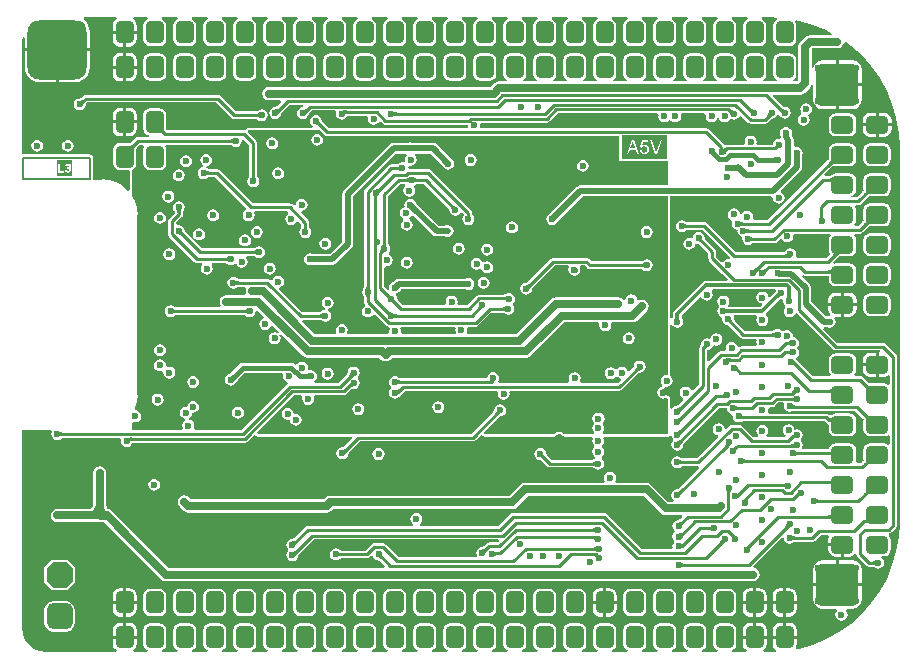
<source format=gbr>
%TF.GenerationSoftware,Altium Limited,Altium Designer,20.2.6 (244)*%
G04 Layer_Physical_Order=3*
G04 Layer_Color=16440176*
%FSLAX45Y45*%
%MOMM*%
%TF.SameCoordinates,1A285BE7-DF3D-4214-9C7A-F78C9B27F18F*%
%TF.FilePolarity,Positive*%
%TF.FileFunction,Copper,L3,Inr,Signal*%
%TF.Part,Single*%
G01*
G75*
%TA.AperFunction,NonConductor*%
%ADD77C,0.15000*%
%TA.AperFunction,Conductor*%
%ADD78C,0.25000*%
%ADD79C,0.50000*%
%ADD80C,0.40000*%
%ADD81C,0.30000*%
%ADD83C,0.70000*%
%TA.AperFunction,ComponentPad*%
G04:AMPARAMS|DCode=92|XSize=5mm|YSize=5mm|CornerRadius=1mm|HoleSize=0mm|Usage=FLASHONLY|Rotation=0.000|XOffset=0mm|YOffset=0mm|HoleType=Round|Shape=RoundedRectangle|*
%AMROUNDEDRECTD92*
21,1,5.00000,3.00000,0,0,0.0*
21,1,3.00000,5.00000,0,0,0.0*
1,1,2.00000,1.50000,-1.50000*
1,1,2.00000,-1.50000,-1.50000*
1,1,2.00000,-1.50000,1.50000*
1,1,2.00000,1.50000,1.50000*
%
%ADD92ROUNDEDRECTD92*%
G04:AMPARAMS|DCode=93|XSize=2.2mm|YSize=2.2mm|CornerRadius=0mm|HoleSize=0mm|Usage=FLASHONLY|Rotation=270.000|XOffset=0mm|YOffset=0mm|HoleType=Round|Shape=Octagon|*
%AMOCTAGOND93*
4,1,8,-0.55000,-1.10000,0.55000,-1.10000,1.10000,-0.55000,1.10000,0.55000,0.55000,1.10000,-0.55000,1.10000,-1.10000,0.55000,-1.10000,-0.55000,-0.55000,-1.10000,0.0*
%
%ADD93OCTAGOND93*%

G04:AMPARAMS|DCode=94|XSize=2.2mm|YSize=2.2mm|CornerRadius=0.55mm|HoleSize=0mm|Usage=FLASHONLY|Rotation=270.000|XOffset=0mm|YOffset=0mm|HoleType=Round|Shape=RoundedRectangle|*
%AMROUNDEDRECTD94*
21,1,2.20000,1.10000,0,0,270.0*
21,1,1.10000,2.20000,0,0,270.0*
1,1,1.10000,-0.55000,-0.55000*
1,1,1.10000,-0.55000,0.55000*
1,1,1.10000,0.55000,0.55000*
1,1,1.10000,0.55000,-0.55000*
%
%ADD94ROUNDEDRECTD94*%
%TA.AperFunction,ViaPad*%
%ADD95C,0.60000*%
%ADD96C,1.20000*%
%TA.AperFunction,ComponentPad*%
G04:AMPARAMS|DCode=97|XSize=1.5mm|YSize=1.9mm|CornerRadius=0.375mm|HoleSize=0mm|Usage=FLASHONLY|Rotation=0.000|XOffset=0mm|YOffset=0mm|HoleType=Round|Shape=RoundedRectangle|*
%AMROUNDEDRECTD97*
21,1,1.50000,1.15000,0,0,0.0*
21,1,0.75000,1.90000,0,0,0.0*
1,1,0.75000,0.37500,-0.57500*
1,1,0.75000,-0.37500,-0.57500*
1,1,0.75000,-0.37500,0.57500*
1,1,0.75000,0.37500,0.57500*
%
%ADD97ROUNDEDRECTD97*%
G04:AMPARAMS|DCode=98|XSize=1.5mm|YSize=1.9mm|CornerRadius=0.375mm|HoleSize=0mm|Usage=FLASHONLY|Rotation=270.000|XOffset=0mm|YOffset=0mm|HoleType=Round|Shape=RoundedRectangle|*
%AMROUNDEDRECTD98*
21,1,1.50000,1.15000,0,0,270.0*
21,1,0.75000,1.90000,0,0,270.0*
1,1,0.75000,-0.57500,-0.37500*
1,1,0.75000,-0.57500,0.37500*
1,1,0.75000,0.57500,0.37500*
1,1,0.75000,0.57500,-0.37500*
%
%ADD98ROUNDEDRECTD98*%
G04:AMPARAMS|DCode=99|XSize=3.6mm|YSize=3.6mm|CornerRadius=0.54mm|HoleSize=0mm|Usage=FLASHONLY|Rotation=0.000|XOffset=0mm|YOffset=0mm|HoleType=Round|Shape=RoundedRectangle|*
%AMROUNDEDRECTD99*
21,1,3.60000,2.52000,0,0,0.0*
21,1,2.52000,3.60000,0,0,0.0*
1,1,1.08000,1.26000,-1.26000*
1,1,1.08000,-1.26000,-1.26000*
1,1,1.08000,-1.26000,1.26000*
1,1,1.08000,1.26000,1.26000*
%
%ADD99ROUNDEDRECTD99*%
G36*
X7493002Y5417006D02*
Y5417006D01*
X7507894Y5416745D01*
X7551244Y5414310D01*
X7555409Y5399052D01*
X7541045Y5389455D01*
X7528336Y5370435D01*
X7523874Y5348000D01*
Y5233000D01*
X7528336Y5210565D01*
X7541045Y5191545D01*
X7560065Y5178836D01*
X7582500Y5174374D01*
X7657500D01*
X7679935Y5178836D01*
X7698955Y5191545D01*
X7711664Y5210565D01*
X7716126Y5233000D01*
Y5348000D01*
X7711664Y5370435D01*
X7705043Y5380343D01*
X7713926Y5394049D01*
X7737693Y5390011D01*
X7856187Y5355873D01*
X7970114Y5308683D01*
X8020922Y5280602D01*
X8017175Y5266078D01*
X7831005D01*
X7809545Y5261809D01*
X7791352Y5249653D01*
X7750347Y5208648D01*
X7738191Y5190455D01*
X7733923Y5168995D01*
Y4884233D01*
X7725767Y4876077D01*
X7693825D01*
X7689275Y4891077D01*
X7698955Y4897545D01*
X7711664Y4916565D01*
X7716126Y4939000D01*
Y5054000D01*
X7711664Y5076435D01*
X7698955Y5095455D01*
X7679935Y5108164D01*
X7657500Y5112626D01*
X7582500D01*
X7560065Y5108164D01*
X7541045Y5095455D01*
X7528336Y5076435D01*
X7523874Y5054000D01*
Y4939000D01*
X7528336Y4916565D01*
X7541045Y4897545D01*
X7550725Y4891077D01*
X7546175Y4876077D01*
X7439825D01*
X7435275Y4891077D01*
X7444955Y4897545D01*
X7457664Y4916565D01*
X7462126Y4939000D01*
Y5054000D01*
X7457664Y5076435D01*
X7444955Y5095455D01*
X7425935Y5108164D01*
X7403500Y5112626D01*
X7328500D01*
X7306065Y5108164D01*
X7287045Y5095455D01*
X7274336Y5076435D01*
X7269874Y5054000D01*
Y4939000D01*
X7274336Y4916565D01*
X7287045Y4897545D01*
X7296725Y4891077D01*
X7292175Y4876077D01*
X7185825D01*
X7181275Y4891077D01*
X7190955Y4897545D01*
X7203664Y4916565D01*
X7208126Y4939000D01*
Y5054000D01*
X7203664Y5076435D01*
X7190955Y5095455D01*
X7171935Y5108164D01*
X7149500Y5112626D01*
X7074500D01*
X7052065Y5108164D01*
X7033045Y5095455D01*
X7020336Y5076435D01*
X7015874Y5054000D01*
Y4939000D01*
X7020336Y4916565D01*
X7033045Y4897545D01*
X7042725Y4891077D01*
X7038175Y4876077D01*
X6931825D01*
X6927275Y4891077D01*
X6936955Y4897545D01*
X6949664Y4916565D01*
X6954126Y4939000D01*
Y5054000D01*
X6949664Y5076435D01*
X6936955Y5095455D01*
X6917935Y5108164D01*
X6895500Y5112626D01*
X6820500D01*
X6798065Y5108164D01*
X6779045Y5095455D01*
X6766336Y5076435D01*
X6761874Y5054000D01*
Y4939000D01*
X6766336Y4916565D01*
X6779045Y4897545D01*
X6788725Y4891077D01*
X6784175Y4876077D01*
X6677825D01*
X6673275Y4891077D01*
X6682955Y4897545D01*
X6695664Y4916565D01*
X6700126Y4939000D01*
Y5054000D01*
X6695664Y5076435D01*
X6682955Y5095455D01*
X6663935Y5108164D01*
X6641500Y5112626D01*
X6566500D01*
X6544065Y5108164D01*
X6525045Y5095455D01*
X6512336Y5076435D01*
X6507874Y5054000D01*
Y4939000D01*
X6512336Y4916565D01*
X6525045Y4897545D01*
X6534725Y4891077D01*
X6530175Y4876077D01*
X6423825D01*
X6419275Y4891077D01*
X6428955Y4897545D01*
X6441664Y4916565D01*
X6446126Y4939000D01*
Y5054000D01*
X6441664Y5076435D01*
X6428955Y5095455D01*
X6409935Y5108164D01*
X6387500Y5112626D01*
X6312500D01*
X6290065Y5108164D01*
X6271045Y5095455D01*
X6258336Y5076435D01*
X6253874Y5054000D01*
Y4939000D01*
X6258336Y4916565D01*
X6271045Y4897545D01*
X6280725Y4891077D01*
X6276175Y4876077D01*
X6169825D01*
X6165275Y4891077D01*
X6174955Y4897545D01*
X6187664Y4916565D01*
X6192126Y4939000D01*
Y5054000D01*
X6187664Y5076435D01*
X6174955Y5095455D01*
X6155935Y5108164D01*
X6133500Y5112626D01*
X6058500D01*
X6036065Y5108164D01*
X6017045Y5095455D01*
X6004336Y5076435D01*
X5999874Y5054000D01*
Y4939000D01*
X6004336Y4916565D01*
X6017045Y4897545D01*
X6026725Y4891077D01*
X6022175Y4876077D01*
X5915825D01*
X5911275Y4891077D01*
X5920955Y4897545D01*
X5933664Y4916565D01*
X5938126Y4939000D01*
Y5054000D01*
X5933664Y5076435D01*
X5920955Y5095455D01*
X5901935Y5108164D01*
X5879500Y5112626D01*
X5804500D01*
X5782065Y5108164D01*
X5763045Y5095455D01*
X5750336Y5076435D01*
X5745874Y5054000D01*
Y4939000D01*
X5750336Y4916565D01*
X5763045Y4897545D01*
X5772725Y4891077D01*
X5768175Y4876077D01*
X5661825D01*
X5657275Y4891077D01*
X5666955Y4897545D01*
X5679664Y4916565D01*
X5684126Y4939000D01*
Y5054000D01*
X5679664Y5076435D01*
X5666955Y5095455D01*
X5647935Y5108164D01*
X5625500Y5112626D01*
X5550500D01*
X5528065Y5108164D01*
X5509045Y5095455D01*
X5496336Y5076435D01*
X5491874Y5054000D01*
Y4939000D01*
X5496336Y4916565D01*
X5509045Y4897545D01*
X5518725Y4891077D01*
X5514175Y4876077D01*
X5407825D01*
X5403275Y4891077D01*
X5412955Y4897545D01*
X5425664Y4916565D01*
X5430126Y4939000D01*
Y5054000D01*
X5425664Y5076435D01*
X5412955Y5095455D01*
X5393935Y5108164D01*
X5371500Y5112626D01*
X5296500D01*
X5274065Y5108164D01*
X5255045Y5095455D01*
X5242336Y5076435D01*
X5237874Y5054000D01*
Y4939000D01*
X5242336Y4916565D01*
X5255045Y4897545D01*
X5264725Y4891077D01*
X5260175Y4876077D01*
X5201612D01*
X5180152Y4871809D01*
X5161959Y4859653D01*
X5130884Y4828577D01*
X3252500D01*
X3231040Y4824309D01*
X3212847Y4812153D01*
X3210347Y4809653D01*
X3198191Y4791460D01*
X3193923Y4770000D01*
X3198191Y4748540D01*
X3210347Y4730347D01*
X3228540Y4718191D01*
X3250000Y4713923D01*
X3262568Y4716423D01*
X3349962D01*
X3355702Y4702565D01*
X3317736Y4664598D01*
X3315666Y4663894D01*
X3315484Y4663525D01*
X3315100Y4663379D01*
X3313388Y4661765D01*
X3312270Y4660839D01*
X3311312Y4660150D01*
X3310528Y4659674D01*
X3309913Y4659368D01*
X3309464Y4659191D01*
X3309154Y4659102D01*
X3308940Y4659063D01*
X3308757Y4659048D01*
X3307484Y4659072D01*
X3305644Y4658352D01*
X3305000Y4658480D01*
X3285491Y4654599D01*
X3268952Y4643548D01*
X3257901Y4627009D01*
X3254020Y4607500D01*
X3257901Y4587991D01*
X3268952Y4571452D01*
X3285491Y4560401D01*
X3305000Y4556520D01*
X3324509Y4560401D01*
X3341048Y4571452D01*
X3352099Y4587991D01*
X3354544Y4600282D01*
X3356518Y4604023D01*
X3356650Y4605437D01*
X3356740Y4605932D01*
X3356890Y4606479D01*
X3357124Y4607121D01*
X3357470Y4607876D01*
X3357956Y4608755D01*
X3358612Y4609764D01*
X3359460Y4610898D01*
X3360517Y4612145D01*
X3362182Y4613900D01*
X3363066Y4616204D01*
X3423726Y4676863D01*
X3538322D01*
X3541682Y4672042D01*
X3540449Y4662103D01*
X3537975Y4658077D01*
X3520491Y4654599D01*
X3503952Y4643548D01*
X3492901Y4627009D01*
X3489020Y4607500D01*
X3492901Y4587991D01*
X3503952Y4571452D01*
X3520491Y4560401D01*
X3540000Y4556520D01*
X3559509Y4560401D01*
X3576048Y4571452D01*
X3587099Y4587991D01*
X3588600Y4595536D01*
X3590959Y4599152D01*
X3591232Y4600612D01*
X3591413Y4601284D01*
X3591679Y4602039D01*
X3592051Y4602891D01*
X3592550Y4603852D01*
X3593198Y4604922D01*
X3593845Y4605857D01*
X3596383Y4608944D01*
X3597915Y4610547D01*
X3598815Y4612870D01*
X3615308Y4629363D01*
X3812818D01*
X3821877Y4614363D01*
X3819020Y4600000D01*
X3822901Y4580491D01*
X3833952Y4563952D01*
X3850491Y4552901D01*
X3870000Y4549020D01*
X3889509Y4552901D01*
X3906048Y4563952D01*
X3917099Y4580491D01*
X3917667Y4583345D01*
X3918240Y4583362D01*
X3920049Y4584178D01*
X3922000Y4583808D01*
X3922814Y4584363D01*
X4079477D01*
X4090883Y4569363D01*
X4089021Y4560000D01*
X4092901Y4540491D01*
X4103952Y4523952D01*
X4120491Y4512901D01*
X4140000Y4509020D01*
X4159509Y4512901D01*
X4176048Y4523952D01*
X4181352Y4531890D01*
X4200024Y4534432D01*
X4215386Y4519069D01*
X4226136Y4511886D01*
X4238817Y4509363D01*
X4933388D01*
X4939020Y4502500D01*
X4940883Y4493137D01*
X4929477Y4478137D01*
X3758726D01*
X3707457Y4529405D01*
X3706581Y4531699D01*
X3704946Y4533429D01*
X3703956Y4534610D01*
X3703192Y4535654D01*
X3702627Y4536556D01*
X3702232Y4537306D01*
X3701975Y4537913D01*
X3701816Y4538402D01*
X3701727Y4538794D01*
X3701682Y4539138D01*
X3701632Y4540495D01*
X3700305Y4543393D01*
X3697099Y4559509D01*
X3686048Y4576048D01*
X3669509Y4587099D01*
X3650000Y4590980D01*
X3630491Y4587099D01*
X3613952Y4576048D01*
X3602901Y4559509D01*
X3599020Y4540000D01*
X3602901Y4520491D01*
X3613952Y4503952D01*
X3624884Y4496648D01*
X3620333Y4481648D01*
X3078075D01*
X3074097Y4480000D01*
X3069791D01*
X3066746Y4476955D01*
X3062768Y4475307D01*
X3061667Y4472650D01*
X3059386Y4469595D01*
X3058075Y4468284D01*
X3057661Y4467285D01*
X3052680Y4460614D01*
X3040000Y4463137D01*
X2392436D01*
X2382126Y4474900D01*
Y4479549D01*
X2382225Y4479890D01*
X2382126Y4480069D01*
Y4589900D01*
X2377664Y4612335D01*
X2364955Y4631355D01*
X2345935Y4644063D01*
X2323500Y4648526D01*
X2248500D01*
X2226065Y4644063D01*
X2207045Y4631355D01*
X2194336Y4612335D01*
X2189874Y4589900D01*
Y4474900D01*
X2194336Y4452465D01*
X2207045Y4433445D01*
X2226065Y4420736D01*
X2234602Y4419038D01*
X2233125Y4404038D01*
X2144500D01*
X2131819Y4401516D01*
X2121069Y4394333D01*
X2090482Y4363746D01*
X2088145Y4362832D01*
X2084039Y4358885D01*
X2080715Y4355977D01*
X2077963Y4353840D01*
X2076805Y4353073D01*
X2073023Y4353825D01*
X2071370Y4354510D01*
X2070789Y4354270D01*
X2069500Y4354526D01*
X1994500D01*
X1972065Y4350063D01*
X1953045Y4337355D01*
X1940336Y4318335D01*
X1935874Y4295900D01*
Y4180900D01*
X1940336Y4158465D01*
X1953045Y4139445D01*
X1972065Y4126736D01*
X1994500Y4122274D01*
X2069500D01*
X2073852Y4118702D01*
Y3953962D01*
X2059729Y3948909D01*
X2052598Y3957598D01*
X2007359Y3994725D01*
X1955745Y4022313D01*
X1899742Y4039301D01*
X1841500Y4045038D01*
Y4044444D01*
X1772329D01*
X1766539Y4051500D01*
Y4228500D01*
X1764404Y4239230D01*
X1758326Y4248326D01*
X1749230Y4254404D01*
X1738500Y4256539D01*
X1171500D01*
X1161544Y4264709D01*
Y5207000D01*
X1161155Y5208958D01*
X1166430Y5249027D01*
X1169018Y5250970D01*
X1184018Y5243474D01*
Y5156200D01*
X1736982D01*
Y5293500D01*
X1732672Y5326236D01*
X1720037Y5356741D01*
X1699936Y5382936D01*
X1685693Y5393866D01*
X1683191Y5414213D01*
X1685411Y5417056D01*
X1957633D01*
X1962184Y5402056D01*
X1949152Y5393348D01*
X1935250Y5372542D01*
X1930368Y5348000D01*
Y5303200D01*
X2133632D01*
Y5348000D01*
X2128750Y5372542D01*
X2114848Y5393348D01*
X2101816Y5402056D01*
X2106367Y5417056D01*
X2224046D01*
X2226065Y5402163D01*
X2207045Y5389455D01*
X2194336Y5370435D01*
X2189874Y5348000D01*
Y5233000D01*
X2194336Y5210565D01*
X2207045Y5191545D01*
X2226065Y5178836D01*
X2248500Y5174374D01*
X2323500D01*
X2345935Y5178836D01*
X2364955Y5191545D01*
X2377664Y5210565D01*
X2382126Y5233000D01*
Y5348000D01*
X2377664Y5370435D01*
X2364955Y5389455D01*
X2345935Y5402163D01*
X2347954Y5417056D01*
X2478046D01*
X2480065Y5402163D01*
X2461045Y5389455D01*
X2448336Y5370435D01*
X2443874Y5348000D01*
Y5233000D01*
X2448336Y5210565D01*
X2461045Y5191545D01*
X2480065Y5178836D01*
X2502500Y5174374D01*
X2577500D01*
X2599935Y5178836D01*
X2618955Y5191545D01*
X2631664Y5210565D01*
X2636126Y5233000D01*
Y5348000D01*
X2631664Y5370435D01*
X2618955Y5389455D01*
X2599935Y5402163D01*
X2601954Y5417056D01*
X2732046D01*
X2734065Y5402163D01*
X2715045Y5389455D01*
X2702336Y5370435D01*
X2697874Y5348000D01*
Y5233000D01*
X2702336Y5210565D01*
X2715045Y5191545D01*
X2734065Y5178836D01*
X2756500Y5174374D01*
X2831500D01*
X2853935Y5178836D01*
X2872955Y5191545D01*
X2885664Y5210565D01*
X2890126Y5233000D01*
Y5348000D01*
X2885664Y5370435D01*
X2872955Y5389455D01*
X2853935Y5402163D01*
X2855954Y5417056D01*
X2986046D01*
X2988065Y5402163D01*
X2969045Y5389455D01*
X2956336Y5370435D01*
X2951874Y5348000D01*
Y5233000D01*
X2956336Y5210565D01*
X2969045Y5191545D01*
X2988065Y5178836D01*
X3010500Y5174374D01*
X3085500D01*
X3107935Y5178836D01*
X3126955Y5191545D01*
X3139664Y5210565D01*
X3144126Y5233000D01*
Y5348000D01*
X3139664Y5370435D01*
X3126955Y5389455D01*
X3107935Y5402163D01*
X3109954Y5417056D01*
X3240046D01*
X3242065Y5402163D01*
X3223045Y5389455D01*
X3210336Y5370435D01*
X3205874Y5348000D01*
Y5233000D01*
X3210336Y5210565D01*
X3223045Y5191545D01*
X3242065Y5178836D01*
X3264500Y5174374D01*
X3339500D01*
X3361935Y5178836D01*
X3380955Y5191545D01*
X3393664Y5210565D01*
X3398126Y5233000D01*
Y5348000D01*
X3393664Y5370435D01*
X3380955Y5389455D01*
X3361935Y5402163D01*
X3363954Y5417056D01*
X3494046D01*
X3496065Y5402163D01*
X3477045Y5389455D01*
X3464336Y5370435D01*
X3459874Y5348000D01*
Y5233000D01*
X3464336Y5210565D01*
X3477045Y5191545D01*
X3496065Y5178836D01*
X3518500Y5174374D01*
X3593500D01*
X3615935Y5178836D01*
X3634955Y5191545D01*
X3647664Y5210565D01*
X3652126Y5233000D01*
Y5348000D01*
X3647664Y5370435D01*
X3634955Y5389455D01*
X3615935Y5402163D01*
X3617954Y5417056D01*
X3748046D01*
X3750065Y5402163D01*
X3731045Y5389455D01*
X3718336Y5370435D01*
X3713874Y5348000D01*
Y5233000D01*
X3718336Y5210565D01*
X3731045Y5191545D01*
X3750065Y5178836D01*
X3772500Y5174374D01*
X3847500D01*
X3869935Y5178836D01*
X3888955Y5191545D01*
X3901664Y5210565D01*
X3906126Y5233000D01*
Y5348000D01*
X3901664Y5370435D01*
X3888955Y5389455D01*
X3869935Y5402163D01*
X3871954Y5417056D01*
X4002046D01*
X4004065Y5402163D01*
X3985045Y5389455D01*
X3972336Y5370435D01*
X3967874Y5348000D01*
Y5233000D01*
X3972336Y5210565D01*
X3985045Y5191545D01*
X4004065Y5178836D01*
X4026500Y5174374D01*
X4101500D01*
X4123935Y5178836D01*
X4142955Y5191545D01*
X4155664Y5210565D01*
X4160126Y5233000D01*
Y5348000D01*
X4155664Y5370435D01*
X4142955Y5389455D01*
X4123935Y5402163D01*
X4125954Y5417056D01*
X4256046D01*
X4258065Y5402163D01*
X4239045Y5389455D01*
X4226336Y5370435D01*
X4221874Y5348000D01*
Y5233000D01*
X4226336Y5210565D01*
X4239045Y5191545D01*
X4258065Y5178836D01*
X4280500Y5174374D01*
X4355500D01*
X4377935Y5178836D01*
X4396955Y5191545D01*
X4409664Y5210565D01*
X4414126Y5233000D01*
Y5348000D01*
X4409664Y5370435D01*
X4396955Y5389455D01*
X4377935Y5402163D01*
X4379954Y5417056D01*
X4510046D01*
X4512065Y5402163D01*
X4493045Y5389455D01*
X4480336Y5370435D01*
X4475874Y5348000D01*
Y5233000D01*
X4480336Y5210565D01*
X4493045Y5191545D01*
X4512065Y5178836D01*
X4534500Y5174374D01*
X4609500D01*
X4631935Y5178836D01*
X4650955Y5191545D01*
X4663664Y5210565D01*
X4668126Y5233000D01*
Y5348000D01*
X4663664Y5370435D01*
X4650955Y5389455D01*
X4631935Y5402163D01*
X4633954Y5417056D01*
X4764046D01*
X4766065Y5402163D01*
X4747045Y5389455D01*
X4734336Y5370435D01*
X4729874Y5348000D01*
Y5233000D01*
X4734336Y5210565D01*
X4747045Y5191545D01*
X4766065Y5178836D01*
X4788500Y5174374D01*
X4863500D01*
X4885935Y5178836D01*
X4904955Y5191545D01*
X4917664Y5210565D01*
X4922126Y5233000D01*
Y5348000D01*
X4917664Y5370435D01*
X4904955Y5389455D01*
X4885935Y5402163D01*
X4887954Y5417056D01*
X5018046D01*
X5020065Y5402163D01*
X5001045Y5389455D01*
X4988336Y5370435D01*
X4983874Y5348000D01*
Y5233000D01*
X4988336Y5210565D01*
X5001045Y5191545D01*
X5020065Y5178836D01*
X5042500Y5174374D01*
X5117500D01*
X5139935Y5178836D01*
X5158955Y5191545D01*
X5171664Y5210565D01*
X5176126Y5233000D01*
Y5348000D01*
X5171664Y5370435D01*
X5158955Y5389455D01*
X5139935Y5402163D01*
X5141954Y5417056D01*
X5272046D01*
X5274065Y5402163D01*
X5255045Y5389455D01*
X5242336Y5370435D01*
X5237874Y5348000D01*
Y5233000D01*
X5242336Y5210565D01*
X5255045Y5191545D01*
X5274065Y5178836D01*
X5296500Y5174374D01*
X5371500D01*
X5393935Y5178836D01*
X5412955Y5191545D01*
X5425664Y5210565D01*
X5430126Y5233000D01*
Y5348000D01*
X5425664Y5370435D01*
X5412955Y5389455D01*
X5393935Y5402163D01*
X5395954Y5417056D01*
X5526046D01*
X5528065Y5402163D01*
X5509045Y5389455D01*
X5496336Y5370435D01*
X5491874Y5348000D01*
Y5233000D01*
X5496336Y5210565D01*
X5509045Y5191545D01*
X5528065Y5178836D01*
X5550500Y5174374D01*
X5625500D01*
X5647935Y5178836D01*
X5666955Y5191545D01*
X5679664Y5210565D01*
X5684126Y5233000D01*
Y5348000D01*
X5679664Y5370435D01*
X5666955Y5389455D01*
X5647935Y5402163D01*
X5649954Y5417056D01*
X5780046D01*
X5782065Y5402163D01*
X5763045Y5389455D01*
X5750336Y5370435D01*
X5745874Y5348000D01*
Y5233000D01*
X5750336Y5210565D01*
X5763045Y5191545D01*
X5782065Y5178836D01*
X5804500Y5174374D01*
X5879500D01*
X5901935Y5178836D01*
X5920955Y5191545D01*
X5933664Y5210565D01*
X5938126Y5233000D01*
Y5348000D01*
X5933664Y5370435D01*
X5920955Y5389455D01*
X5901935Y5402163D01*
X5903954Y5417056D01*
X6034046D01*
X6036065Y5402163D01*
X6017045Y5389455D01*
X6004336Y5370435D01*
X5999874Y5348000D01*
Y5233000D01*
X6004336Y5210565D01*
X6017045Y5191545D01*
X6036065Y5178836D01*
X6058500Y5174374D01*
X6133500D01*
X6155935Y5178836D01*
X6174955Y5191545D01*
X6187664Y5210565D01*
X6192126Y5233000D01*
Y5348000D01*
X6187664Y5370435D01*
X6174955Y5389455D01*
X6155935Y5402163D01*
X6157954Y5417056D01*
X6288046D01*
X6290065Y5402163D01*
X6271045Y5389455D01*
X6258336Y5370435D01*
X6253874Y5348000D01*
Y5233000D01*
X6258336Y5210565D01*
X6271045Y5191545D01*
X6290065Y5178836D01*
X6312500Y5174374D01*
X6387500D01*
X6409935Y5178836D01*
X6428955Y5191545D01*
X6441664Y5210565D01*
X6446126Y5233000D01*
Y5348000D01*
X6441664Y5370435D01*
X6428955Y5389455D01*
X6409935Y5402163D01*
X6411954Y5417056D01*
X6542046D01*
X6544065Y5402163D01*
X6525045Y5389455D01*
X6512336Y5370435D01*
X6507874Y5348000D01*
Y5233000D01*
X6512336Y5210565D01*
X6525045Y5191545D01*
X6544065Y5178836D01*
X6566500Y5174374D01*
X6641500D01*
X6663935Y5178836D01*
X6682955Y5191545D01*
X6695664Y5210565D01*
X6700126Y5233000D01*
Y5348000D01*
X6695664Y5370435D01*
X6682955Y5389455D01*
X6663935Y5402163D01*
X6665954Y5417056D01*
X6796046D01*
X6798065Y5402163D01*
X6779045Y5389455D01*
X6766336Y5370435D01*
X6761874Y5348000D01*
Y5233000D01*
X6766336Y5210565D01*
X6779045Y5191545D01*
X6798065Y5178836D01*
X6820500Y5174374D01*
X6895500D01*
X6917935Y5178836D01*
X6936955Y5191545D01*
X6949664Y5210565D01*
X6954126Y5233000D01*
Y5348000D01*
X6949664Y5370435D01*
X6936955Y5389455D01*
X6917935Y5402163D01*
X6919954Y5417056D01*
X7050046D01*
X7052065Y5402163D01*
X7033045Y5389455D01*
X7020336Y5370435D01*
X7015874Y5348000D01*
Y5233000D01*
X7020336Y5210565D01*
X7033045Y5191545D01*
X7052065Y5178836D01*
X7074500Y5174374D01*
X7149500D01*
X7171935Y5178836D01*
X7190955Y5191545D01*
X7203664Y5210565D01*
X7208126Y5233000D01*
Y5348000D01*
X7203664Y5370435D01*
X7190955Y5389455D01*
X7171935Y5402163D01*
X7173954Y5417056D01*
X7304046D01*
X7306065Y5402163D01*
X7287045Y5389455D01*
X7274336Y5370435D01*
X7269874Y5348000D01*
Y5233000D01*
X7274336Y5210565D01*
X7287045Y5191545D01*
X7306065Y5178836D01*
X7328500Y5174374D01*
X7403500D01*
X7425935Y5178836D01*
X7444955Y5191545D01*
X7457664Y5210565D01*
X7462126Y5233000D01*
Y5348000D01*
X7457664Y5370435D01*
X7444955Y5389455D01*
X7425935Y5402163D01*
X7427954Y5417056D01*
X7492754D01*
X7493002Y5417006D01*
D02*
G37*
G36*
X8178610Y5177676D02*
X8270558Y5095506D01*
X8352728Y5003559D01*
X8424085Y4902989D01*
X8483734Y4795062D01*
X8530925Y4681135D01*
X8565062Y4562641D01*
X8585718Y4441070D01*
X8592505Y4320213D01*
X8592056Y4317954D01*
Y1143246D01*
X8592006Y1142998D01*
X8592006D01*
X8591745Y1128106D01*
X8585667Y1019879D01*
X8565011Y898307D01*
X8530873Y779813D01*
X8483683Y665886D01*
X8424034Y557960D01*
X8352676Y457390D01*
X8270506Y365442D01*
X8178559Y283272D01*
X8077989Y211915D01*
X7970062Y152266D01*
X7856135Y105075D01*
X7737641Y70938D01*
X7721220Y68148D01*
X7712338Y81854D01*
X7716750Y88458D01*
X7721632Y113000D01*
Y157800D01*
X7518368D01*
Y113000D01*
X7523250Y88458D01*
X7537152Y67652D01*
X7546509Y61399D01*
X7542344Y46142D01*
X7495249Y43497D01*
X7493000Y43944D01*
X7440367D01*
X7435816Y58944D01*
X7448848Y67652D01*
X7462750Y88458D01*
X7467632Y113000D01*
Y157800D01*
X7264368D01*
Y113000D01*
X7269250Y88458D01*
X7283152Y67652D01*
X7296184Y58944D01*
X7291633Y43944D01*
X7173954D01*
X7171935Y58837D01*
X7190955Y71545D01*
X7203664Y90565D01*
X7208126Y113000D01*
Y228000D01*
X7203664Y250435D01*
X7190955Y269455D01*
X7171935Y282164D01*
X7149500Y286626D01*
X7074500D01*
X7052065Y282164D01*
X7033045Y269455D01*
X7020336Y250435D01*
X7015874Y228000D01*
Y113000D01*
X7020336Y90565D01*
X7033045Y71545D01*
X7052065Y58837D01*
X7050046Y43944D01*
X6919954D01*
X6917935Y58837D01*
X6936955Y71545D01*
X6949664Y90565D01*
X6954126Y113000D01*
Y228000D01*
X6949664Y250435D01*
X6936955Y269455D01*
X6917935Y282164D01*
X6895500Y286626D01*
X6820500D01*
X6798065Y282164D01*
X6779045Y269455D01*
X6766336Y250435D01*
X6761874Y228000D01*
Y113000D01*
X6766336Y90565D01*
X6779045Y71545D01*
X6798065Y58837D01*
X6796046Y43944D01*
X6665954D01*
X6663935Y58837D01*
X6682955Y71545D01*
X6695664Y90565D01*
X6700126Y113000D01*
Y228000D01*
X6695664Y250435D01*
X6682955Y269455D01*
X6663935Y282164D01*
X6641500Y286626D01*
X6566500D01*
X6544065Y282164D01*
X6525045Y269455D01*
X6512336Y250435D01*
X6507874Y228000D01*
Y113000D01*
X6512336Y90565D01*
X6525045Y71545D01*
X6544065Y58837D01*
X6542046Y43944D01*
X6411954D01*
X6409935Y58837D01*
X6428955Y71545D01*
X6441664Y90565D01*
X6446126Y113000D01*
Y228000D01*
X6441664Y250435D01*
X6428955Y269455D01*
X6409935Y282164D01*
X6387500Y286626D01*
X6312500D01*
X6290065Y282164D01*
X6271045Y269455D01*
X6258336Y250435D01*
X6253874Y228000D01*
Y113000D01*
X6258336Y90565D01*
X6271045Y71545D01*
X6290065Y58837D01*
X6288046Y43944D01*
X6157954D01*
X6155935Y58837D01*
X6174955Y71545D01*
X6187664Y90565D01*
X6192126Y113000D01*
Y228000D01*
X6187664Y250435D01*
X6174955Y269455D01*
X6155935Y282164D01*
X6133500Y286626D01*
X6058500D01*
X6036065Y282164D01*
X6017045Y269455D01*
X6004336Y250435D01*
X5999874Y228000D01*
Y113000D01*
X6004336Y90565D01*
X6017045Y71545D01*
X6036065Y58837D01*
X6034046Y43944D01*
X5903954D01*
X5901935Y58837D01*
X5920955Y71545D01*
X5933664Y90565D01*
X5938126Y113000D01*
Y228000D01*
X5933664Y250435D01*
X5920955Y269455D01*
X5901935Y282164D01*
X5879500Y286626D01*
X5804500D01*
X5782065Y282164D01*
X5763045Y269455D01*
X5750336Y250435D01*
X5745874Y228000D01*
Y113000D01*
X5750336Y90565D01*
X5763045Y71545D01*
X5782065Y58837D01*
X5780046Y43944D01*
X5649954D01*
X5647935Y58837D01*
X5666955Y71545D01*
X5679664Y90565D01*
X5684126Y113000D01*
Y228000D01*
X5679664Y250435D01*
X5666955Y269455D01*
X5647935Y282164D01*
X5625500Y286626D01*
X5550500D01*
X5528065Y282164D01*
X5509045Y269455D01*
X5496336Y250435D01*
X5491874Y228000D01*
Y113000D01*
X5496336Y90565D01*
X5509045Y71545D01*
X5528065Y58837D01*
X5526046Y43944D01*
X5395954D01*
X5393935Y58837D01*
X5412955Y71545D01*
X5425664Y90565D01*
X5430126Y113000D01*
Y228000D01*
X5425664Y250435D01*
X5412955Y269455D01*
X5393935Y282164D01*
X5371500Y286626D01*
X5296500D01*
X5274065Y282164D01*
X5255045Y269455D01*
X5242336Y250435D01*
X5237874Y228000D01*
Y113000D01*
X5242336Y90565D01*
X5255045Y71545D01*
X5274065Y58837D01*
X5272046Y43944D01*
X5141954D01*
X5139935Y58837D01*
X5158955Y71545D01*
X5171664Y90565D01*
X5176126Y113000D01*
Y228000D01*
X5171664Y250435D01*
X5158955Y269455D01*
X5139935Y282164D01*
X5117500Y286626D01*
X5042500D01*
X5020065Y282164D01*
X5001045Y269455D01*
X4988336Y250435D01*
X4983874Y228000D01*
Y113000D01*
X4988336Y90565D01*
X5001045Y71545D01*
X5020065Y58837D01*
X5018046Y43944D01*
X4887954D01*
X4885935Y58837D01*
X4904955Y71545D01*
X4917664Y90565D01*
X4922126Y113000D01*
Y228000D01*
X4917664Y250435D01*
X4904955Y269455D01*
X4885935Y282164D01*
X4863500Y286626D01*
X4788500D01*
X4766065Y282164D01*
X4747045Y269455D01*
X4734336Y250435D01*
X4729874Y228000D01*
Y113000D01*
X4734336Y90565D01*
X4747045Y71545D01*
X4766065Y58837D01*
X4764046Y43944D01*
X4633954D01*
X4631935Y58837D01*
X4650955Y71545D01*
X4663664Y90565D01*
X4668126Y113000D01*
Y228000D01*
X4663664Y250435D01*
X4650955Y269455D01*
X4631935Y282164D01*
X4609500Y286626D01*
X4534500D01*
X4512065Y282164D01*
X4493045Y269455D01*
X4480336Y250435D01*
X4475874Y228000D01*
Y113000D01*
X4480336Y90565D01*
X4493045Y71545D01*
X4512065Y58837D01*
X4510046Y43944D01*
X4379954D01*
X4377935Y58837D01*
X4396955Y71545D01*
X4409664Y90565D01*
X4414126Y113000D01*
Y228000D01*
X4409664Y250435D01*
X4396955Y269455D01*
X4377935Y282164D01*
X4355500Y286626D01*
X4280500D01*
X4258065Y282164D01*
X4239045Y269455D01*
X4226336Y250435D01*
X4221874Y228000D01*
Y113000D01*
X4226336Y90565D01*
X4239045Y71545D01*
X4258065Y58837D01*
X4256046Y43944D01*
X4125954D01*
X4123935Y58837D01*
X4142955Y71545D01*
X4155664Y90565D01*
X4160126Y113000D01*
Y228000D01*
X4155664Y250435D01*
X4142955Y269455D01*
X4123935Y282164D01*
X4101500Y286626D01*
X4026500D01*
X4004065Y282164D01*
X3985045Y269455D01*
X3972336Y250435D01*
X3967874Y228000D01*
Y113000D01*
X3972336Y90565D01*
X3985045Y71545D01*
X4004065Y58837D01*
X4002046Y43944D01*
X3871954D01*
X3869935Y58837D01*
X3888955Y71545D01*
X3901664Y90565D01*
X3906126Y113000D01*
Y228000D01*
X3901664Y250435D01*
X3888955Y269455D01*
X3869935Y282164D01*
X3847500Y286626D01*
X3772500D01*
X3750065Y282164D01*
X3731045Y269455D01*
X3718336Y250435D01*
X3713874Y228000D01*
Y113000D01*
X3718336Y90565D01*
X3731045Y71545D01*
X3750065Y58837D01*
X3748046Y43944D01*
X3617954D01*
X3615935Y58837D01*
X3634955Y71545D01*
X3647664Y90565D01*
X3652126Y113000D01*
Y228000D01*
X3647664Y250435D01*
X3634955Y269455D01*
X3615935Y282164D01*
X3593500Y286626D01*
X3518500D01*
X3496065Y282164D01*
X3477045Y269455D01*
X3464336Y250435D01*
X3459874Y228000D01*
Y113000D01*
X3464336Y90565D01*
X3477045Y71545D01*
X3496065Y58837D01*
X3494046Y43944D01*
X3363954D01*
X3361935Y58837D01*
X3380955Y71545D01*
X3393664Y90565D01*
X3398126Y113000D01*
Y228000D01*
X3393664Y250435D01*
X3380955Y269455D01*
X3361935Y282164D01*
X3339500Y286626D01*
X3264500D01*
X3242065Y282164D01*
X3223045Y269455D01*
X3210336Y250435D01*
X3205874Y228000D01*
Y113000D01*
X3210336Y90565D01*
X3223045Y71545D01*
X3242065Y58837D01*
X3240046Y43944D01*
X3109954D01*
X3107935Y58837D01*
X3126955Y71545D01*
X3139664Y90565D01*
X3144126Y113000D01*
Y228000D01*
X3139664Y250435D01*
X3126955Y269455D01*
X3107935Y282164D01*
X3085500Y286626D01*
X3010500D01*
X2988065Y282164D01*
X2969045Y269455D01*
X2956336Y250435D01*
X2951874Y228000D01*
Y113000D01*
X2956336Y90565D01*
X2969045Y71545D01*
X2988065Y58837D01*
X2986046Y43944D01*
X2855954D01*
X2853935Y58837D01*
X2872955Y71545D01*
X2885664Y90565D01*
X2890126Y113000D01*
Y228000D01*
X2885664Y250435D01*
X2872955Y269455D01*
X2853935Y282164D01*
X2831500Y286626D01*
X2756500D01*
X2734065Y282164D01*
X2715045Y269455D01*
X2702336Y250435D01*
X2697874Y228000D01*
Y113000D01*
X2702336Y90565D01*
X2715045Y71545D01*
X2734065Y58837D01*
X2732046Y43944D01*
X2601954D01*
X2599935Y58837D01*
X2618955Y71545D01*
X2631664Y90565D01*
X2636126Y113000D01*
Y228000D01*
X2631664Y250435D01*
X2618955Y269455D01*
X2599935Y282164D01*
X2577500Y286626D01*
X2502500D01*
X2480065Y282164D01*
X2461045Y269455D01*
X2448336Y250435D01*
X2443874Y228000D01*
Y113000D01*
X2448336Y90565D01*
X2461045Y71545D01*
X2480065Y58837D01*
X2478046Y43944D01*
X2347954D01*
X2345935Y58837D01*
X2364955Y71545D01*
X2377664Y90565D01*
X2382126Y113000D01*
Y228000D01*
X2377664Y250435D01*
X2364955Y269455D01*
X2345935Y282164D01*
X2323500Y286626D01*
X2248500D01*
X2226065Y282164D01*
X2207045Y269455D01*
X2194336Y250435D01*
X2189874Y228000D01*
Y113000D01*
X2194336Y90565D01*
X2207045Y71545D01*
X2226065Y58837D01*
X2224046Y43944D01*
X2106367D01*
X2101816Y58944D01*
X2114848Y67652D01*
X2128750Y88458D01*
X2133632Y113000D01*
Y157800D01*
X1930368D01*
Y113000D01*
X1935250Y88458D01*
X1949152Y67652D01*
X1962184Y58944D01*
X1957633Y43944D01*
X1371600D01*
X1369643Y43555D01*
X1317066Y50477D01*
X1266249Y71526D01*
X1222611Y105011D01*
X1189126Y148649D01*
X1168077Y199466D01*
X1161155Y252043D01*
X1161544Y254000D01*
Y1924556D01*
X1407045D01*
X1414116Y1911327D01*
X1412901Y1909509D01*
X1409020Y1890000D01*
X1412901Y1870491D01*
X1423952Y1853952D01*
X1440491Y1842901D01*
X1460000Y1839020D01*
X1479509Y1842901D01*
X1496048Y1853952D01*
X1496889Y1855211D01*
X1499039Y1856210D01*
X1499878Y1857123D01*
X1499954Y1857190D01*
X1500067Y1857271D01*
X1500277Y1857391D01*
X1500646Y1857557D01*
X1501227Y1857756D01*
X1502067Y1857966D01*
X1503182Y1858154D01*
X1504591Y1858288D01*
X1506931Y1858358D01*
X1507583Y1858651D01*
X1508266Y1858439D01*
X1510015Y1859360D01*
X1992816D01*
X2001877Y1844360D01*
X1999020Y1830000D01*
X2002901Y1810491D01*
X2013952Y1793952D01*
X2030491Y1782901D01*
X2050000Y1779020D01*
X2069509Y1782901D01*
X2086048Y1793952D01*
X2097099Y1810491D01*
X2098217Y1816113D01*
X2099894Y1816864D01*
X2100549D01*
X2102641Y1816587D01*
X2103001Y1816864D01*
X3050000D01*
X3062681Y1819386D01*
X3073431Y1826569D01*
X3125647Y1878785D01*
X3141153Y1874693D01*
X3145132Y1873045D01*
X3148176Y1870000D01*
X3152482D01*
X3156460Y1868352D01*
X3951892D01*
X3957632Y1854494D01*
X3886013Y1782875D01*
X3883721Y1782001D01*
X3881997Y1780372D01*
X3880837Y1779404D01*
X3879817Y1778662D01*
X3878950Y1778123D01*
X3878238Y1777755D01*
X3877671Y1777520D01*
X3877238Y1777383D01*
X3876895Y1777310D01*
X3876593Y1777275D01*
X3875259Y1777247D01*
X3872844Y1776189D01*
X3855377Y1772714D01*
X3838838Y1761663D01*
X3827787Y1745124D01*
X3823906Y1725615D01*
X3827787Y1706106D01*
X3838838Y1689567D01*
X3855377Y1678516D01*
X3874886Y1674636D01*
X3894395Y1678516D01*
X3910934Y1689567D01*
X3921985Y1706106D01*
X3924947Y1720996D01*
X3926503Y1724253D01*
X3926576Y1725625D01*
X3926633Y1726017D01*
X3926738Y1726456D01*
X3926918Y1726991D01*
X3927202Y1727644D01*
X3927623Y1728435D01*
X3928214Y1729367D01*
X3929000Y1730435D01*
X3930009Y1731635D01*
X3931654Y1733373D01*
X3932532Y1735669D01*
X4023726Y1826864D01*
X4980000D01*
X4992681Y1829386D01*
X5003431Y1836569D01*
X5043545Y1876683D01*
X5050383Y1877535D01*
X5061153Y1874693D01*
X5065131Y1873045D01*
X5068176Y1870000D01*
X5072482D01*
X5076460Y1868352D01*
X5669911D01*
X5671960Y1869201D01*
X5674134Y1868768D01*
X5679385Y1872276D01*
X5685218Y1874693D01*
X5686067Y1876741D01*
X5687911Y1877973D01*
X5689560Y1880441D01*
X5698938Y1886707D01*
X5710000Y1888908D01*
X5721062Y1886707D01*
X5730441Y1880441D01*
X5732090Y1877973D01*
X5733933Y1876741D01*
X5734782Y1874693D01*
X5740616Y1872276D01*
X5745866Y1868768D01*
X5748040Y1869201D01*
X5750089Y1868352D01*
X5987451D01*
X5995469Y1853352D01*
X5992901Y1849509D01*
X5989021Y1830000D01*
X5992901Y1810491D01*
X6003889Y1794046D01*
X6006125Y1790564D01*
Y1779436D01*
X6003889Y1775954D01*
X5992901Y1759509D01*
X5989021Y1740000D01*
X5992901Y1720491D01*
X6003952Y1703952D01*
X6011333Y1699020D01*
Y1680980D01*
X6006830Y1677971D01*
X6003842Y1676860D01*
X6002847Y1675935D01*
X6002572Y1675724D01*
X6002230Y1675509D01*
X6001773Y1675276D01*
X6001162Y1675029D01*
X6000350Y1674777D01*
X5999314Y1674539D01*
X5998038Y1674342D01*
X5996503Y1674206D01*
X5994123Y1674140D01*
X5991881Y1673137D01*
X5643726D01*
X5607457Y1709406D01*
X5606581Y1711699D01*
X5604946Y1713429D01*
X5603956Y1714610D01*
X5603193Y1715654D01*
X5602627Y1716556D01*
X5602232Y1717306D01*
X5601975Y1717913D01*
X5601816Y1718402D01*
X5601727Y1718794D01*
X5601682Y1719139D01*
X5601632Y1720495D01*
X5600305Y1723393D01*
X5597099Y1739509D01*
X5586048Y1756048D01*
X5569509Y1767099D01*
X5550000Y1770980D01*
X5530491Y1767099D01*
X5513952Y1756048D01*
X5502901Y1739509D01*
X5499020Y1720000D01*
X5502901Y1700491D01*
X5513952Y1683952D01*
X5530491Y1672901D01*
X5546607Y1669695D01*
X5549505Y1668368D01*
X5550862Y1668318D01*
X5551206Y1668273D01*
X5551598Y1668184D01*
X5552087Y1668025D01*
X5552694Y1667768D01*
X5553444Y1667374D01*
X5554347Y1666807D01*
X5555388Y1666045D01*
X5556569Y1665057D01*
X5558301Y1663419D01*
X5560595Y1662543D01*
X5606569Y1616569D01*
X5617319Y1609386D01*
X5630000Y1606863D01*
X5991881D01*
X5994123Y1605860D01*
X5996503Y1605794D01*
X5998037Y1605658D01*
X5999314Y1605461D01*
X6000349Y1605224D01*
X6001163Y1604970D01*
X6001774Y1604723D01*
X6002231Y1604491D01*
X6002570Y1604277D01*
X6002847Y1604064D01*
X6003842Y1603140D01*
X6006830Y1602029D01*
X6020491Y1592901D01*
X6040000Y1589020D01*
X6059509Y1592901D01*
X6076048Y1603952D01*
X6087099Y1620491D01*
X6090980Y1640000D01*
X6087099Y1659509D01*
X6076048Y1676048D01*
X6068667Y1680980D01*
Y1699020D01*
X6076048Y1703952D01*
X6087099Y1720491D01*
X6090980Y1740000D01*
X6087099Y1759509D01*
X6076111Y1775954D01*
X6073875Y1779436D01*
Y1790564D01*
X6076111Y1794046D01*
X6087099Y1810491D01*
X6090980Y1830000D01*
X6087099Y1849509D01*
X6084531Y1853352D01*
X6092549Y1868352D01*
X6630000D01*
X6645307Y1874693D01*
X6645837Y1875973D01*
X6661437Y1874436D01*
X6663154Y1865805D01*
X6671899Y1852717D01*
X6673184Y1842283D01*
X6671803Y1832831D01*
X6662901Y1819509D01*
X6659020Y1800000D01*
X6662901Y1780491D01*
X6673952Y1763952D01*
X6690491Y1752901D01*
X6710000Y1749020D01*
X6729509Y1752901D01*
X6746048Y1763952D01*
X6757099Y1780491D01*
X6760305Y1796607D01*
X6761632Y1799505D01*
X6761682Y1800862D01*
X6761727Y1801206D01*
X6761816Y1801598D01*
X6761975Y1802087D01*
X6762232Y1802694D01*
X6762626Y1803444D01*
X6763193Y1804347D01*
X6763955Y1805388D01*
X6764943Y1806568D01*
X6766581Y1808301D01*
X6767457Y1810595D01*
X7063726Y2106863D01*
X7130000D01*
X7130807Y2106324D01*
X7134218Y2089174D01*
X7145269Y2072635D01*
X7161808Y2061584D01*
X7167770Y2060398D01*
X7179652Y2043243D01*
X7179006Y2039996D01*
X7182887Y2020487D01*
X7193938Y2003948D01*
X7210477Y1992897D01*
X7229986Y1989016D01*
X7249495Y1992897D01*
X7250025Y1993252D01*
X7252062Y1993312D01*
X7253322Y1993878D01*
X7254111Y1994175D01*
X7254852Y1994405D01*
X7257986Y1995121D01*
X7258964Y1995276D01*
X7265800Y1995820D01*
X7268149Y1995855D01*
X7270487Y1996863D01*
X7956275D01*
X7966569Y1986569D01*
X7977319Y1979386D01*
X7984182Y1978021D01*
X7988316Y1975918D01*
X7991874Y1961740D01*
Y1931300D01*
X7996337Y1908865D01*
X8009045Y1889845D01*
X8028065Y1877136D01*
X8050500Y1872674D01*
X8165500D01*
X8187935Y1877136D01*
X8206955Y1889845D01*
X8219664Y1908865D01*
X8224126Y1931300D01*
Y2006300D01*
X8219664Y2028735D01*
X8206955Y2047755D01*
X8187935Y2060463D01*
X8165500Y2064926D01*
X8050500D01*
X8028065Y2060463D01*
X8017093Y2053133D01*
X8016464Y2053125D01*
X8015391Y2052025D01*
X8013871Y2051800D01*
X8002696Y2049699D01*
X7994722Y2052140D01*
X7993431Y2053431D01*
X7982681Y2060614D01*
X7970000Y2063137D01*
X7485511D01*
X7477625Y2078137D01*
X7480979Y2095000D01*
X7479117Y2104365D01*
X7490521Y2119366D01*
X7512502D01*
X7525183Y2121888D01*
X7535933Y2129071D01*
X7563725Y2156863D01*
X7601135D01*
X7611366Y2141863D01*
X7609005Y2129996D01*
X7612886Y2110487D01*
X7623937Y2093948D01*
X7640476Y2082897D01*
X7659985Y2079016D01*
X7679494Y2082897D01*
X7680025Y2083252D01*
X7682062Y2083312D01*
X7683320Y2083878D01*
X7684110Y2084174D01*
X7684852Y2084406D01*
X7687986Y2085122D01*
X7688964Y2085276D01*
X7695798Y2085820D01*
X7698146Y2085854D01*
X7700486Y2086863D01*
X8217074D01*
X8276654Y2027284D01*
X8277568Y2024945D01*
X8281515Y2020839D01*
X8284423Y2017515D01*
X8286560Y2014763D01*
X8287327Y2013605D01*
X8286574Y2009823D01*
X8285890Y2008170D01*
X8286130Y2007589D01*
X8285874Y2006300D01*
Y1931300D01*
X8290336Y1908865D01*
X8303045Y1889845D01*
X8322065Y1877136D01*
X8344500Y1872674D01*
X8459500D01*
X8481935Y1877136D01*
X8491863Y1883770D01*
X8506863Y1875753D01*
Y1807847D01*
X8491863Y1799830D01*
X8481935Y1806463D01*
X8459500Y1810926D01*
X8344500D01*
X8322065Y1806463D01*
X8303045Y1793755D01*
X8290336Y1774735D01*
X8285874Y1752300D01*
Y1677300D01*
X8286130Y1676011D01*
X8285890Y1675430D01*
X8286574Y1673777D01*
X8287327Y1669995D01*
X8286745Y1669117D01*
X8281305Y1662543D01*
X8277568Y1658655D01*
X8276653Y1656315D01*
X8263475Y1643137D01*
X8228494D01*
X8220314Y1658137D01*
X8224126Y1677300D01*
Y1752300D01*
X8219664Y1774735D01*
X8206955Y1793755D01*
X8187935Y1806463D01*
X8165500Y1810926D01*
X8050500D01*
X8028065Y1806463D01*
X8009045Y1793755D01*
X7996337Y1774735D01*
X7993529Y1760622D01*
X7991569Y1760451D01*
X7987422Y1760344D01*
X7985165Y1759340D01*
X7771007D01*
X7762989Y1774340D01*
X7767099Y1780491D01*
X7770980Y1800000D01*
X7767099Y1819509D01*
X7760730Y1829040D01*
X7757289Y1840000D01*
X7760730Y1850960D01*
X7767099Y1860491D01*
X7770980Y1880000D01*
X7767099Y1899509D01*
X7756048Y1916048D01*
X7739509Y1927099D01*
X7720000Y1930980D01*
X7701906Y1927380D01*
X7698996Y1942008D01*
X7687945Y1958547D01*
X7671406Y1969598D01*
X7651897Y1973478D01*
X7632388Y1969598D01*
X7615849Y1958547D01*
X7604798Y1942008D01*
X7600918Y1922499D01*
X7604798Y1902990D01*
X7615849Y1886451D01*
X7625298Y1880138D01*
X7626028Y1877190D01*
X7617416Y1863136D01*
X7469377D01*
X7464827Y1878136D01*
X7466048Y1878952D01*
X7477099Y1895491D01*
X7480979Y1915000D01*
X7477099Y1934509D01*
X7466048Y1951048D01*
X7449509Y1962099D01*
X7430000Y1965980D01*
X7410491Y1962099D01*
X7393952Y1951048D01*
X7382901Y1934509D01*
X7379020Y1915000D01*
X7382901Y1895491D01*
X7393952Y1878952D01*
X7395172Y1878136D01*
X7390622Y1863136D01*
X7353726D01*
X7260941Y1955922D01*
X7250190Y1963105D01*
X7237510Y1965628D01*
X7171174D01*
X7158493Y1963105D01*
X7147743Y1955922D01*
X7125535Y1933714D01*
X7109259Y1938651D01*
X7107099Y1949509D01*
X7096048Y1966048D01*
X7079509Y1977099D01*
X7060000Y1980980D01*
X7040491Y1977099D01*
X7023952Y1966048D01*
X7012901Y1949509D01*
X7009021Y1930000D01*
X7012901Y1910491D01*
X7023952Y1893952D01*
X7040491Y1882901D01*
X7051349Y1880741D01*
X7056286Y1864465D01*
X6874958Y1683137D01*
X6758119D01*
X6755878Y1684140D01*
X6753497Y1684206D01*
X6751963Y1684342D01*
X6750686Y1684539D01*
X6749651Y1684776D01*
X6748837Y1685030D01*
X6748227Y1685277D01*
X6747770Y1685509D01*
X6747430Y1685723D01*
X6747153Y1685936D01*
X6746158Y1686860D01*
X6743170Y1687971D01*
X6729509Y1697099D01*
X6710000Y1700980D01*
X6690491Y1697099D01*
X6673952Y1686048D01*
X6662901Y1669509D01*
X6659020Y1650000D01*
X6662901Y1630491D01*
X6673952Y1613952D01*
X6690491Y1602901D01*
X6710000Y1599020D01*
X6729509Y1602901D01*
X6743170Y1612029D01*
X6746158Y1613140D01*
X6747154Y1614065D01*
X6747428Y1614276D01*
X6747770Y1614491D01*
X6748227Y1614724D01*
X6748838Y1614971D01*
X6749650Y1615223D01*
X6750687Y1615461D01*
X6751962Y1615658D01*
X6753497Y1615794D01*
X6755877Y1615860D01*
X6758119Y1616863D01*
X6888683D01*
X6888814Y1616890D01*
X6896203Y1603065D01*
X6720595Y1427457D01*
X6718301Y1426581D01*
X6716571Y1424946D01*
X6715390Y1423956D01*
X6714346Y1423192D01*
X6713445Y1422627D01*
X6712694Y1422232D01*
X6712087Y1421975D01*
X6711598Y1421816D01*
X6711206Y1421727D01*
X6710862Y1421682D01*
X6709505Y1421632D01*
X6706607Y1420305D01*
X6690491Y1417099D01*
X6673952Y1406048D01*
X6662901Y1389509D01*
X6659020Y1370000D01*
X6662901Y1350491D01*
X6673952Y1333952D01*
X6678254Y1331077D01*
X6673704Y1316077D01*
X6633228D01*
X6489653Y1459653D01*
X6471460Y1471809D01*
X6450000Y1476077D01*
X6188827D01*
X6180809Y1491077D01*
X6187099Y1500491D01*
X6190979Y1520000D01*
X6187099Y1539509D01*
X6176048Y1556048D01*
X6159509Y1567099D01*
X6140000Y1570980D01*
X6120491Y1567099D01*
X6103952Y1556048D01*
X6092901Y1539509D01*
X6089020Y1520000D01*
X6092901Y1500491D01*
X6099191Y1491077D01*
X6091173Y1476077D01*
X5420000D01*
X5398540Y1471809D01*
X5380347Y1459653D01*
X5286772Y1366077D01*
X3770000D01*
X3748540Y1361809D01*
X3730347Y1349653D01*
X3716772Y1336077D01*
X2593231D01*
X2574654Y1354654D01*
X2556461Y1366810D01*
X2535001Y1371079D01*
X2513542Y1366810D01*
X2495349Y1354654D01*
X2483193Y1336461D01*
X2478924Y1315001D01*
X2483193Y1293542D01*
X2495349Y1275349D01*
X2530350Y1240347D01*
X2548543Y1228191D01*
X2570003Y1223923D01*
X3740000D01*
X3761460Y1228191D01*
X3779653Y1240347D01*
X3793228Y1253923D01*
X5310000D01*
X5331460Y1258191D01*
X5349653Y1270347D01*
X5443228Y1363923D01*
X6426772D01*
X6570347Y1220347D01*
X6588540Y1208191D01*
X6610000Y1203923D01*
X6747462D01*
X6753202Y1190065D01*
X6730595Y1167457D01*
X6728301Y1166581D01*
X6726571Y1164946D01*
X6725390Y1163956D01*
X6724346Y1163192D01*
X6723445Y1162627D01*
X6722694Y1162232D01*
X6722087Y1161975D01*
X6721598Y1161816D01*
X6721206Y1161727D01*
X6720862Y1161682D01*
X6719505Y1161632D01*
X6716607Y1160305D01*
X6700491Y1157099D01*
X6683952Y1146048D01*
X6672901Y1129509D01*
X6669020Y1110000D01*
X6672901Y1090491D01*
X6683889Y1074046D01*
X6686125Y1070564D01*
Y1059436D01*
X6683889Y1055954D01*
X6672901Y1039509D01*
X6669020Y1020000D01*
X6672901Y1000491D01*
X6679270Y990960D01*
X6682711Y980000D01*
X6679270Y969040D01*
X6672901Y959509D01*
X6669020Y940000D01*
X6670883Y930637D01*
X6659477Y915636D01*
X6411226D01*
X6113431Y1213431D01*
X6102681Y1220614D01*
X6090000Y1223136D01*
X5320000D01*
X5307319Y1220614D01*
X5296569Y1213431D01*
X5196275Y1113137D01*
X4531895D01*
X4527345Y1128137D01*
X4536048Y1133952D01*
X4547099Y1150491D01*
X4550979Y1170000D01*
X4547099Y1189509D01*
X4536048Y1206048D01*
X4519509Y1217099D01*
X4500000Y1220980D01*
X4480491Y1217099D01*
X4463952Y1206048D01*
X4452901Y1189509D01*
X4449020Y1170000D01*
X4452901Y1150491D01*
X4463952Y1133952D01*
X4472655Y1128137D01*
X4468105Y1113137D01*
X3579995D01*
X3567314Y1110614D01*
X3556564Y1103431D01*
X3460588Y1007455D01*
X3458294Y1006580D01*
X3456562Y1004943D01*
X3455382Y1003954D01*
X3454340Y1003191D01*
X3453438Y1002625D01*
X3452686Y1002230D01*
X3452080Y1001973D01*
X3451591Y1001814D01*
X3451199Y1001725D01*
X3450854Y1001680D01*
X3449498Y1001630D01*
X3446600Y1000303D01*
X3430484Y997097D01*
X3413945Y986046D01*
X3402894Y969507D01*
X3399014Y949998D01*
X3402894Y930489D01*
X3413945Y913950D01*
X3413225Y899960D01*
X3402901Y884509D01*
X3399020Y865000D01*
X3402901Y845491D01*
X3413952Y828952D01*
X3430491Y817901D01*
X3450000Y814020D01*
X3469509Y817901D01*
X3486048Y828952D01*
X3497099Y845491D01*
X3498937Y854731D01*
X3501232Y858541D01*
X3501450Y859992D01*
X3501594Y860605D01*
X3501813Y861287D01*
X3502130Y862065D01*
X3502568Y862950D01*
X3503150Y863947D01*
X3503729Y864806D01*
X3506176Y867818D01*
X3507670Y869387D01*
X3508563Y871702D01*
X3633726Y996863D01*
X5193835D01*
X5199575Y983005D01*
X5189706Y973136D01*
X5117877D01*
X5105196Y970614D01*
X5094445Y963431D01*
X5070595Y939580D01*
X5068301Y938704D01*
X5066571Y937069D01*
X5065390Y936079D01*
X5064346Y935316D01*
X5063445Y934750D01*
X5062694Y934356D01*
X5062087Y934098D01*
X5061598Y933939D01*
X5061206Y933850D01*
X5060862Y933805D01*
X5059505Y933755D01*
X5056607Y932428D01*
X5040491Y929222D01*
X5023952Y918171D01*
X5012901Y901632D01*
X5009020Y882123D01*
X5012901Y862614D01*
X5014224Y860635D01*
X5006206Y845635D01*
X4351228D01*
X4243431Y953431D01*
X4232681Y960614D01*
X4220000Y963137D01*
X4140000D01*
X4127319Y960614D01*
X4116569Y953431D01*
X4066275Y903137D01*
X3868119D01*
X3865877Y904140D01*
X3863497Y904206D01*
X3861963Y904342D01*
X3860686Y904539D01*
X3859651Y904776D01*
X3858837Y905030D01*
X3858226Y905277D01*
X3857770Y905509D01*
X3857430Y905723D01*
X3857153Y905936D01*
X3856158Y906860D01*
X3853170Y907971D01*
X3839509Y917099D01*
X3820000Y920980D01*
X3800491Y917099D01*
X3783952Y906048D01*
X3772901Y889509D01*
X3769020Y870000D01*
X3772901Y850491D01*
X3783952Y833952D01*
X3800491Y822901D01*
X3820000Y819020D01*
X3839509Y822901D01*
X3853170Y832029D01*
X3856158Y833140D01*
X3857154Y834065D01*
X3857428Y834276D01*
X3857770Y834491D01*
X3858227Y834724D01*
X3858838Y834971D01*
X3859650Y835223D01*
X3860686Y835461D01*
X3861962Y835658D01*
X3863497Y835794D01*
X3865877Y835860D01*
X3868119Y836863D01*
X4080000D01*
X4092681Y839386D01*
X4103431Y846569D01*
X4115906Y859044D01*
X4132182Y854106D01*
X4132901Y850491D01*
X4143952Y833952D01*
X4160491Y822901D01*
X4176607Y819695D01*
X4179505Y818368D01*
X4180862Y818318D01*
X4181206Y818273D01*
X4181598Y818184D01*
X4182087Y818025D01*
X4182694Y817768D01*
X4183444Y817374D01*
X4184347Y816807D01*
X4185388Y816045D01*
X4186568Y815057D01*
X4188301Y813419D01*
X4190595Y812543D01*
X4233202Y769935D01*
X4227462Y756077D01*
X2403228D01*
X2178133Y981173D01*
X1919653Y1239653D01*
X1901460Y1251809D01*
X1885594Y1254964D01*
X1883221Y1256385D01*
X1883082Y1256593D01*
X1881640Y1259897D01*
X1880063Y1265292D01*
X1878652Y1272627D01*
X1877564Y1281762D01*
X1876881Y1292585D01*
X1876640Y1305408D01*
X1876063Y1306730D01*
Y1559674D01*
X1871794Y1581133D01*
X1859638Y1599326D01*
X1841445Y1611482D01*
X1819985Y1615751D01*
X1798525Y1611482D01*
X1780332Y1599326D01*
X1768177Y1581133D01*
X1763908Y1559674D01*
Y1307284D01*
X1763367Y1306151D01*
X1762737Y1294173D01*
X1761144Y1285145D01*
X1758739Y1277931D01*
X1755712Y1272309D01*
X1752101Y1267896D01*
X1747687Y1264284D01*
X1742067Y1261258D01*
X1734852Y1258853D01*
X1725824Y1257259D01*
X1713846Y1256628D01*
X1712692Y1256077D01*
X1711551D01*
X1710739Y1256238D01*
X1710499Y1256077D01*
X1460000D01*
X1438540Y1251809D01*
X1420347Y1239653D01*
X1408191Y1221460D01*
X1403923Y1200000D01*
X1408191Y1178540D01*
X1420347Y1160347D01*
X1438540Y1148191D01*
X1460000Y1143923D01*
X1818641D01*
X1819981Y1143367D01*
X1857337Y1143358D01*
X2098827Y901868D01*
X2340347Y660347D01*
X2358540Y648191D01*
X2380000Y643923D01*
X7350000D01*
X7371460Y648191D01*
X7389653Y660347D01*
X7401809Y678540D01*
X7406077Y700000D01*
X7401809Y721460D01*
X7389653Y739653D01*
X7371460Y751809D01*
X7358732Y754341D01*
X7353794Y770617D01*
X7594593Y1011416D01*
X7597479Y1011132D01*
X7609898Y1005507D01*
X7612886Y990489D01*
X7623937Y973950D01*
X7640476Y962899D01*
X7659985Y959018D01*
X7679494Y962899D01*
X7693155Y972027D01*
X7696143Y973138D01*
X7697138Y974063D01*
X7697413Y974274D01*
X7697755Y974489D01*
X7698212Y974722D01*
X7698823Y974969D01*
X7699635Y975221D01*
X7700671Y975459D01*
X7701947Y975656D01*
X7703486Y975792D01*
X7705864Y975859D01*
X7708104Y976861D01*
X7849998D01*
X7862679Y979384D01*
X7873429Y986567D01*
X7923726Y1036863D01*
X7987923D01*
X7995941Y1021863D01*
X7991250Y1014842D01*
X7986368Y990300D01*
Y965500D01*
X8108000D01*
Y952800D01*
X8120700D01*
Y851168D01*
X8165500D01*
X8190042Y856050D01*
X8210848Y869952D01*
X8211863Y871471D01*
X8220864Y870588D01*
X8227335Y867627D01*
X8229386Y857319D01*
X8236569Y846569D01*
X8306569Y776569D01*
X8317319Y769386D01*
X8330000Y766863D01*
X8360541D01*
X8362783Y765861D01*
X8365172Y765794D01*
X8366718Y765659D01*
X8368021Y765459D01*
X8369078Y765220D01*
X8369917Y764962D01*
X8370556Y764708D01*
X8371039Y764465D01*
X8371408Y764237D01*
X8371706Y764011D01*
X8372718Y763089D01*
X8375957Y761919D01*
X8389010Y753197D01*
X8408519Y749316D01*
X8428028Y753197D01*
X8444567Y764248D01*
X8455618Y780787D01*
X8459499Y800296D01*
X8455618Y819805D01*
X8444567Y836344D01*
X8436591Y841674D01*
X8441141Y856674D01*
X8459500D01*
X8481935Y861136D01*
X8500955Y873845D01*
X8513663Y892865D01*
X8518126Y915300D01*
Y990300D01*
X8513663Y1012735D01*
X8500955Y1031755D01*
X8500489Y1032066D01*
X8500353Y1036179D01*
X8504117Y1047682D01*
X8512681Y1049386D01*
X8523431Y1056569D01*
X8563431Y1096569D01*
X8570614Y1107319D01*
X8573137Y1120000D01*
Y2540001D01*
X8570614Y2552681D01*
X8563431Y2563432D01*
X8473432Y2653431D01*
X8462682Y2660614D01*
X8450001Y2663137D01*
X8063725D01*
X7947392Y2779470D01*
X7948259Y2784337D01*
X7953957Y2794118D01*
X7978669D01*
X7980491Y2792901D01*
X8000000Y2789020D01*
X8019509Y2792901D01*
X8036048Y2803952D01*
X8047099Y2820491D01*
X8050980Y2840000D01*
X8047099Y2859509D01*
X8040131Y2869936D01*
X8049152Y2883436D01*
X8050500Y2883168D01*
X8095300D01*
Y2972100D01*
X7986368D01*
Y2947300D01*
X7991250Y2922758D01*
X8002685Y2905643D01*
X8001705Y2900292D01*
X7998684Y2893392D01*
X7996307Y2890245D01*
X7980491Y2887099D01*
X7978669Y2885881D01*
X7969005D01*
X7845881Y3009005D01*
Y3122200D01*
X7842389Y3139758D01*
X7832443Y3154643D01*
X7761946Y3225140D01*
X7771508Y3236791D01*
X7776904Y3233186D01*
X7789585Y3230663D01*
X7985173D01*
X7987433Y3229659D01*
X7991702Y3229551D01*
X7991874Y3229536D01*
Y3201300D01*
X7996337Y3178865D01*
X8009045Y3159845D01*
X8028065Y3147136D01*
X8050500Y3142674D01*
X8165500D01*
X8187935Y3147136D01*
X8206955Y3159845D01*
X8219664Y3178865D01*
X8224126Y3201300D01*
Y3276300D01*
X8219664Y3298735D01*
X8206955Y3317755D01*
X8187935Y3330463D01*
X8165500Y3334926D01*
X8050500D01*
X8035148Y3331872D01*
X8027759Y3345697D01*
X8065086Y3383024D01*
X8067081Y3383677D01*
X8067363Y3384235D01*
X8067947Y3384462D01*
X8071545Y3387903D01*
X8074558Y3390512D01*
X8077286Y3392614D01*
X8079686Y3394223D01*
X8081705Y3395361D01*
X8083293Y3396078D01*
X8084413Y3396451D01*
X8085060Y3396585D01*
X8085286Y3396601D01*
X8086830Y3396493D01*
X8087369Y3396674D01*
X8165500D01*
X8187935Y3401136D01*
X8206955Y3413845D01*
X8219664Y3432865D01*
X8224126Y3455300D01*
Y3530300D01*
X8219664Y3552735D01*
X8206955Y3571755D01*
X8206792Y3571864D01*
X8211342Y3586864D01*
X8255200D01*
X8267881Y3589386D01*
X8278631Y3596569D01*
X8323516Y3641453D01*
X8325855Y3642368D01*
X8329961Y3646315D01*
X8333285Y3649223D01*
X8336037Y3651360D01*
X8337195Y3652127D01*
X8340977Y3651374D01*
X8342630Y3650690D01*
X8343211Y3650930D01*
X8344500Y3650674D01*
X8459500D01*
X8481935Y3655136D01*
X8500955Y3667845D01*
X8513663Y3686865D01*
X8518126Y3709300D01*
Y3784300D01*
X8513663Y3806735D01*
X8500955Y3825755D01*
X8481935Y3838463D01*
X8459500Y3842926D01*
X8344500D01*
X8322065Y3838463D01*
X8303045Y3825755D01*
X8290336Y3806735D01*
X8285874Y3784300D01*
Y3709300D01*
X8286130Y3708011D01*
X8285890Y3707430D01*
X8286574Y3705777D01*
X8287327Y3701995D01*
X8286745Y3701117D01*
X8281305Y3694543D01*
X8277568Y3690655D01*
X8276653Y3688315D01*
X8241475Y3653137D01*
X8211942D01*
X8207492Y3666262D01*
X8207150Y3668137D01*
X8219664Y3686865D01*
X8224126Y3709300D01*
Y3784300D01*
X8219664Y3806735D01*
X8216237Y3811863D01*
X8224255Y3826863D01*
X8241200D01*
X8253881Y3829386D01*
X8264631Y3836569D01*
X8323516Y3895453D01*
X8325855Y3896368D01*
X8329961Y3900315D01*
X8333285Y3903223D01*
X8336037Y3905360D01*
X8337195Y3906127D01*
X8340977Y3905374D01*
X8342630Y3904690D01*
X8343211Y3904930D01*
X8344500Y3904674D01*
X8459500D01*
X8481935Y3909136D01*
X8500955Y3921845D01*
X8513663Y3940865D01*
X8518126Y3963300D01*
Y4038300D01*
X8513663Y4060735D01*
X8500955Y4079755D01*
X8481935Y4092463D01*
X8459500Y4096926D01*
X8344500D01*
X8322065Y4092463D01*
X8303045Y4079755D01*
X8290336Y4060735D01*
X8285874Y4038300D01*
Y3963300D01*
X8286130Y3962011D01*
X8285890Y3961430D01*
X8286574Y3959777D01*
X8287327Y3955995D01*
X8286745Y3955117D01*
X8281305Y3948543D01*
X8277568Y3944655D01*
X8276653Y3942315D01*
X8227475Y3893136D01*
X8184385D01*
X8182908Y3908136D01*
X8187935Y3909136D01*
X8206955Y3921845D01*
X8219664Y3940865D01*
X8224126Y3963300D01*
Y4038300D01*
X8219664Y4060735D01*
X8206955Y4079755D01*
X8187935Y4092463D01*
X8165500Y4096926D01*
X8050500D01*
X8028065Y4092463D01*
X8015908Y4084341D01*
X8015060Y4084296D01*
X8014135Y4083268D01*
X8012773Y4083030D01*
X8011736Y4081553D01*
X8009045Y4079755D01*
X8006288Y4075629D01*
X8005731Y4075458D01*
X8003683Y4075036D01*
X7995662Y4074248D01*
X7990667Y4074143D01*
X7988375Y4073137D01*
X7961212D01*
X7954999Y4088137D01*
X8019115Y4152252D01*
X8019462Y4152294D01*
X8020226Y4153269D01*
X8022552Y4155039D01*
X8023822Y4155536D01*
X8026186Y4157806D01*
X8031563Y4161899D01*
X8033044Y4162047D01*
X8034309Y4161263D01*
X8035768Y4161604D01*
X8050500Y4158674D01*
X8165500D01*
X8187935Y4163136D01*
X8206955Y4175845D01*
X8219664Y4194865D01*
X8224126Y4217300D01*
Y4292300D01*
X8219664Y4314735D01*
X8206955Y4333755D01*
X8187935Y4346463D01*
X8165500Y4350926D01*
X8050500D01*
X8028065Y4346463D01*
X8009045Y4333755D01*
X7996337Y4314735D01*
X7991874Y4292300D01*
Y4222384D01*
X7991595Y4221889D01*
X7990104Y4219700D01*
X7984305Y4212745D01*
X7980476Y4208762D01*
X7979559Y4206421D01*
X7476275Y3703137D01*
X7358852D01*
X7348620Y3718137D01*
X7350979Y3730000D01*
X7347099Y3749509D01*
X7336048Y3766048D01*
X7319509Y3777099D01*
X7300000Y3780979D01*
X7280491Y3777099D01*
X7263952Y3766048D01*
X7255575Y3753511D01*
X7239924Y3755306D01*
X7237099Y3769509D01*
X7226048Y3786048D01*
X7209509Y3797099D01*
X7190000Y3800980D01*
X7170491Y3797099D01*
X7153952Y3786048D01*
X7142901Y3769509D01*
X7139021Y3750000D01*
X7142901Y3730491D01*
X7153952Y3713952D01*
X7168045Y3704536D01*
X7172901Y3689509D01*
X7169020Y3670000D01*
X7172901Y3650491D01*
X7183952Y3633952D01*
X7200491Y3622901D01*
X7220000Y3619020D01*
X7220679Y3618341D01*
X7219020Y3610000D01*
X7222901Y3590491D01*
X7233952Y3573952D01*
X7250491Y3562901D01*
X7260151Y3545685D01*
X7259021Y3540000D01*
X7262901Y3520491D01*
X7273952Y3503952D01*
X7290491Y3492901D01*
X7310000Y3489020D01*
X7329509Y3492901D01*
X7343170Y3502029D01*
X7346158Y3503140D01*
X7347154Y3504065D01*
X7347428Y3504276D01*
X7347770Y3504491D01*
X7348227Y3504724D01*
X7348838Y3504971D01*
X7349650Y3505223D01*
X7350687Y3505461D01*
X7351962Y3505658D01*
X7353501Y3505794D01*
X7355879Y3505861D01*
X7358119Y3506863D01*
X7530000D01*
X7542681Y3509386D01*
X7553431Y3516569D01*
X7578951Y3542088D01*
X7596172Y3538096D01*
X7603952Y3526452D01*
X7620491Y3515401D01*
X7640000Y3511521D01*
X7659509Y3515401D01*
X7676048Y3526452D01*
X7687099Y3542991D01*
X7690980Y3562500D01*
X7689117Y3571863D01*
X7700523Y3586864D01*
X8004658D01*
X8009208Y3571864D01*
X8009045Y3571755D01*
X7996337Y3552735D01*
X7991874Y3530300D01*
Y3455300D01*
X7996337Y3432865D01*
X8005706Y3418843D01*
X8004507Y3417592D01*
X8003600Y3415262D01*
X7968225Y3379887D01*
X7724181D01*
X7715474Y3394887D01*
X7718480Y3410000D01*
X7714599Y3429509D01*
X7703548Y3446048D01*
X7687009Y3457099D01*
X7667500Y3460980D01*
X7647991Y3457099D01*
X7631452Y3446048D01*
X7624464Y3435590D01*
X7623359Y3434702D01*
X7623330Y3434694D01*
X7623036Y3434470D01*
X7622339Y3434335D01*
X7621180Y3434212D01*
X7618893Y3434136D01*
X7616688Y3433137D01*
X7203726D01*
X6963431Y3673431D01*
X6952681Y3680614D01*
X6940000Y3683137D01*
X6798119D01*
X6795877Y3684140D01*
X6793497Y3684206D01*
X6791963Y3684342D01*
X6790686Y3684539D01*
X6789651Y3684776D01*
X6788837Y3685030D01*
X6788226Y3685277D01*
X6787770Y3685510D01*
X6787430Y3685723D01*
X6787153Y3685936D01*
X6786158Y3686860D01*
X6783170Y3687971D01*
X6769509Y3697099D01*
X6750000Y3700980D01*
X6730491Y3697099D01*
X6713952Y3686048D01*
X6702901Y3669509D01*
X6699020Y3650000D01*
X6702901Y3630491D01*
X6713952Y3613952D01*
X6730491Y3602901D01*
X6750000Y3599020D01*
X6769509Y3602901D01*
X6783170Y3612029D01*
X6786158Y3613140D01*
X6787154Y3614065D01*
X6787428Y3614276D01*
X6787770Y3614491D01*
X6788227Y3614724D01*
X6788838Y3614971D01*
X6789650Y3615223D01*
X6790686Y3615461D01*
X6791962Y3615658D01*
X6793497Y3615794D01*
X6795877Y3615860D01*
X6798119Y3616863D01*
X6926275D01*
X7159081Y3384057D01*
X7151692Y3370233D01*
X7141317Y3372297D01*
X7121808Y3368416D01*
X7105269Y3357365D01*
X7099965Y3349427D01*
X7081293Y3346885D01*
X7038393Y3389785D01*
Y3434743D01*
X7035871Y3447424D01*
X7028688Y3458174D01*
X6947457Y3539405D01*
X6946581Y3541699D01*
X6944946Y3543429D01*
X6943956Y3544610D01*
X6943192Y3545654D01*
X6942626Y3546556D01*
X6942232Y3547306D01*
X6941975Y3547913D01*
X6941816Y3548402D01*
X6941727Y3548794D01*
X6941682Y3549138D01*
X6941632Y3550495D01*
X6940305Y3553393D01*
X6937099Y3569509D01*
X6926048Y3586048D01*
X6909509Y3597099D01*
X6890000Y3600980D01*
X6870491Y3597099D01*
X6853952Y3586048D01*
X6842901Y3569509D01*
X6840563Y3557754D01*
X6831492Y3549011D01*
X6824511Y3548093D01*
X6810000Y3550980D01*
X6790491Y3547099D01*
X6773952Y3536048D01*
X6762901Y3519509D01*
X6759021Y3500000D01*
X6762901Y3480491D01*
X6773952Y3463952D01*
X6790491Y3452901D01*
X6810000Y3449021D01*
X6829509Y3452901D01*
X6846048Y3463952D01*
X6857099Y3480491D01*
X6859437Y3492247D01*
X6862184Y3494894D01*
X6874108Y3501726D01*
X6875489Y3501907D01*
X6886607Y3499695D01*
X6889505Y3498368D01*
X6890862Y3498318D01*
X6891206Y3498273D01*
X6891598Y3498184D01*
X6892087Y3498025D01*
X6892694Y3497768D01*
X6893444Y3497374D01*
X6894347Y3496807D01*
X6895388Y3496045D01*
X6896568Y3495057D01*
X6898301Y3493419D01*
X6900595Y3492543D01*
X6972120Y3421018D01*
Y3376060D01*
X6974643Y3363379D01*
X6981826Y3352629D01*
X7090385Y3244069D01*
X7090388Y3244067D01*
X7135661Y3198794D01*
X7129920Y3184936D01*
X6949251D01*
X6935594Y3182220D01*
X6924017Y3174484D01*
X6684766Y2935234D01*
X6677031Y2923656D01*
X6674314Y2910000D01*
Y2886870D01*
X6673368Y2884813D01*
X6673157Y2879314D01*
X6672999Y2877847D01*
X6672997Y2877833D01*
X6669901Y2874157D01*
X6666946Y2871731D01*
X6666648Y2871554D01*
X6656165Y2875231D01*
X6651648Y2880045D01*
Y3904118D01*
X7506535D01*
X7519021Y3890000D01*
X7522901Y3870491D01*
X7533952Y3853952D01*
X7550491Y3842901D01*
X7570000Y3839021D01*
X7589509Y3842901D01*
X7606048Y3853952D01*
X7617099Y3870491D01*
X7620980Y3890000D01*
X7617099Y3909509D01*
X7606048Y3926048D01*
X7591721Y3935621D01*
X7586678Y3951792D01*
X7752443Y4117557D01*
X7762389Y4132442D01*
X7765882Y4150000D01*
Y4248669D01*
X7767099Y4250491D01*
X7770980Y4270000D01*
X7767099Y4289509D01*
X7756048Y4306048D01*
X7739509Y4317099D01*
X7720000Y4320980D01*
X7710882Y4319166D01*
X7695881Y4330686D01*
Y4382855D01*
X7692389Y4400414D01*
X7682443Y4415299D01*
X7677124Y4420618D01*
X7680980Y4440000D01*
X7677099Y4459509D01*
X7666048Y4476048D01*
X7649509Y4487099D01*
X7630000Y4490980D01*
X7610491Y4487099D01*
X7593952Y4476048D01*
X7582901Y4459509D01*
X7579020Y4440000D01*
X7582901Y4420491D01*
X7586542Y4415041D01*
X7584235Y4403442D01*
X7582975Y4399256D01*
X7573919Y4390200D01*
X7570000Y4390980D01*
X7550491Y4387099D01*
X7533952Y4376048D01*
X7522901Y4359509D01*
X7519147Y4340636D01*
X7390523D01*
X7379117Y4355637D01*
X7380980Y4365000D01*
X7377099Y4384509D01*
X7366048Y4401048D01*
X7349509Y4412099D01*
X7330000Y4415979D01*
X7310491Y4412099D01*
X7293952Y4401048D01*
X7282901Y4384509D01*
X7279020Y4365000D01*
X7280883Y4355637D01*
X7269477Y4340636D01*
X7134265D01*
X7121584Y4338114D01*
X7106734Y4340128D01*
X6978431Y4468431D01*
X6967681Y4475614D01*
X6955000Y4478137D01*
X5050523D01*
X5039117Y4493137D01*
X5040980Y4502500D01*
X5039117Y4511863D01*
X5050523Y4526863D01*
X5606568D01*
X5619249Y4529386D01*
X5629999Y4536569D01*
X5697794Y4604363D01*
X6539477D01*
X6550883Y4589363D01*
X6549020Y4580000D01*
X6552901Y4560491D01*
X6563952Y4543952D01*
X6580491Y4532901D01*
X6600000Y4529020D01*
X6619509Y4532901D01*
X6635954Y4543889D01*
X6639436Y4546125D01*
X6650564D01*
X6654046Y4543889D01*
X6670491Y4532901D01*
X6690000Y4529020D01*
X6709509Y4532901D01*
X6726048Y4543952D01*
X6737099Y4560491D01*
X6740980Y4580000D01*
X6739117Y4589363D01*
X6750523Y4604363D01*
X6939477D01*
X6950883Y4589363D01*
X6949020Y4580000D01*
X6952901Y4560491D01*
X6963952Y4543952D01*
X6980491Y4532901D01*
X7000000Y4529020D01*
X7019509Y4532901D01*
X7036048Y4543952D01*
X7047099Y4560491D01*
X7047353Y4561768D01*
X7062647D01*
X7062901Y4560491D01*
X7073952Y4543952D01*
X7090491Y4532901D01*
X7110000Y4529020D01*
X7129509Y4532901D01*
X7146048Y4543952D01*
X7157099Y4560491D01*
X7158354Y4561011D01*
X7170491Y4552901D01*
X7190000Y4549020D01*
X7209509Y4552901D01*
X7226048Y4563952D01*
X7234830Y4577095D01*
X7251464Y4581674D01*
X7306569Y4526569D01*
X7317320Y4519386D01*
X7330001Y4516863D01*
X7450000D01*
X7462681Y4519386D01*
X7473431Y4526569D01*
X7499405Y4552543D01*
X7501699Y4553419D01*
X7503429Y4555054D01*
X7504610Y4556044D01*
X7505654Y4556807D01*
X7506555Y4557373D01*
X7507306Y4557768D01*
X7507913Y4558025D01*
X7508402Y4558184D01*
X7508794Y4558273D01*
X7509138Y4558318D01*
X7510495Y4558368D01*
X7513393Y4559695D01*
X7529509Y4562901D01*
X7546048Y4573952D01*
X7557099Y4590491D01*
X7557242Y4591212D01*
X7558464Y4591503D01*
X7572901Y4590491D01*
X7583952Y4573952D01*
X7600491Y4562901D01*
X7620000Y4559020D01*
X7639509Y4562901D01*
X7656048Y4573952D01*
X7667099Y4590491D01*
X7670980Y4610000D01*
X7667099Y4629509D01*
X7656048Y4646048D01*
X7639509Y4657099D01*
X7620000Y4660980D01*
X7612619Y4659511D01*
X7608584Y4660347D01*
X7608497Y4660331D01*
X7608402Y4660384D01*
X7607690Y4660872D01*
X7606725Y4661656D01*
X7605051Y4663225D01*
X7602783Y4664080D01*
X7602262Y4664600D01*
X7601024Y4666205D01*
X7600603Y4666259D01*
X7516797Y4750065D01*
X7522538Y4763923D01*
X7748995D01*
X7770455Y4768191D01*
X7788647Y4780347D01*
X7829653Y4821353D01*
X7841809Y4839545D01*
X7842545Y4843246D01*
X7857545Y4841768D01*
Y4720000D01*
X7863707Y4689020D01*
X7881256Y4662756D01*
X7907520Y4645207D01*
X7938500Y4639045D01*
X8051800D01*
Y4846000D01*
Y5052955D01*
X7938500D01*
X7907520Y5046793D01*
X7881256Y5029244D01*
X7863707Y5002980D01*
X7861077Y4989760D01*
X7846077Y4991237D01*
Y5145767D01*
X7854233Y5153923D01*
X8064602D01*
X8086062Y5158192D01*
X8104255Y5170348D01*
X8116410Y5188541D01*
X8119004Y5201577D01*
X8135098Y5208550D01*
X8178610Y5177676D01*
D02*
G37*
G36*
X3346477Y4628799D02*
X3344394Y4626604D01*
X3342518Y4624390D01*
X3340849Y4622158D01*
X3339387Y4619909D01*
X3338132Y4617641D01*
X3337085Y4615355D01*
X3336244Y4613051D01*
X3335610Y4610729D01*
X3335184Y4608390D01*
X3334964Y4606032D01*
X3307067Y4637429D01*
X3309432Y4637383D01*
X3311779Y4637574D01*
X3314110Y4638002D01*
X3316423Y4638667D01*
X3318720Y4639568D01*
X3320999Y4640706D01*
X3323262Y4642081D01*
X3325508Y4643693D01*
X3327737Y4645541D01*
X3329948Y4647626D01*
X3346477Y4628799D01*
D02*
G37*
G36*
X3582261Y4625500D02*
X3580174Y4623315D01*
X3576552Y4618912D01*
X3575018Y4616693D01*
X3573668Y4614462D01*
X3572502Y4612221D01*
X3571521Y4609968D01*
X3570723Y4607704D01*
X3570110Y4605428D01*
X3569682Y4603142D01*
X3544951Y4637089D01*
X3547266Y4636831D01*
X3549572Y4636834D01*
X3551867Y4637098D01*
X3554153Y4637623D01*
X3556428Y4638408D01*
X3558694Y4639455D01*
X3560949Y4640762D01*
X3563195Y4642331D01*
X3565430Y4644160D01*
X3567656Y4646250D01*
X3582261Y4625500D01*
D02*
G37*
G36*
X7592485Y4645333D02*
X7594722Y4643517D01*
X7596960Y4641981D01*
X7599199Y4640726D01*
X7601437Y4639751D01*
X7603677Y4639056D01*
X7605916Y4638642D01*
X7608156Y4638509D01*
X7610397Y4638655D01*
X7612638Y4639082D01*
X7590776Y4603221D01*
X7590189Y4605390D01*
X7589435Y4607559D01*
X7588512Y4609731D01*
X7587422Y4611903D01*
X7586164Y4614077D01*
X7584738Y4616252D01*
X7581382Y4620607D01*
X7579453Y4622786D01*
X7577356Y4624967D01*
X7590248Y4647430D01*
X7592485Y4645333D01*
D02*
G37*
G36*
X7332485D02*
X7334722Y4643517D01*
X7336960Y4641981D01*
X7339199Y4640726D01*
X7341437Y4639751D01*
X7343677Y4639056D01*
X7345916Y4638642D01*
X7348156Y4638509D01*
X7350397Y4638655D01*
X7352638Y4639082D01*
X7330776Y4603221D01*
X7330189Y4605390D01*
X7329435Y4607559D01*
X7328512Y4609731D01*
X7327422Y4611903D01*
X7326164Y4614077D01*
X7324738Y4616252D01*
X7321382Y4620607D01*
X7319453Y4622786D01*
X7317356Y4624967D01*
X7330248Y4647430D01*
X7332485Y4645333D01*
D02*
G37*
G36*
X3917580Y4605000D02*
X3914438Y4604904D01*
X3911596Y4604618D01*
X3909054Y4604140D01*
X3906811Y4603471D01*
X3904868Y4602610D01*
X3903225Y4601559D01*
X3901882Y4600316D01*
X3900839Y4598882D01*
X3900095Y4597257D01*
X3899651Y4595441D01*
X3877556Y4629033D01*
X3912367Y4630000D01*
X3917580Y4605000D01*
D02*
G37*
G36*
X7162798Y4635548D02*
X7165036Y4633730D01*
X7167275Y4632190D01*
X7169517Y4630927D01*
X7171761Y4629941D01*
X7174006Y4629233D01*
X7176254Y4628802D01*
X7178505Y4628649D01*
X7180757Y4628773D01*
X7183011Y4629174D01*
X7160692Y4593596D01*
X7160128Y4595787D01*
X7159394Y4597977D01*
X7158489Y4600166D01*
X7157415Y4602354D01*
X7156171Y4604540D01*
X7154756Y4606725D01*
X7153171Y4608910D01*
X7149492Y4613274D01*
X7147396Y4615455D01*
X7160563Y4637644D01*
X7162798Y4635548D01*
D02*
G37*
G36*
X4313163Y4619385D02*
X4315044Y4617940D01*
X4317070Y4616665D01*
X4319239Y4615560D01*
X4321552Y4614625D01*
X4324009Y4613860D01*
X4326609Y4613265D01*
X4329353Y4612840D01*
X4332241Y4612585D01*
X4335272Y4612500D01*
Y4587500D01*
X4332241Y4587415D01*
X4329353Y4587160D01*
X4326609Y4586735D01*
X4324009Y4586140D01*
X4321552Y4585375D01*
X4319239Y4584440D01*
X4317070Y4583335D01*
X4315044Y4582060D01*
X4313163Y4580615D01*
X4311424Y4579000D01*
Y4621000D01*
X4313163Y4619385D01*
D02*
G37*
G36*
X7509700Y4580002D02*
X7507329Y4579914D01*
X7504976Y4579606D01*
X7502643Y4579075D01*
X7500327Y4578322D01*
X7498031Y4577348D01*
X7495753Y4576152D01*
X7493494Y4574734D01*
X7491253Y4573094D01*
X7489030Y4571233D01*
X7486827Y4569149D01*
X7469149Y4586827D01*
X7471233Y4589030D01*
X7473094Y4591253D01*
X7474734Y4593493D01*
X7476152Y4595753D01*
X7477348Y4598031D01*
X7478322Y4600327D01*
X7479075Y4602643D01*
X7479606Y4604976D01*
X7479914Y4607329D01*
X7480002Y4609700D01*
X7509700Y4580002D01*
D02*
G37*
G36*
X3680086Y4537329D02*
X3680394Y4534976D01*
X3680925Y4532643D01*
X3681678Y4530327D01*
X3682652Y4528031D01*
X3683848Y4525753D01*
X3685266Y4523494D01*
X3686906Y4521253D01*
X3688767Y4519031D01*
X3690851Y4516827D01*
X3673173Y4499149D01*
X3670970Y4501233D01*
X3668747Y4503094D01*
X3666507Y4504734D01*
X3664247Y4506152D01*
X3661969Y4507348D01*
X3659673Y4508322D01*
X3657357Y4509075D01*
X3655024Y4509606D01*
X3652671Y4509915D01*
X3650300Y4510002D01*
X3679998Y4539700D01*
X3680086Y4537329D01*
D02*
G37*
G36*
X2359478Y4475417D02*
X2358863Y4473078D01*
X2358866Y4470469D01*
X2359489Y4467588D01*
X2360729Y4464436D01*
X2362589Y4461013D01*
X2365067Y4457319D01*
X2368164Y4453354D01*
X2371879Y4449117D01*
X2376213Y4444610D01*
X2360388Y4425079D01*
X2355923Y4429370D01*
X2347915Y4435985D01*
X2344372Y4438309D01*
X2341136Y4439978D01*
X2338207Y4440991D01*
X2335585Y4441349D01*
X2333270Y4441051D01*
X2331263Y4440098D01*
X2329563Y4438489D01*
X2360711Y4477484D01*
X2359478Y4475417D01*
D02*
G37*
G36*
X2950454Y4349653D02*
X2948765Y4351316D01*
X2946926Y4352803D01*
X2944937Y4354115D01*
X2942799Y4355252D01*
X2940512Y4356215D01*
X2938075Y4357002D01*
X2935489Y4357614D01*
X2932753Y4358052D01*
X2929868Y4358314D01*
X2926833Y4358402D01*
X2927660Y4383401D01*
X2930688Y4383484D01*
X2933578Y4383731D01*
X2936329Y4384143D01*
X2938943Y4384719D01*
X2941418Y4385460D01*
X2943754Y4386365D01*
X2945952Y4387436D01*
X2948012Y4388670D01*
X2949933Y4390070D01*
X2951717Y4391634D01*
X2950454Y4349653D01*
D02*
G37*
G36*
X2120823Y4329546D02*
X2116527Y4325075D01*
X2109842Y4316997D01*
X2107453Y4313389D01*
X2105699Y4310067D01*
X2104580Y4307033D01*
X2104098Y4304287D01*
X2104251Y4301827D01*
X2105039Y4299655D01*
X2106462Y4297770D01*
X2071370Y4332862D01*
X2073255Y4331439D01*
X2075427Y4330650D01*
X2077887Y4330498D01*
X2080633Y4330980D01*
X2083667Y4332099D01*
X2086989Y4333853D01*
X2090597Y4336242D01*
X2094493Y4339267D01*
X2098676Y4342927D01*
X2103146Y4347223D01*
X2120823Y4329546D01*
D02*
G37*
G36*
X7566537Y4310201D02*
X7564943Y4310252D01*
X7563266Y4310047D01*
X7561505Y4309585D01*
X7559660Y4308865D01*
X7557731Y4307889D01*
X7555718Y4306655D01*
X7553621Y4305164D01*
X7551440Y4303416D01*
X7546827Y4299149D01*
X7529149Y4316827D01*
X7531411Y4319176D01*
X7535164Y4323621D01*
X7536655Y4325718D01*
X7537889Y4327731D01*
X7538865Y4329660D01*
X7539585Y4331505D01*
X7540047Y4333266D01*
X7540252Y4334943D01*
X7540201Y4336537D01*
X7566537Y4310201D01*
D02*
G37*
G36*
X7132336Y4287893D02*
X7130170Y4285680D01*
X7123065Y4277424D01*
X7121678Y4275510D01*
X7119372Y4271862D01*
X7118453Y4270128D01*
X7117689Y4268453D01*
X7102130Y4307439D01*
X7104140Y4306714D01*
X7106178Y4306305D01*
X7108244Y4306211D01*
X7110337Y4306433D01*
X7112459Y4306971D01*
X7114608Y4307824D01*
X7116784Y4308993D01*
X7118988Y4310477D01*
X7121220Y4312277D01*
X7123480Y4314393D01*
X7132336Y4287893D01*
D02*
G37*
G36*
X7029714Y4278934D02*
X7030030Y4278138D01*
X7030606Y4277138D01*
X7031443Y4275935D01*
X7032540Y4274527D01*
X7035514Y4271101D01*
X7041929Y4264432D01*
X7008127Y4241666D01*
X6996082Y4254296D01*
X7029659Y4279526D01*
X7029714Y4278934D01*
D02*
G37*
G36*
X7536940Y4189000D02*
X7536574Y4189190D01*
X7535869Y4189360D01*
X7534824Y4189510D01*
X7531715Y4189750D01*
X7521425Y4189990D01*
X7518003Y4190000D01*
Y4230000D01*
X7536940Y4231000D01*
Y4189000D01*
D02*
G37*
G36*
X8037815Y4182625D02*
X8036424Y4184561D01*
X8034699Y4185813D01*
X8032638Y4186379D01*
X8030242Y4186260D01*
X8027511Y4185455D01*
X8024444Y4183965D01*
X8021043Y4181789D01*
X8017307Y4178928D01*
X8013235Y4175382D01*
X8008828Y4171150D01*
X7996079Y4193756D01*
X8000440Y4198292D01*
X8007404Y4206645D01*
X8010005Y4210462D01*
X8012019Y4214040D01*
X8013447Y4217379D01*
X8014288Y4220478D01*
X8014542Y4223338D01*
X8014209Y4225958D01*
X8013289Y4228339D01*
X8037815Y4182625D01*
D02*
G37*
G36*
X3132585Y4072241D02*
X3132840Y4069353D01*
X3133265Y4066609D01*
X3133860Y4064009D01*
X3134625Y4061552D01*
X3135560Y4059239D01*
X3136665Y4057070D01*
X3137940Y4055044D01*
X3139385Y4053163D01*
X3141000Y4051424D01*
X3099000D01*
X3100615Y4053163D01*
X3102060Y4055044D01*
X3103335Y4057070D01*
X3104440Y4059239D01*
X3105375Y4061552D01*
X3106140Y4064009D01*
X3106735Y4066609D01*
X3107160Y4069353D01*
X3107415Y4072241D01*
X3107500Y4075272D01*
X3132500D01*
X3132585Y4072241D01*
D02*
G37*
G36*
X8013289Y4015000D02*
X8013537Y4017375D01*
X8013168Y4019500D01*
X8012182Y4021375D01*
X8010578Y4023000D01*
X8008356Y4024375D01*
X8005517Y4025500D01*
X8002060Y4026375D01*
X7997986Y4027000D01*
X7993294Y4027375D01*
X7987984Y4027500D01*
X7991122Y4052500D01*
X7996950Y4052623D01*
X8006937Y4053603D01*
X8011097Y4054461D01*
X8014701Y4055565D01*
X8017749Y4056913D01*
X8020241Y4058506D01*
X8022177Y4060345D01*
X8023558Y4062429D01*
X8024382Y4064758D01*
X8013289Y4015000D01*
D02*
G37*
G36*
X3721569Y4421569D02*
X3732319Y4414386D01*
X3745000Y4411863D01*
X6220000D01*
Y4200000D01*
X6630000D01*
Y3995882D01*
X5890000D01*
X5872442Y3992389D01*
X5857557Y3982443D01*
X5632640Y3757526D01*
X5630491Y3757099D01*
X5613952Y3746048D01*
X5602901Y3729509D01*
X5599020Y3710000D01*
X5602901Y3690491D01*
X5613952Y3673952D01*
X5630491Y3662901D01*
X5650000Y3659020D01*
X5669509Y3662901D01*
X5686048Y3673952D01*
X5697099Y3690491D01*
X5697526Y3692640D01*
X5909005Y3904118D01*
X6630000D01*
Y2399186D01*
X6620000Y2390979D01*
X6600491Y2387099D01*
X6583952Y2376048D01*
X6572901Y2359509D01*
X6569020Y2340000D01*
X6572901Y2320491D01*
X6583952Y2303952D01*
X6579494Y2288890D01*
X6570491Y2287099D01*
X6553952Y2276048D01*
X6542901Y2259509D01*
X6539020Y2240000D01*
X6542901Y2220491D01*
X6553952Y2203952D01*
X6570491Y2192901D01*
X6590000Y2189021D01*
X6609509Y2192901D01*
X6615000Y2196570D01*
X6630000Y2188552D01*
Y1890000D01*
X6082167D01*
X6077962Y1899589D01*
X6076748Y1905000D01*
X6087099Y1920491D01*
X6090980Y1940000D01*
X6087099Y1959509D01*
X6081502Y1967886D01*
X6078548Y1983952D01*
X6089599Y2000491D01*
X6093480Y2020000D01*
X6089599Y2039509D01*
X6078548Y2056048D01*
X6062009Y2067099D01*
X6042500Y2070980D01*
X6022991Y2067099D01*
X6006452Y2056048D01*
X5995401Y2039509D01*
X5991520Y2020000D01*
X5995401Y2000491D01*
X6000998Y1992114D01*
X6003952Y1976048D01*
X5992901Y1959509D01*
X5989021Y1940000D01*
X5992901Y1920491D01*
X6003252Y1905000D01*
X6002039Y1899589D01*
X5997833Y1890000D01*
X5750089D01*
X5746048Y1896048D01*
X5729509Y1907099D01*
X5710000Y1910980D01*
X5690491Y1907099D01*
X5673952Y1896048D01*
X5669911Y1890000D01*
X5076460D01*
X5070720Y1903858D01*
X5199405Y2032543D01*
X5201699Y2033419D01*
X5203429Y2035054D01*
X5204610Y2036044D01*
X5205654Y2036807D01*
X5206555Y2037373D01*
X5207306Y2037768D01*
X5207913Y2038025D01*
X5208402Y2038184D01*
X5208794Y2038273D01*
X5209138Y2038318D01*
X5210495Y2038368D01*
X5213393Y2039695D01*
X5229509Y2042901D01*
X5246048Y2053952D01*
X5257099Y2070491D01*
X5260980Y2090000D01*
X5257099Y2109509D01*
X5246048Y2126048D01*
X5229509Y2137099D01*
X5210000Y2140979D01*
X5190491Y2137099D01*
X5173952Y2126048D01*
X5162901Y2109509D01*
X5159695Y2093393D01*
X5158368Y2090495D01*
X5158318Y2089138D01*
X5158273Y2088794D01*
X5158184Y2088401D01*
X5158025Y2087913D01*
X5157768Y2087306D01*
X5157374Y2086556D01*
X5156807Y2085653D01*
X5156045Y2084612D01*
X5155057Y2083431D01*
X5153419Y2081699D01*
X5152543Y2079405D01*
X4966275Y1893137D01*
X4010000D01*
X3997319Y1890614D01*
X3996400Y1890000D01*
X3156460D01*
X3150720Y1903858D01*
X3463726Y2216863D01*
X3527942D01*
X3536263Y2201863D01*
X3533093Y2185927D01*
X3536974Y2166418D01*
X3548025Y2149879D01*
X3564564Y2138828D01*
X3584073Y2134947D01*
X3603582Y2138828D01*
X3620121Y2149879D01*
X3631172Y2166418D01*
X3635052Y2185927D01*
X3631882Y2201863D01*
X3640203Y2216863D01*
X3887500D01*
X3900181Y2219386D01*
X3910931Y2226569D01*
X3951337Y2266975D01*
X3953603Y2267827D01*
X3955273Y2269391D01*
X3956201Y2270141D01*
X3956830Y2270569D01*
X3956967Y2270572D01*
X3957152Y2270653D01*
X3959813Y2271047D01*
X3970000Y2269020D01*
X3989509Y2272901D01*
X4006048Y2283952D01*
X4017099Y2300491D01*
X4020980Y2320000D01*
X4017099Y2339509D01*
X4006111Y2355954D01*
X4003875Y2359436D01*
Y2370564D01*
X4006111Y2374046D01*
X4017099Y2390491D01*
X4020980Y2410000D01*
X4017099Y2429509D01*
X4006048Y2446048D01*
X3989509Y2457099D01*
X3970000Y2460980D01*
X3950491Y2457099D01*
X3933952Y2446048D01*
X3922901Y2429509D01*
X3919695Y2413393D01*
X3918368Y2410495D01*
X3918318Y2409139D01*
X3918273Y2408794D01*
X3918184Y2408402D01*
X3918025Y2407913D01*
X3917768Y2407307D01*
X3917373Y2406556D01*
X3916806Y2405652D01*
X3916045Y2404612D01*
X3915058Y2403434D01*
X3913418Y2401699D01*
X3912543Y2399405D01*
X3836274Y2323137D01*
X3641895D01*
X3637344Y2338137D01*
X3646048Y2343952D01*
X3657099Y2360491D01*
X3660979Y2380000D01*
X3657099Y2399509D01*
X3646048Y2416048D01*
X3629509Y2427099D01*
X3610000Y2430980D01*
X3592563Y2427511D01*
X3585315Y2433081D01*
X3580600Y2438531D01*
X3583354Y2452374D01*
X3579473Y2471883D01*
X3568422Y2488422D01*
X3551883Y2499473D01*
X3532374Y2503354D01*
X3512865Y2499473D01*
X3496326Y2488422D01*
X3491106Y2480609D01*
X3472385Y2478116D01*
X3471663Y2478838D01*
X3458432Y2487679D01*
X3442825Y2490784D01*
X3442824Y2490783D01*
X3030001D01*
X3030000Y2490784D01*
X3014392Y2487679D01*
X3001161Y2478838D01*
X2931209Y2408886D01*
X2929135Y2408034D01*
X2926860Y2405772D01*
X2919998Y2399224D01*
X2919644Y2398920D01*
X2910491Y2397099D01*
X2893952Y2386048D01*
X2882901Y2369509D01*
X2879020Y2350000D01*
X2882901Y2330491D01*
X2893952Y2313952D01*
X2910491Y2302901D01*
X2930000Y2299021D01*
X2949509Y2302901D01*
X2966048Y2313952D01*
X2977099Y2330491D01*
X2978746Y2338772D01*
X2988775Y2349919D01*
X2989420Y2351744D01*
X3046893Y2409216D01*
X3363968D01*
X3372999Y2394216D01*
X3370130Y2379792D01*
X3374010Y2360283D01*
X3385061Y2343744D01*
X3401600Y2332693D01*
X3406838Y2331651D01*
X3410005Y2315727D01*
X3406569Y2313431D01*
X3016275Y1923137D01*
X2623544D01*
X2615526Y1938137D01*
X2617099Y1940491D01*
X2620980Y1960000D01*
X2617099Y1979509D01*
X2606048Y1996048D01*
X2589509Y2007099D01*
X2575305Y2009924D01*
X2573511Y2025575D01*
X2586048Y2033952D01*
X2597099Y2050491D01*
X2600980Y2070000D01*
X2601660Y2070680D01*
X2610000Y2069020D01*
X2629509Y2072901D01*
X2646048Y2083952D01*
X2657099Y2100491D01*
X2660980Y2120000D01*
X2657099Y2139509D01*
X2646048Y2156048D01*
X2629509Y2167099D01*
X2610000Y2170980D01*
X2590491Y2167099D01*
X2573952Y2156048D01*
X2562901Y2139509D01*
X2559021Y2120000D01*
X2558341Y2119320D01*
X2550000Y2120980D01*
X2530491Y2117099D01*
X2513952Y2106048D01*
X2502901Y2089509D01*
X2499020Y2070000D01*
X2502901Y2050491D01*
X2513952Y2033952D01*
X2530491Y2022901D01*
X2544695Y2020076D01*
X2546489Y2004425D01*
X2533952Y1996048D01*
X2522901Y1979509D01*
X2519020Y1960000D01*
X2522901Y1940491D01*
X2524474Y1938137D01*
X2516456Y1923137D01*
X2095500D01*
Y1979569D01*
X2110500Y1990910D01*
X2120000Y1989020D01*
X2139509Y1992901D01*
X2156048Y2003952D01*
X2167099Y2020491D01*
X2170980Y2040000D01*
X2167099Y2059509D01*
X2156048Y2076048D01*
X2139509Y2087099D01*
X2124598Y2090065D01*
X2115112Y2104137D01*
X2117313Y2108255D01*
X2134301Y2164258D01*
X2140038Y2222500D01*
X2139444D01*
Y3746500D01*
X2140038D01*
X2134301Y3804742D01*
X2117313Y3860745D01*
X2095500Y3901555D01*
Y4129118D01*
X2110955Y4139445D01*
X2123664Y4158465D01*
X2128126Y4180900D01*
Y4295900D01*
X2127870Y4297189D01*
X2128110Y4297770D01*
X2127426Y4299423D01*
X2126673Y4303205D01*
X2127255Y4304083D01*
X2132695Y4310657D01*
X2136432Y4314545D01*
X2137348Y4316887D01*
X2158226Y4337765D01*
X2189279D01*
X2197296Y4322765D01*
X2194336Y4318335D01*
X2189874Y4295900D01*
Y4180900D01*
X2194336Y4158465D01*
X2207045Y4139445D01*
X2226065Y4126736D01*
X2248500Y4122274D01*
X2323500D01*
X2345935Y4126736D01*
X2364955Y4139445D01*
X2377664Y4158465D01*
X2382126Y4180900D01*
Y4295900D01*
X2377664Y4318335D01*
X2374704Y4322765D01*
X2382721Y4337765D01*
X2923914D01*
X2926117Y4336766D01*
X2926163Y4336783D01*
X2926208Y4336763D01*
X2928570Y4336695D01*
X2930062Y4336559D01*
X2931280Y4336364D01*
X2932244Y4336136D01*
X2932972Y4335901D01*
X2933499Y4335679D01*
X2933868Y4335483D01*
X2934128Y4335311D01*
X2934334Y4335145D01*
X2935273Y4334221D01*
X2937240Y4333425D01*
X2952991Y4322901D01*
X2972500Y4319020D01*
X2992009Y4322901D01*
X3008548Y4333952D01*
X3019599Y4350491D01*
X3023480Y4370000D01*
X3021383Y4380542D01*
X3035207Y4387931D01*
X3086864Y4336274D01*
Y4078119D01*
X3085860Y4075878D01*
X3085794Y4073497D01*
X3085658Y4071963D01*
X3085461Y4070686D01*
X3085224Y4069651D01*
X3084970Y4068837D01*
X3084724Y4068227D01*
X3084491Y4067770D01*
X3084277Y4067430D01*
X3084064Y4067153D01*
X3083140Y4066158D01*
X3082029Y4063170D01*
X3072901Y4049509D01*
X3069021Y4030000D01*
X3072901Y4010491D01*
X3083952Y3993952D01*
X3100491Y3982901D01*
X3120000Y3979020D01*
X3139509Y3982901D01*
X3156048Y3993952D01*
X3167099Y4010491D01*
X3170980Y4030000D01*
X3167099Y4049509D01*
X3157971Y4063170D01*
X3156860Y4066158D01*
X3155935Y4067154D01*
X3155724Y4067428D01*
X3155509Y4067770D01*
X3155276Y4068227D01*
X3155029Y4068838D01*
X3154777Y4069650D01*
X3154540Y4070687D01*
X3154342Y4071962D01*
X3154206Y4073497D01*
X3154140Y4075877D01*
X3153137Y4078119D01*
Y4350000D01*
X3150614Y4362680D01*
X3143431Y4373431D01*
X3071862Y4445000D01*
X3078075Y4460000D01*
X3683138D01*
X3721569Y4421569D01*
D02*
G37*
G36*
X8342630Y3926338D02*
X8340745Y3927761D01*
X8338573Y3928549D01*
X8336113Y3928702D01*
X8333367Y3928219D01*
X8330333Y3927101D01*
X8327011Y3925347D01*
X8323403Y3922958D01*
X8319507Y3919933D01*
X8315324Y3916273D01*
X8310854Y3911977D01*
X8293177Y3929654D01*
X8297473Y3934124D01*
X8304158Y3942203D01*
X8306547Y3945811D01*
X8308301Y3949133D01*
X8309419Y3952167D01*
X8309902Y3954913D01*
X8309749Y3957373D01*
X8308961Y3959545D01*
X8307538Y3961430D01*
X8342630Y3926338D01*
D02*
G37*
G36*
X7942588Y3736914D02*
X7942854Y3734030D01*
X7943296Y3731297D01*
X7943915Y3728717D01*
X7944711Y3726288D01*
X7945683Y3724012D01*
X7946833Y3721887D01*
X7948159Y3719914D01*
X7949663Y3718093D01*
X7951343Y3716424D01*
X7909380Y3714654D01*
X7910923Y3716454D01*
X7912303Y3718391D01*
X7913521Y3720463D01*
X7914577Y3722672D01*
X7915470Y3725018D01*
X7916201Y3727500D01*
X7916769Y3730118D01*
X7917175Y3732872D01*
X7917419Y3735763D01*
X7917500Y3738790D01*
X7942500Y3739950D01*
X7942588Y3736914D01*
D02*
G37*
G36*
X8342630Y3672338D02*
X8340745Y3673761D01*
X8338573Y3674549D01*
X8336113Y3674702D01*
X8333367Y3674219D01*
X8330333Y3673101D01*
X8327011Y3671347D01*
X8323403Y3668958D01*
X8319507Y3665933D01*
X8315324Y3662273D01*
X8310854Y3657977D01*
X8293177Y3675654D01*
X8297473Y3680124D01*
X8304158Y3688203D01*
X8306547Y3691811D01*
X8308301Y3695133D01*
X8309419Y3698167D01*
X8309902Y3700913D01*
X8309749Y3703373D01*
X8308961Y3705545D01*
X8307538Y3707430D01*
X8342630Y3672338D01*
D02*
G37*
G36*
X7243163Y3689385D02*
X7245044Y3687940D01*
X7247070Y3686665D01*
X7249239Y3685560D01*
X7251552Y3684625D01*
X7254009Y3683860D01*
X7256609Y3683265D01*
X7259353Y3682840D01*
X7262240Y3682585D01*
X7265272Y3682500D01*
Y3657500D01*
X7262240Y3657415D01*
X7259353Y3657160D01*
X7256609Y3656735D01*
X7254009Y3656140D01*
X7251552Y3655375D01*
X7249239Y3654440D01*
X7247070Y3653335D01*
X7245044Y3652060D01*
X7243163Y3650615D01*
X7241424Y3649000D01*
Y3691000D01*
X7243163Y3689385D01*
D02*
G37*
G36*
X6773162Y3669385D02*
X6775044Y3667940D01*
X6777070Y3666665D01*
X6779239Y3665560D01*
X6781552Y3664625D01*
X6784009Y3663860D01*
X6786609Y3663265D01*
X6789353Y3662840D01*
X6792240Y3662585D01*
X6795272Y3662500D01*
Y3637500D01*
X6792240Y3637415D01*
X6789353Y3637160D01*
X6786609Y3636735D01*
X6784009Y3636140D01*
X6781552Y3635375D01*
X6779239Y3634440D01*
X6777070Y3633335D01*
X6775044Y3632060D01*
X6773162Y3630615D01*
X6771424Y3629000D01*
Y3671000D01*
X6773162Y3669385D01*
D02*
G37*
G36*
X7293162Y3629385D02*
X7295044Y3627940D01*
X7297070Y3626665D01*
X7299239Y3625560D01*
X7301552Y3624625D01*
X7304009Y3623860D01*
X7306609Y3623265D01*
X7309353Y3622840D01*
X7312240Y3622585D01*
X7315272Y3622500D01*
Y3597500D01*
X7312240Y3597415D01*
X7309353Y3597160D01*
X7306609Y3596735D01*
X7304009Y3596140D01*
X7301552Y3595375D01*
X7299239Y3594440D01*
X7297070Y3593335D01*
X7295044Y3592060D01*
X7293162Y3590615D01*
X7291424Y3589000D01*
Y3631000D01*
X7293162Y3629385D01*
D02*
G37*
G36*
X7333163Y3559385D02*
X7335044Y3557940D01*
X7337070Y3556665D01*
X7339239Y3555560D01*
X7341552Y3554625D01*
X7344009Y3553860D01*
X7346609Y3553265D01*
X7349353Y3552840D01*
X7352241Y3552585D01*
X7355272Y3552500D01*
Y3527500D01*
X7352241Y3527415D01*
X7349353Y3527160D01*
X7346609Y3526735D01*
X7344009Y3526140D01*
X7341552Y3525375D01*
X7339239Y3524440D01*
X7337070Y3523335D01*
X7335044Y3522060D01*
X7333163Y3520615D01*
X7331424Y3519000D01*
Y3561000D01*
X7333163Y3559385D01*
D02*
G37*
G36*
X6920085Y3547329D02*
X6920394Y3544976D01*
X6920925Y3542643D01*
X6921678Y3540327D01*
X6922652Y3538031D01*
X6923848Y3535753D01*
X6925266Y3533494D01*
X6926906Y3531253D01*
X6928767Y3529031D01*
X6930851Y3526827D01*
X6913173Y3509149D01*
X6910969Y3511233D01*
X6908747Y3513094D01*
X6906506Y3514734D01*
X6904247Y3516152D01*
X6901969Y3517348D01*
X6899673Y3518322D01*
X6897357Y3519075D01*
X6895024Y3519606D01*
X6892671Y3519914D01*
X6890300Y3520002D01*
X6919998Y3549700D01*
X6920085Y3547329D01*
D02*
G37*
G36*
X8088339Y3418089D02*
X8085254Y3418304D01*
X8082069Y3418072D01*
X8078783Y3417393D01*
X8075398Y3416266D01*
X8071912Y3414691D01*
X8068327Y3412669D01*
X8064641Y3410200D01*
X8060856Y3407283D01*
X8056970Y3403918D01*
X8052984Y3400106D01*
X8020139Y3402616D01*
X8024190Y3406845D01*
X8027489Y3410676D01*
X8030036Y3414109D01*
X8031829Y3417144D01*
X8032870Y3419781D01*
X8033158Y3422020D01*
X8032694Y3423861D01*
X8031477Y3425305D01*
X8029508Y3426350D01*
X8026786Y3426997D01*
X8088339Y3418089D01*
D02*
G37*
G36*
X7654301Y3383060D02*
X7652423Y3383903D01*
X7650415Y3384658D01*
X7648277Y3385324D01*
X7646008Y3385902D01*
X7641079Y3386790D01*
X7638419Y3387100D01*
X7632708Y3387456D01*
X7629657Y3387500D01*
X7619605Y3412500D01*
X7622686Y3412602D01*
X7625543Y3412906D01*
X7628174Y3413414D01*
X7630581Y3414125D01*
X7632764Y3415039D01*
X7634721Y3416157D01*
X7636453Y3417477D01*
X7637961Y3419001D01*
X7639243Y3420728D01*
X7640301Y3422658D01*
X7654301Y3383060D01*
D02*
G37*
G36*
X7468228Y3270550D02*
X7466145Y3268355D01*
X7464269Y3266141D01*
X7462600Y3263909D01*
X7461137Y3261659D01*
X7459883Y3259391D01*
X7458835Y3257106D01*
X7457994Y3254802D01*
X7457360Y3252480D01*
X7456934Y3250140D01*
X7456714Y3247782D01*
X7428818Y3279179D01*
X7431182Y3279134D01*
X7433529Y3279325D01*
X7435860Y3279753D01*
X7438173Y3280417D01*
X7440470Y3281319D01*
X7442750Y3282457D01*
X7445012Y3283832D01*
X7447258Y3285443D01*
X7449487Y3287292D01*
X7451699Y3289377D01*
X7468228Y3270550D01*
D02*
G37*
G36*
X7389458Y3275598D02*
X7387371Y3273379D01*
X7385533Y3271146D01*
X7383944Y3268899D01*
X7382603Y3266638D01*
X7381512Y3264363D01*
X7380670Y3262074D01*
X7380077Y3259771D01*
X7379733Y3257454D01*
X7379638Y3255123D01*
X7379792Y3252778D01*
X7347069Y3279107D01*
X7349400Y3279434D01*
X7351714Y3279957D01*
X7354013Y3280674D01*
X7356297Y3281587D01*
X7358565Y3282695D01*
X7360817Y3283999D01*
X7363053Y3285497D01*
X7365274Y3287191D01*
X7367480Y3289080D01*
X7369670Y3291164D01*
X7389458Y3275598D01*
D02*
G37*
G36*
X8013289Y3238800D02*
X8013145Y3241175D01*
X8012470Y3243300D01*
X8011265Y3245175D01*
X8009530Y3246800D01*
X8007265Y3248175D01*
X8004469Y3249300D01*
X8001143Y3250175D01*
X7997287Y3250800D01*
X7992901Y3251175D01*
X7987984Y3251300D01*
Y3276300D01*
X7993142Y3276424D01*
X7997770Y3276795D01*
X8001868Y3277414D01*
X8005435Y3278281D01*
X8008471Y3279396D01*
X8010978Y3280758D01*
X8012954Y3282368D01*
X8014400Y3284225D01*
X8015315Y3286330D01*
X8015700Y3288683D01*
X8013289Y3238800D01*
D02*
G37*
G36*
X7582638Y3050918D02*
X7580927Y3051202D01*
X7579146Y3051208D01*
X7577297Y3050935D01*
X7575379Y3050383D01*
X7573391Y3049551D01*
X7571335Y3048440D01*
X7569210Y3047051D01*
X7567015Y3045382D01*
X7564752Y3043434D01*
X7562420Y3041207D01*
X7547298Y3068511D01*
X7549598Y3070859D01*
X7556683Y3079094D01*
X7557925Y3080863D01*
X7558955Y3082516D01*
X7559774Y3084053D01*
X7560381Y3085474D01*
X7560776Y3086779D01*
X7582638Y3050918D01*
D02*
G37*
G36*
X7542674Y3101796D02*
X7542713Y3098565D01*
X7542121Y3095589D01*
X7541072Y3094562D01*
X7540667Y3094229D01*
X7540597Y3094097D01*
X7540472Y3093975D01*
X7540230Y3093408D01*
X7540194Y3093342D01*
X7539867Y3092816D01*
X7539579Y3092406D01*
X7533644Y3085507D01*
X7531833Y3083659D01*
X7530919Y3081386D01*
X7495252Y3045719D01*
X7479709Y3051389D01*
X7477099Y3064509D01*
X7466048Y3081048D01*
X7449509Y3092099D01*
X7430000Y3095980D01*
X7410491Y3092099D01*
X7393952Y3081048D01*
X7382901Y3064509D01*
X7379020Y3045000D01*
X7382901Y3025491D01*
X7393952Y3008952D01*
X7410491Y2997901D01*
X7423611Y2995291D01*
X7429281Y2979748D01*
X7415213Y2965680D01*
X7148561D01*
X7145398Y2969132D01*
X7142765Y2975366D01*
X7141273Y2981773D01*
X7147099Y2990491D01*
X7150980Y3010000D01*
X7147099Y3029509D01*
X7136048Y3046048D01*
X7119509Y3057099D01*
X7100000Y3060980D01*
X7080491Y3057099D01*
X7063952Y3046048D01*
X7052901Y3029509D01*
X7049020Y3010000D01*
X7052901Y2990491D01*
X7060278Y2979450D01*
X7063938Y2966042D01*
X7052887Y2949503D01*
X7049006Y2929994D01*
X7052887Y2910485D01*
X7063938Y2893946D01*
X7080477Y2882895D01*
X7090150Y2865677D01*
X7089020Y2860000D01*
X7092901Y2840491D01*
X7103952Y2823952D01*
X7120491Y2812901D01*
X7136607Y2809695D01*
X7139505Y2808368D01*
X7140862Y2808318D01*
X7141206Y2808273D01*
X7141598Y2808184D01*
X7142087Y2808025D01*
X7142694Y2807768D01*
X7143444Y2807374D01*
X7144347Y2806807D01*
X7145388Y2806045D01*
X7146568Y2805057D01*
X7148301Y2803419D01*
X7150595Y2802543D01*
X7246569Y2706569D01*
X7257319Y2699386D01*
X7270000Y2696863D01*
X7374489D01*
X7382375Y2681863D01*
X7379020Y2665000D01*
X7382375Y2648137D01*
X7374489Y2633136D01*
X7250000D01*
X7237319Y2630614D01*
X7234519Y2628743D01*
X7217900Y2635402D01*
X7217085Y2639504D01*
X7206034Y2656043D01*
X7189495Y2667094D01*
X7169986Y2670974D01*
X7150477Y2667094D01*
X7133938Y2656043D01*
X7122887Y2639504D01*
X7119006Y2619995D01*
X7120869Y2610632D01*
X7109463Y2595631D01*
X7082495D01*
X7069814Y2593109D01*
X7059064Y2585926D01*
X6976995Y2503857D01*
X6963137Y2509597D01*
Y2599644D01*
X6979509Y2602901D01*
X6996048Y2613952D01*
X7007099Y2630491D01*
X7008587Y2637970D01*
X7020491Y2642901D01*
X7040000Y2639020D01*
X7059509Y2642901D01*
X7076048Y2653952D01*
X7087099Y2670491D01*
X7090979Y2690000D01*
X7087099Y2709509D01*
X7076048Y2726048D01*
X7059509Y2737099D01*
X7040000Y2740980D01*
X7020491Y2737099D01*
X7003952Y2726048D01*
X6992901Y2709509D01*
X6991413Y2702030D01*
X6979509Y2697099D01*
X6960000Y2700980D01*
X6940491Y2697099D01*
X6923952Y2686048D01*
X6912901Y2669509D01*
X6909020Y2650000D01*
X6909741Y2646378D01*
X6907222Y2643409D01*
X6905648Y2641793D01*
X6903788Y2637124D01*
X6899386Y2630536D01*
X6896864Y2617855D01*
Y2313726D01*
X6841464Y2258326D01*
X6824830Y2262905D01*
X6816048Y2276048D01*
X6799509Y2287099D01*
X6780000Y2290980D01*
X6760491Y2287099D01*
X6743952Y2276048D01*
X6732901Y2259509D01*
X6729020Y2240000D01*
X6732901Y2220491D01*
X6743952Y2203952D01*
X6757095Y2195170D01*
X6761674Y2178536D01*
X6720595Y2137457D01*
X6718301Y2136582D01*
X6716569Y2134944D01*
X6715389Y2133956D01*
X6714347Y2133193D01*
X6713445Y2132627D01*
X6712693Y2132232D01*
X6712087Y2131975D01*
X6711598Y2131816D01*
X6711206Y2131727D01*
X6710861Y2131682D01*
X6709505Y2131632D01*
X6706607Y2130304D01*
X6690491Y2127099D01*
X6673952Y2116048D01*
X6666648Y2105116D01*
X6651648Y2109667D01*
Y2188552D01*
X6650395Y2191578D01*
X6650715Y2194837D01*
X6647342Y2198947D01*
X6645307Y2203860D01*
X6642282Y2205113D01*
X6640204Y2207644D01*
X6625205Y2215662D01*
X6621946Y2215983D01*
X6619224Y2217802D01*
X6614009Y2216764D01*
X6608716Y2217286D01*
X6606184Y2215208D01*
X6602973Y2214570D01*
X6601062Y2213293D01*
X6590000Y2211092D01*
X6578938Y2213293D01*
X6569559Y2219559D01*
X6563293Y2228938D01*
X6561092Y2240000D01*
X6563293Y2251063D01*
X6569559Y2260441D01*
X6578938Y2266707D01*
X6583718Y2267658D01*
X6586501Y2269518D01*
X6589828Y2269868D01*
X6593130Y2273947D01*
X6597494Y2276863D01*
X6597950Y2279157D01*
X6599586Y2281924D01*
X6600252Y2282747D01*
X6600432Y2283354D01*
X6605489Y2291907D01*
X6620000Y2289020D01*
X6639509Y2292901D01*
X6656048Y2303952D01*
X6667099Y2320491D01*
X6670980Y2340000D01*
X6667099Y2359509D01*
X6656048Y2376048D01*
X6652644Y2378322D01*
X6645307Y2383879D01*
X6648102Y2390625D01*
X6651543Y2397065D01*
X6651216Y2398144D01*
X6651648Y2399186D01*
Y2810333D01*
X6666648Y2814883D01*
X6673952Y2803952D01*
X6690491Y2792901D01*
X6710000Y2789020D01*
X6729509Y2792901D01*
X6746048Y2803952D01*
X6757099Y2820491D01*
X6760980Y2840000D01*
X6757099Y2859509D01*
X6748235Y2872774D01*
X6748143Y2873041D01*
X6748106Y2873219D01*
X6748012Y2874262D01*
X6747810Y2874647D01*
X6747761Y2874881D01*
X6747555Y2875184D01*
X6747427Y2875603D01*
X6747217Y2876522D01*
X6747044Y2877584D01*
X6746691Y2881848D01*
X6746644Y2884383D01*
X6745686Y2886580D01*
Y2895218D01*
X6899135Y3048667D01*
X6916615Y3044934D01*
X6923953Y3033951D01*
X6940492Y3022900D01*
X6960001Y3019020D01*
X6979510Y3022900D01*
X6996049Y3033951D01*
X7007100Y3050490D01*
X7010980Y3069999D01*
X7007100Y3089508D01*
X7001048Y3098565D01*
X7009066Y3113565D01*
X7536383D01*
X7542674Y3101796D01*
D02*
G37*
G36*
X7671238Y3053686D02*
X7671759Y3047904D01*
X7672214Y3045344D01*
X7672799Y3043006D01*
X7673515Y3040890D01*
X7674360Y3038994D01*
X7675336Y3037319D01*
X7676442Y3035866D01*
X7677677Y3034634D01*
X7635763Y3031955D01*
X7636791Y3033267D01*
X7637711Y3034793D01*
X7638522Y3036532D01*
X7639226Y3038485D01*
X7639821Y3040652D01*
X7640308Y3043033D01*
X7640686Y3045627D01*
X7641119Y3051456D01*
X7641173Y3054691D01*
X7671173Y3056909D01*
X7671238Y3053686D01*
D02*
G37*
G36*
X7122694Y2949854D02*
X7124194Y2948834D01*
X7125910Y2947934D01*
X7127842Y2947154D01*
X7129990Y2946494D01*
X7132353Y2945954D01*
X7134933Y2945534D01*
X7137728Y2945234D01*
X7143966Y2944994D01*
Y2914994D01*
X7140739Y2914934D01*
X7134933Y2914454D01*
X7132353Y2914034D01*
X7129990Y2913494D01*
X7127842Y2912834D01*
X7125910Y2912054D01*
X7124194Y2911154D01*
X7122694Y2910134D01*
X7121410Y2908994D01*
Y2950994D01*
X7122694Y2949854D01*
D02*
G37*
G36*
X6725060Y2880753D02*
X6725540Y2874947D01*
X6725960Y2872367D01*
X6726500Y2870004D01*
X6727160Y2867856D01*
X6727940Y2865924D01*
X6728840Y2864208D01*
X6729860Y2862708D01*
X6731000Y2861424D01*
X6689000D01*
X6690140Y2862708D01*
X6691160Y2864208D01*
X6692060Y2865924D01*
X6692840Y2867856D01*
X6693500Y2870004D01*
X6694040Y2872367D01*
X6694460Y2874947D01*
X6694760Y2877742D01*
X6695000Y2883981D01*
X6725000D01*
X6725060Y2880753D01*
D02*
G37*
G36*
X7170085Y2857329D02*
X7170394Y2854977D01*
X7170925Y2852643D01*
X7171678Y2850328D01*
X7172652Y2848031D01*
X7173848Y2845753D01*
X7175266Y2843494D01*
X7176906Y2841253D01*
X7178767Y2839031D01*
X7180851Y2836827D01*
X7163173Y2819149D01*
X7160969Y2821233D01*
X7158747Y2823094D01*
X7156506Y2824734D01*
X7154247Y2826152D01*
X7151969Y2827348D01*
X7149673Y2828323D01*
X7147357Y2829075D01*
X7145024Y2829606D01*
X7142671Y2829915D01*
X7140300Y2830002D01*
X7169998Y2859700D01*
X7170085Y2857329D01*
D02*
G37*
G36*
X7590000Y3029021D02*
X7595431Y3030101D01*
X7608187Y3017344D01*
X7607107Y3011913D01*
X7610988Y2992404D01*
X7618831Y2980666D01*
X7621579Y2972822D01*
X7619563Y2959479D01*
X7612901Y2949509D01*
X7609020Y2930000D01*
X7612901Y2910491D01*
X7623952Y2893952D01*
X7640491Y2882901D01*
X7660000Y2879020D01*
X7679509Y2882901D01*
X7696048Y2893952D01*
X7705130Y2907545D01*
X7705381Y2907742D01*
X7717195Y2910630D01*
X7722435Y2910703D01*
X8026569Y2606569D01*
X8037319Y2599386D01*
X8050000Y2596863D01*
X8426507D01*
X8428831Y2593432D01*
X8420875Y2578432D01*
X8414700D01*
Y2476800D01*
Y2375168D01*
X8459500D01*
X8484042Y2380050D01*
X8491863Y2385275D01*
X8506863Y2377258D01*
Y2315847D01*
X8491863Y2307830D01*
X8481935Y2314463D01*
X8459500Y2318926D01*
X8344500D01*
X8343211Y2318670D01*
X8342630Y2318910D01*
X8340977Y2318225D01*
X8337195Y2317473D01*
X8336317Y2318055D01*
X8329743Y2323495D01*
X8325855Y2327232D01*
X8323515Y2328147D01*
X8278231Y2373431D01*
X8267481Y2380614D01*
X8254800Y2383137D01*
X8211942D01*
X8207492Y2396262D01*
X8207150Y2398137D01*
X8219664Y2416865D01*
X8224126Y2439300D01*
Y2514300D01*
X8219664Y2536735D01*
X8206955Y2555755D01*
X8187935Y2568463D01*
X8165500Y2572926D01*
X8050500D01*
X8028065Y2568463D01*
X8009045Y2555755D01*
X7996337Y2536735D01*
X7991874Y2514300D01*
Y2439300D01*
X7996337Y2416865D01*
X8008850Y2398137D01*
X8008508Y2396262D01*
X8004058Y2383137D01*
X7853728D01*
X7736694Y2500171D01*
X7735729Y2502564D01*
X7725028Y2513473D01*
X7718116Y2520968D01*
X7717801Y2535174D01*
X7721040Y2540611D01*
X7726033Y2543947D01*
X7737084Y2560486D01*
X7740964Y2579995D01*
X7737084Y2599504D01*
X7730715Y2609035D01*
X7727274Y2619995D01*
X7730715Y2630955D01*
X7737084Y2640486D01*
X7740964Y2659995D01*
X7737084Y2679504D01*
X7726033Y2696043D01*
X7709494Y2707094D01*
X7689985Y2710974D01*
X7689317Y2711642D01*
X7690980Y2720000D01*
X7687099Y2739509D01*
X7676048Y2756048D01*
X7659509Y2767099D01*
X7640000Y2770979D01*
X7620491Y2767099D01*
X7615579Y2763817D01*
X7596048Y2766048D01*
X7579509Y2777099D01*
X7560000Y2780979D01*
X7540491Y2777099D01*
X7526830Y2767971D01*
X7523842Y2766860D01*
X7522847Y2765935D01*
X7522572Y2765724D01*
X7522230Y2765509D01*
X7521773Y2765276D01*
X7521162Y2765029D01*
X7520350Y2764777D01*
X7519314Y2764539D01*
X7518038Y2764342D01*
X7516503Y2764206D01*
X7514123Y2764140D01*
X7511881Y2763136D01*
X7283726D01*
X7197457Y2849405D01*
X7196581Y2851699D01*
X7194946Y2853429D01*
X7193956Y2854610D01*
X7193192Y2855654D01*
X7192626Y2856556D01*
X7192232Y2857306D01*
X7191975Y2857913D01*
X7191816Y2858402D01*
X7191727Y2858794D01*
X7191682Y2859139D01*
X7191632Y2860495D01*
X7190305Y2863393D01*
X7187099Y2879509D01*
X7186049Y2881080D01*
X7193120Y2894308D01*
X7378090D01*
X7386108Y2879308D01*
X7382901Y2874509D01*
X7379020Y2855000D01*
X7382901Y2835491D01*
X7393952Y2818952D01*
X7410491Y2807901D01*
X7430000Y2804020D01*
X7449509Y2807901D01*
X7466048Y2818952D01*
X7477099Y2835491D01*
X7480979Y2855000D01*
X7477099Y2874509D01*
X7466048Y2891048D01*
X7463097Y2893020D01*
X7462156Y2911689D01*
X7572715Y3022247D01*
X7572908Y3022269D01*
X7573578Y3023111D01*
X7575162Y3024695D01*
X7577370Y3025550D01*
X7579298Y3027391D01*
X7580643Y3028548D01*
X7581702Y3029354D01*
X7582423Y3029826D01*
X7582653Y3029950D01*
X7583285Y3030132D01*
X7583511Y3030311D01*
X7590000Y3029021D01*
D02*
G37*
G36*
X7538576Y2709000D02*
X7536838Y2710615D01*
X7534956Y2712060D01*
X7532930Y2713335D01*
X7530761Y2714440D01*
X7528448Y2715375D01*
X7525992Y2716140D01*
X7523391Y2716735D01*
X7520647Y2717160D01*
X7517760Y2717415D01*
X7514728Y2717500D01*
Y2742500D01*
X7517760Y2742585D01*
X7520647Y2742840D01*
X7523391Y2743265D01*
X7525992Y2743860D01*
X7528448Y2744625D01*
X7530761Y2745560D01*
X7532930Y2746665D01*
X7534956Y2747940D01*
X7536838Y2749385D01*
X7538576Y2751000D01*
Y2709000D01*
D02*
G37*
G36*
X7668560Y2638995D02*
X7666822Y2640610D01*
X7664940Y2642055D01*
X7662915Y2643330D01*
X7660746Y2644435D01*
X7658433Y2645370D01*
X7655976Y2646135D01*
X7653376Y2646730D01*
X7650632Y2647155D01*
X7647744Y2647410D01*
X7644713Y2647495D01*
Y2672495D01*
X7647744Y2672580D01*
X7650632Y2672835D01*
X7653376Y2673260D01*
X7655976Y2673855D01*
X7658433Y2674620D01*
X7660746Y2675555D01*
X7662915Y2676660D01*
X7664940Y2677935D01*
X7666822Y2679380D01*
X7668560Y2680995D01*
Y2638995D01*
D02*
G37*
G36*
X6955222Y2620383D02*
X6954280Y2620395D01*
X6953184Y2620151D01*
X6951933Y2619653D01*
X6950527Y2618899D01*
X6948966Y2617890D01*
X6947251Y2616626D01*
X6943355Y2613332D01*
X6938839Y2609017D01*
X6921161Y2626694D01*
X6923250Y2628840D01*
X6928046Y2634492D01*
X6929155Y2636114D01*
X6930018Y2637604D01*
X6930635Y2638964D01*
X6931008Y2640192D01*
X6931135Y2641289D01*
X6931017Y2642256D01*
X6955222Y2620383D01*
D02*
G37*
G36*
X7668560Y2558995D02*
X7666822Y2560610D01*
X7664940Y2562055D01*
X7662915Y2563330D01*
X7660746Y2564435D01*
X7658433Y2565370D01*
X7655976Y2566135D01*
X7653376Y2566730D01*
X7650632Y2567155D01*
X7647744Y2567410D01*
X7644713Y2567495D01*
Y2592495D01*
X7647744Y2592580D01*
X7650632Y2592835D01*
X7653376Y2593260D01*
X7655976Y2593855D01*
X7658433Y2594620D01*
X7660746Y2595555D01*
X7662915Y2596660D01*
X7664940Y2597935D01*
X7666822Y2599380D01*
X7668560Y2600995D01*
Y2558995D01*
D02*
G37*
G36*
X7167047Y2507500D02*
X7163875Y2507411D01*
X7161029Y2507145D01*
X7158507Y2506702D01*
X7156312Y2506081D01*
X7154441Y2505283D01*
X7152896Y2504307D01*
X7151676Y2503154D01*
X7150781Y2501824D01*
X7150212Y2500316D01*
X7149969Y2498631D01*
X7125593Y2529474D01*
X7160361Y2532500D01*
X7167047Y2507500D01*
D02*
G37*
G36*
X7697663Y2511926D02*
X7698665Y2510523D01*
X7701803Y2506726D01*
X7709340Y2498552D01*
X7720275Y2487405D01*
X7705072Y2467253D01*
X7702801Y2469382D01*
X7700575Y2471180D01*
X7698395Y2472649D01*
X7696261Y2473788D01*
X7694172Y2474596D01*
X7692128Y2475074D01*
X7690130Y2475222D01*
X7688177Y2475040D01*
X7686270Y2474528D01*
X7684408Y2473686D01*
X7697038Y2512999D01*
X7697663Y2511926D01*
D02*
G37*
G36*
X7218945Y2458325D02*
X7219846Y2456420D01*
X7220900Y2454478D01*
X7223472Y2450487D01*
X7224990Y2448438D01*
X7228486Y2444232D01*
X7232599Y2439883D01*
X7222452Y2414675D01*
X7220198Y2416784D01*
X7217964Y2418587D01*
X7215748Y2420084D01*
X7213550Y2421275D01*
X7211370Y2422160D01*
X7209209Y2422739D01*
X7207066Y2423011D01*
X7204942Y2422978D01*
X7202836Y2422638D01*
X7200748Y2421992D01*
X7218198Y2460195D01*
X7218945Y2458325D01*
D02*
G37*
G36*
X3969700Y2380002D02*
X3967329Y2379914D01*
X3964976Y2379606D01*
X3962642Y2379075D01*
X3960327Y2378322D01*
X3958031Y2377348D01*
X3955753Y2376152D01*
X3953493Y2374734D01*
X3951252Y2373094D01*
X3949030Y2371233D01*
X3946827Y2369149D01*
X3929149Y2386827D01*
X3931232Y2389031D01*
X3933094Y2391253D01*
X3934734Y2393494D01*
X3936152Y2395753D01*
X3937348Y2398031D01*
X3938322Y2400328D01*
X3939075Y2402643D01*
X3939606Y2404977D01*
X3939914Y2407329D01*
X3940002Y2409700D01*
X3969700Y2380002D01*
D02*
G37*
G36*
X3588576Y2359000D02*
X3588210Y2359190D01*
X3587505Y2359360D01*
X3586460Y2359510D01*
X3583351Y2359750D01*
X3573061Y2359990D01*
X3569639Y2360000D01*
Y2400000D01*
X3588576Y2401000D01*
Y2359000D01*
D02*
G37*
G36*
X2972681Y2364397D02*
X2959998Y2350300D01*
X2930300Y2379999D01*
X2930693Y2380123D01*
X2931312Y2380501D01*
X2932157Y2381134D01*
X2934524Y2383162D01*
X2941971Y2390269D01*
X2944397Y2392682D01*
X2972681Y2364397D01*
D02*
G37*
G36*
X3960875Y2291421D02*
X3958706Y2291965D01*
X3956529Y2292215D01*
X3954344Y2292171D01*
X3952150Y2291833D01*
X3949947Y2291201D01*
X3947736Y2290275D01*
X3945516Y2289054D01*
X3943288Y2287540D01*
X3941052Y2285731D01*
X3938806Y2283629D01*
X3927273Y2307450D01*
X3929384Y2309633D01*
X3933131Y2313950D01*
X3934766Y2316085D01*
X3937561Y2320305D01*
X3938720Y2322391D01*
X3939720Y2324461D01*
X3940562Y2326514D01*
X3941245Y2328552D01*
X3960875Y2291421D01*
D02*
G37*
G36*
X8315324Y2307327D02*
X8323403Y2300642D01*
X8327011Y2298253D01*
X8330333Y2296499D01*
X8333367Y2295380D01*
X8336113Y2294898D01*
X8338573Y2295051D01*
X8340745Y2295839D01*
X8342630Y2297262D01*
X8307538Y2262170D01*
X8308961Y2264055D01*
X8309749Y2266227D01*
X8309902Y2268687D01*
X8309419Y2271433D01*
X8308301Y2274467D01*
X8306547Y2277789D01*
X8304158Y2281397D01*
X8301133Y2285293D01*
X8297473Y2289475D01*
X8293177Y2293946D01*
X8310854Y2311623D01*
X8315324Y2307327D01*
D02*
G37*
G36*
X7718444Y2235113D02*
X7716085Y2235199D01*
X7713743Y2235044D01*
X7711416Y2234648D01*
X7709105Y2234010D01*
X7706811Y2233130D01*
X7704532Y2232010D01*
X7702270Y2230648D01*
X7700023Y2229045D01*
X7697793Y2227201D01*
X7695579Y2225115D01*
X7679406Y2244297D01*
X7681489Y2246491D01*
X7683370Y2248701D01*
X7685048Y2250929D01*
X7686524Y2253175D01*
X7687796Y2255437D01*
X7688867Y2257718D01*
X7689734Y2260015D01*
X7690399Y2262330D01*
X7690862Y2264662D01*
X7691122Y2267011D01*
X7718444Y2235113D01*
D02*
G37*
G36*
X8013289Y2227800D02*
X8013238Y2230175D01*
X8012636Y2232300D01*
X8011483Y2234175D01*
X8009779Y2235800D01*
X8007524Y2237175D01*
X8004718Y2238300D01*
X8001361Y2239175D01*
X7997453Y2239800D01*
X7992994Y2240175D01*
X7987984Y2240300D01*
X7988642Y2265300D01*
X7993976Y2265424D01*
X7998772Y2265795D01*
X8003030Y2266414D01*
X8006750Y2267281D01*
X8009932Y2268396D01*
X8012576Y2269758D01*
X8014682Y2271368D01*
X8016249Y2273225D01*
X8017279Y2275330D01*
X8017771Y2277683D01*
X8013289Y2227800D01*
D02*
G37*
G36*
X7116801Y2193060D02*
X7114923Y2193903D01*
X7112915Y2194658D01*
X7110776Y2195324D01*
X7108508Y2195901D01*
X7103579Y2196789D01*
X7100919Y2197100D01*
X7095208Y2197456D01*
X7092157Y2197500D01*
X7082104Y2222500D01*
X7085186Y2222601D01*
X7088042Y2222906D01*
X7090674Y2223414D01*
X7093081Y2224125D01*
X7095263Y2225039D01*
X7097221Y2226157D01*
X7098953Y2227477D01*
X7100461Y2229001D01*
X7101743Y2230728D01*
X7102801Y2232657D01*
X7116801Y2193060D01*
D02*
G37*
G36*
X7688240Y2140727D02*
X7689523Y2139001D01*
X7691031Y2137477D01*
X7692763Y2136157D01*
X7694721Y2135039D01*
X7696903Y2134125D01*
X7699310Y2133414D01*
X7701942Y2132906D01*
X7704798Y2132602D01*
X7707880Y2132500D01*
X7697833Y2107500D01*
X7694782Y2107456D01*
X7686411Y2106789D01*
X7683881Y2106389D01*
X7679213Y2105323D01*
X7677074Y2104657D01*
X7675066Y2103902D01*
X7673188Y2103058D01*
X7687182Y2142657D01*
X7688240Y2140727D01*
D02*
G37*
G36*
X7204480Y2128068D02*
X7206361Y2126623D01*
X7208387Y2125348D01*
X7210556Y2124243D01*
X7212869Y2123308D01*
X7215326Y2122543D01*
X7217926Y2121948D01*
X7220670Y2121523D01*
X7223558Y2121268D01*
X7226589Y2121183D01*
Y2096183D01*
X7223558Y2096098D01*
X7220670Y2095843D01*
X7217926Y2095418D01*
X7215326Y2094823D01*
X7212869Y2094058D01*
X7210556Y2093123D01*
X7208387Y2092018D01*
X7206361Y2090743D01*
X7204480Y2089298D01*
X7202741Y2087683D01*
Y2129683D01*
X7204480Y2128068D01*
D02*
G37*
G36*
X6750851Y2103173D02*
X6748767Y2100970D01*
X6746906Y2098747D01*
X6745266Y2096507D01*
X6743848Y2094247D01*
X6742652Y2091969D01*
X6741678Y2089673D01*
X6740925Y2087358D01*
X6740394Y2085024D01*
X6740086Y2082671D01*
X6739998Y2080300D01*
X6710300Y2109998D01*
X6712671Y2110085D01*
X6715023Y2110394D01*
X6717357Y2110925D01*
X6719672Y2111678D01*
X6721969Y2112652D01*
X6724247Y2113848D01*
X6726506Y2115266D01*
X6728747Y2116906D01*
X6730969Y2118767D01*
X6733173Y2120851D01*
X6750851Y2103173D01*
D02*
G37*
G36*
X5209700Y2060001D02*
X5207329Y2059914D01*
X5204976Y2059605D01*
X5202643Y2059075D01*
X5200327Y2058322D01*
X5198031Y2057348D01*
X5195753Y2056152D01*
X5193494Y2054734D01*
X5191253Y2053094D01*
X5189031Y2051233D01*
X5186827Y2049149D01*
X5169149Y2066827D01*
X5171233Y2069030D01*
X5173094Y2071253D01*
X5174734Y2073493D01*
X5176152Y2075753D01*
X5177348Y2078031D01*
X5178322Y2080327D01*
X5179075Y2082643D01*
X5179606Y2084976D01*
X5179914Y2087329D01*
X5180002Y2089700D01*
X5209700Y2060001D01*
D02*
G37*
G36*
X7258241Y2050727D02*
X7259524Y2049001D01*
X7261031Y2047477D01*
X7262764Y2046157D01*
X7264722Y2045039D01*
X7266904Y2044125D01*
X7269311Y2043414D01*
X7271943Y2042906D01*
X7274799Y2042601D01*
X7277881Y2042500D01*
X7267833Y2017500D01*
X7264782Y2017456D01*
X7256411Y2016789D01*
X7253882Y2016389D01*
X7249214Y2015323D01*
X7247075Y2014657D01*
X7245067Y2013901D01*
X7243188Y2013057D01*
X7257183Y2052657D01*
X7258241Y2050727D01*
D02*
G37*
G36*
X8315324Y2053327D02*
X8323403Y2046642D01*
X8327011Y2044253D01*
X8330333Y2042499D01*
X8333367Y2041380D01*
X8336113Y2040898D01*
X8338573Y2041051D01*
X8340745Y2041839D01*
X8342630Y2043262D01*
X8307538Y2008170D01*
X8308961Y2010055D01*
X8309749Y2012227D01*
X8309902Y2014687D01*
X8309419Y2017433D01*
X8308301Y2020467D01*
X8306547Y2023789D01*
X8304158Y2027397D01*
X8301133Y2031293D01*
X8297473Y2035475D01*
X8293177Y2039946D01*
X8310854Y2057623D01*
X8315324Y2053327D01*
D02*
G37*
G36*
X6750851Y2013173D02*
X6748767Y2010970D01*
X6746906Y2008748D01*
X6745266Y2006507D01*
X6743848Y2004247D01*
X6742652Y2001969D01*
X6741678Y1999673D01*
X6740925Y1997358D01*
X6740394Y1995024D01*
X6740086Y1992671D01*
X6739998Y1990300D01*
X6710300Y2019999D01*
X6712671Y2020086D01*
X6715023Y2020394D01*
X6717357Y2020925D01*
X6719672Y2021678D01*
X6721969Y2022652D01*
X6724247Y2023848D01*
X6726506Y2025266D01*
X6728747Y2026906D01*
X6730969Y2028768D01*
X6733173Y2030851D01*
X6750851Y2013173D01*
D02*
G37*
G36*
X8013289Y1986529D02*
X8013551Y1988613D01*
X8013237Y1990479D01*
X8012348Y1992124D01*
X8010883Y1993550D01*
X8008842Y1994757D01*
X8006225Y1995745D01*
X8003033Y1996513D01*
X7999264Y1997061D01*
X7994920Y1997390D01*
X7990000Y1997500D01*
X7991951Y2022500D01*
X7997745Y2022607D01*
X8007674Y2023466D01*
X8011809Y2024217D01*
X8015390Y2025182D01*
X8018418Y2026362D01*
X8020893Y2027757D01*
X8022814Y2029367D01*
X8024182Y2031191D01*
X8024996Y2033229D01*
X8013289Y1986529D01*
D02*
G37*
G36*
X6751104Y1908487D02*
X6749020Y1906283D01*
X6747159Y1904061D01*
X6745519Y1901820D01*
X6744101Y1899561D01*
X6742905Y1897283D01*
X6741930Y1894987D01*
X6741178Y1892671D01*
X6740647Y1890338D01*
X6740338Y1887985D01*
X6740251Y1885614D01*
X6710553Y1915312D01*
X6712924Y1915400D01*
X6715276Y1915708D01*
X6717610Y1916239D01*
X6719925Y1916992D01*
X6722222Y1917966D01*
X6724500Y1919162D01*
X6726759Y1920580D01*
X6729000Y1922220D01*
X6731222Y1924081D01*
X6733426Y1926165D01*
X6751104Y1908487D01*
D02*
G37*
G36*
X1481455Y1911244D02*
X1483437Y1909933D01*
X1485550Y1908776D01*
X1487793Y1907773D01*
X1490166Y1906925D01*
X1492669Y1906230D01*
X1495302Y1905691D01*
X1498065Y1905305D01*
X1500959Y1905073D01*
X1503983Y1904996D01*
X1506283Y1879996D01*
X1503241Y1879905D01*
X1500360Y1879631D01*
X1497640Y1879174D01*
X1495081Y1878534D01*
X1492682Y1877711D01*
X1490444Y1876706D01*
X1488366Y1875517D01*
X1486449Y1874146D01*
X1484693Y1872592D01*
X1483097Y1870856D01*
X1479602Y1912710D01*
X1481455Y1911244D01*
D02*
G37*
G36*
X2097047Y1837500D02*
X2093875Y1837411D01*
X2091029Y1837145D01*
X2088507Y1836702D01*
X2086312Y1836081D01*
X2084441Y1835283D01*
X2082896Y1834307D01*
X2081676Y1833154D01*
X2080781Y1831824D01*
X2080212Y1830316D01*
X2079969Y1828631D01*
X2055593Y1859474D01*
X2090360Y1862500D01*
X2097047Y1837500D01*
D02*
G37*
G36*
X6750851Y1823173D02*
X6748767Y1820969D01*
X6746906Y1818747D01*
X6745266Y1816506D01*
X6743848Y1814247D01*
X6742652Y1811969D01*
X6741678Y1809673D01*
X6740925Y1807357D01*
X6740394Y1805024D01*
X6740086Y1802671D01*
X6739998Y1800300D01*
X6710300Y1829998D01*
X6712671Y1830085D01*
X6715024Y1830394D01*
X6717357Y1830925D01*
X6719673Y1831678D01*
X6721969Y1832652D01*
X6724247Y1833848D01*
X6726506Y1835266D01*
X6728747Y1836906D01*
X6730970Y1838767D01*
X6733173Y1840851D01*
X6750851Y1823173D01*
D02*
G37*
G36*
X7706801Y1773060D02*
X7704923Y1773903D01*
X7702915Y1774658D01*
X7700777Y1775324D01*
X7698508Y1775901D01*
X7693579Y1776789D01*
X7690919Y1777100D01*
X7685208Y1777456D01*
X7682157Y1777500D01*
X7672105Y1802500D01*
X7675186Y1802601D01*
X7678043Y1802906D01*
X7680675Y1803414D01*
X7683081Y1804125D01*
X7685264Y1805039D01*
X7687221Y1806157D01*
X7688953Y1807477D01*
X7690461Y1809001D01*
X7691743Y1810728D01*
X7692801Y1812658D01*
X7706801Y1773060D01*
D02*
G37*
G36*
X7156779Y1790776D02*
X7154565Y1790144D01*
X7152259Y1789253D01*
X7149861Y1788104D01*
X7147371Y1786696D01*
X7144788Y1785029D01*
X7139347Y1780920D01*
X7136489Y1778478D01*
X7130495Y1772818D01*
X7112570Y1790248D01*
X7114667Y1792485D01*
X7116483Y1794722D01*
X7118019Y1796960D01*
X7119274Y1799199D01*
X7120249Y1801437D01*
X7120944Y1803677D01*
X7121358Y1805916D01*
X7121491Y1808156D01*
X7121345Y1810397D01*
X7120917Y1812638D01*
X7156779Y1790776D01*
D02*
G37*
G36*
X7221689Y1774011D02*
X7219602Y1771793D01*
X7217762Y1769561D01*
X7216169Y1767314D01*
X7214824Y1765053D01*
X7213726Y1762777D01*
X7212875Y1760486D01*
X7212270Y1758181D01*
X7211913Y1755861D01*
X7211803Y1753527D01*
X7211941Y1751178D01*
X7179419Y1777755D01*
X7181755Y1778065D01*
X7184074Y1778573D01*
X7186378Y1779278D01*
X7188665Y1780180D01*
X7190936Y1781278D01*
X7193191Y1782574D01*
X7195430Y1784067D01*
X7197653Y1785757D01*
X7199860Y1787644D01*
X7202050Y1789728D01*
X7221689Y1774011D01*
D02*
G37*
G36*
X3915930Y1748253D02*
X3913847Y1746051D01*
X3911981Y1743831D01*
X3910333Y1741593D01*
X3908903Y1739336D01*
X3907689Y1737060D01*
X3906693Y1734765D01*
X3905915Y1732452D01*
X3905354Y1730120D01*
X3905011Y1727769D01*
X3904885Y1725400D01*
X3875702Y1755604D01*
X3878073Y1755653D01*
X3880426Y1755927D01*
X3882760Y1756428D01*
X3885076Y1757154D01*
X3887373Y1758107D01*
X3889653Y1759287D01*
X3891914Y1760692D01*
X3894157Y1762323D01*
X3896381Y1764181D01*
X3898587Y1766264D01*
X3915930Y1748253D01*
D02*
G37*
G36*
X7710490Y1745588D02*
X7712371Y1744143D01*
X7714397Y1742868D01*
X7716566Y1741763D01*
X7718879Y1740828D01*
X7721336Y1740063D01*
X7723936Y1739468D01*
X7726680Y1739043D01*
X7729568Y1738788D01*
X7732599Y1738703D01*
Y1713703D01*
X7729568Y1713618D01*
X7726680Y1713363D01*
X7723936Y1712938D01*
X7721336Y1712343D01*
X7718879Y1711578D01*
X7716566Y1710643D01*
X7714397Y1709538D01*
X7712371Y1708263D01*
X7710490Y1706818D01*
X7708751Y1705203D01*
Y1747203D01*
X7710490Y1745588D01*
D02*
G37*
G36*
X8013289Y1701203D02*
X8013036Y1703578D01*
X8012277Y1705703D01*
X8011011Y1707578D01*
X8009240Y1709203D01*
X8006963Y1710578D01*
X8004179Y1711703D01*
X8000890Y1712578D01*
X7997094Y1713203D01*
X7992792Y1713578D01*
X7987984Y1713703D01*
Y1738703D01*
X7992792Y1738828D01*
X7997094Y1739203D01*
X8000890Y1739828D01*
X8004179Y1740703D01*
X8006963Y1741828D01*
X8009240Y1743203D01*
X8011011Y1744828D01*
X8012277Y1746703D01*
X8013036Y1748828D01*
X8013289Y1751203D01*
Y1701203D01*
D02*
G37*
G36*
X5580086Y1717329D02*
X5580394Y1714977D01*
X5580925Y1712643D01*
X5581678Y1710328D01*
X5582652Y1708031D01*
X5583848Y1705753D01*
X5585266Y1703494D01*
X5586906Y1701253D01*
X5588767Y1699031D01*
X5590851Y1696827D01*
X5573173Y1679149D01*
X5570970Y1681233D01*
X5568747Y1683094D01*
X5566507Y1684734D01*
X5564247Y1686152D01*
X5561969Y1687348D01*
X5559673Y1688323D01*
X5557357Y1689075D01*
X5555024Y1689606D01*
X5552671Y1689915D01*
X5550300Y1690002D01*
X5579998Y1719700D01*
X5580086Y1717329D01*
D02*
G37*
G36*
X8342630Y1640338D02*
X8340745Y1641761D01*
X8338573Y1642549D01*
X8336113Y1642702D01*
X8333367Y1642219D01*
X8330333Y1641101D01*
X8327011Y1639347D01*
X8323403Y1636958D01*
X8319507Y1633933D01*
X8315324Y1630273D01*
X8310854Y1625977D01*
X8293177Y1643654D01*
X8297473Y1648124D01*
X8304158Y1656203D01*
X8306547Y1659811D01*
X8308301Y1663133D01*
X8309419Y1666167D01*
X8309902Y1668913D01*
X8309749Y1671373D01*
X8308961Y1673545D01*
X8307538Y1675430D01*
X8342630Y1640338D01*
D02*
G37*
G36*
X7273162Y1679385D02*
X7275044Y1677940D01*
X7277070Y1676665D01*
X7279239Y1675560D01*
X7281552Y1674625D01*
X7284009Y1673860D01*
X7286609Y1673265D01*
X7289353Y1672840D01*
X7292240Y1672585D01*
X7295272Y1672500D01*
Y1647500D01*
X7292240Y1647415D01*
X7289353Y1647160D01*
X7286609Y1646735D01*
X7284009Y1646140D01*
X7281552Y1645375D01*
X7279239Y1644440D01*
X7277070Y1643335D01*
X7275044Y1642060D01*
X7273162Y1640615D01*
X7271424Y1639000D01*
Y1681000D01*
X7273162Y1679385D01*
D02*
G37*
G36*
X6733163Y1669385D02*
X6735044Y1667940D01*
X6737070Y1666665D01*
X6739239Y1665560D01*
X6741552Y1664625D01*
X6744009Y1663860D01*
X6746609Y1663265D01*
X6749353Y1662840D01*
X6752240Y1662585D01*
X6755272Y1662500D01*
Y1637500D01*
X6752240Y1637415D01*
X6749353Y1637160D01*
X6746609Y1636735D01*
X6744009Y1636140D01*
X6741552Y1635375D01*
X6739239Y1634440D01*
X6737070Y1633335D01*
X6735044Y1632060D01*
X6733163Y1630615D01*
X6731424Y1629000D01*
Y1671000D01*
X6733163Y1669385D01*
D02*
G37*
G36*
X6018576Y1619000D02*
X6016838Y1620615D01*
X6014956Y1622060D01*
X6012930Y1623335D01*
X6010761Y1624440D01*
X6008448Y1625375D01*
X6005992Y1626140D01*
X6003391Y1626735D01*
X6000647Y1627160D01*
X5997760Y1627415D01*
X5994728Y1627500D01*
Y1652500D01*
X5997760Y1652585D01*
X6000647Y1652840D01*
X6003391Y1653265D01*
X6005992Y1653860D01*
X6008448Y1654625D01*
X6010761Y1655560D01*
X6012930Y1656665D01*
X6014956Y1657940D01*
X6016838Y1659385D01*
X6018576Y1661000D01*
Y1619000D01*
D02*
G37*
G36*
X8013289Y1455000D02*
X8013075Y1457375D01*
X8012347Y1459500D01*
X8011104Y1461375D01*
X8009346Y1463000D01*
X8007073Y1464375D01*
X8004285Y1465500D01*
X8000982Y1466375D01*
X7997164Y1467000D01*
X7992832Y1467375D01*
X7987984Y1467500D01*
Y1492500D01*
X7992919Y1492625D01*
X7997340Y1492999D01*
X8001246Y1493622D01*
X8004637Y1494494D01*
X8007513Y1495615D01*
X8009873Y1496986D01*
X8011720Y1498606D01*
X8013051Y1500475D01*
X8013867Y1502593D01*
X8014168Y1504960D01*
X8013289Y1455000D01*
D02*
G37*
G36*
X8342630Y1386338D02*
X8340745Y1387761D01*
X8338573Y1388549D01*
X8336113Y1388702D01*
X8333367Y1388219D01*
X8330333Y1387101D01*
X8327011Y1385347D01*
X8323403Y1382958D01*
X8319507Y1379933D01*
X8315324Y1376273D01*
X8310854Y1371977D01*
X8293177Y1389654D01*
X8297473Y1394124D01*
X8304158Y1402203D01*
X8306547Y1405811D01*
X8308301Y1409133D01*
X8309419Y1412167D01*
X8309902Y1414913D01*
X8309749Y1417373D01*
X8308961Y1419545D01*
X8307538Y1421430D01*
X8342630Y1386338D01*
D02*
G37*
G36*
X7164964Y1403999D02*
X7163068Y1402749D01*
X7161372Y1401298D01*
X7159875Y1399644D01*
X7158578Y1397789D01*
X7157480Y1395732D01*
X7156582Y1393473D01*
X7155884Y1391012D01*
X7155385Y1388349D01*
X7155085Y1385484D01*
X7154985Y1382417D01*
X7129986Y1389652D01*
X7129929Y1392679D01*
X7129474Y1398373D01*
X7129076Y1401039D01*
X7127940Y1406013D01*
X7127201Y1408319D01*
X7126349Y1410506D01*
X7125383Y1412572D01*
X7124303Y1414519D01*
X7164964Y1403999D01*
D02*
G37*
G36*
X6750851Y1393173D02*
X6748767Y1390970D01*
X6746906Y1388747D01*
X6745266Y1386506D01*
X6743848Y1384247D01*
X6742652Y1381969D01*
X6741678Y1379673D01*
X6740925Y1377357D01*
X6740394Y1375024D01*
X6740086Y1372671D01*
X6739998Y1370300D01*
X6710300Y1399998D01*
X6712671Y1400086D01*
X6715024Y1400394D01*
X6717357Y1400925D01*
X6719673Y1401678D01*
X6721969Y1402652D01*
X6724247Y1403848D01*
X6726506Y1405266D01*
X6728747Y1406906D01*
X6730970Y1408767D01*
X6733173Y1410851D01*
X6750851Y1393173D01*
D02*
G37*
G36*
X7742100Y1360024D02*
X7740085Y1360745D01*
X7738042Y1361150D01*
X7735972Y1361240D01*
X7733876Y1361015D01*
X7731752Y1360475D01*
X7729601Y1359620D01*
X7727423Y1358450D01*
X7725218Y1356965D01*
X7722986Y1355164D01*
X7720727Y1353049D01*
X7711787Y1379465D01*
X7713947Y1381674D01*
X7721043Y1389941D01*
X7722431Y1391865D01*
X7724742Y1395543D01*
X7725666Y1397297D01*
X7726435Y1398994D01*
X7742100Y1360024D01*
D02*
G37*
G36*
X7311392Y1343715D02*
X7309252Y1341434D01*
X7307450Y1339216D01*
X7305989Y1337058D01*
X7304868Y1334961D01*
X7304086Y1332925D01*
X7303644Y1330950D01*
X7303541Y1329037D01*
X7303779Y1327185D01*
X7304356Y1325394D01*
X7305273Y1323663D01*
X7265861Y1333959D01*
X7266271Y1334290D01*
X7267141Y1335088D01*
X7290623Y1358301D01*
X7311392Y1343715D01*
D02*
G37*
G36*
X7893163Y1339385D02*
X7895044Y1337940D01*
X7897070Y1336665D01*
X7899239Y1335560D01*
X7901552Y1334625D01*
X7904009Y1333860D01*
X7906609Y1333265D01*
X7909353Y1332840D01*
X7912240Y1332585D01*
X7915272Y1332500D01*
Y1307500D01*
X7912240Y1307415D01*
X7909353Y1307160D01*
X7906609Y1306735D01*
X7904009Y1306140D01*
X7901552Y1305375D01*
X7899239Y1304440D01*
X7897070Y1303335D01*
X7895044Y1302060D01*
X7893163Y1300615D01*
X7891424Y1299000D01*
Y1341000D01*
X7893163Y1339385D01*
D02*
G37*
G36*
X8013852Y1165040D02*
X8013568Y1167407D01*
X8012773Y1169525D01*
X8011465Y1171394D01*
X8009646Y1173014D01*
X8007315Y1174385D01*
X8004472Y1175506D01*
X8001118Y1176378D01*
X7997252Y1177001D01*
X7992874Y1177375D01*
X7987984Y1177500D01*
Y1202500D01*
X7992817Y1202625D01*
X7997139Y1203000D01*
X8000949Y1203625D01*
X8004247Y1204500D01*
X8007033Y1205625D01*
X8009308Y1207000D01*
X8011071Y1208625D01*
X8012322Y1210500D01*
X8013061Y1212625D01*
X8013289Y1215000D01*
X8013852Y1165040D01*
D02*
G37*
G36*
X1854985Y1305006D02*
Y1305000D01*
X1854996D01*
X1855246Y1291700D01*
X1855997Y1279800D01*
X1857247Y1269300D01*
X1858998Y1260200D01*
X1861248Y1252500D01*
X1863999Y1246200D01*
X1867248Y1241302D01*
X1871000Y1237802D01*
X1875254Y1235701D01*
X1880009Y1235000D01*
X1879992Y1165000D01*
X1820013Y1165015D01*
X1820000Y1165000D01*
X1714998Y1235000D01*
X1715001Y1235000D01*
X1714985Y1235010D01*
X1728285Y1235711D01*
X1740185Y1237811D01*
X1750685Y1241312D01*
X1759785Y1246212D01*
X1767485Y1252513D01*
X1773785Y1260213D01*
X1778685Y1269313D01*
X1782185Y1279813D01*
X1784285Y1291713D01*
X1784985Y1305013D01*
X1854985Y1305006D01*
D02*
G37*
G36*
X8325742Y1136810D02*
X8324623Y1137477D01*
X8323096Y1138073D01*
X8321160Y1138600D01*
X8318815Y1139056D01*
X8316062Y1139442D01*
X8309331Y1140003D01*
X8296169Y1140319D01*
X8292819Y1165319D01*
X8296126Y1165377D01*
X8301499Y1165836D01*
X8303566Y1166239D01*
X8305219Y1166756D01*
X8306460Y1167388D01*
X8307287Y1168136D01*
X8307701Y1168998D01*
X8307701Y1169975D01*
X8307289Y1171067D01*
X8325742Y1136810D01*
D02*
G37*
G36*
X6760851Y1133173D02*
X6758767Y1130970D01*
X6756906Y1128747D01*
X6755266Y1126507D01*
X6753848Y1124247D01*
X6752652Y1121969D01*
X6751678Y1119673D01*
X6750925Y1117357D01*
X6750394Y1115024D01*
X6750086Y1112671D01*
X6749998Y1110300D01*
X6720300Y1139998D01*
X6722671Y1140086D01*
X6725024Y1140394D01*
X6727357Y1140925D01*
X6729673Y1141678D01*
X6731969Y1142652D01*
X6734247Y1143848D01*
X6736506Y1145266D01*
X6738747Y1146906D01*
X6740969Y1148767D01*
X6743173Y1150851D01*
X6760851Y1133173D01*
D02*
G37*
G36*
X7664163Y1100290D02*
X7661870Y1099874D01*
X7659588Y1099272D01*
X7657319Y1098485D01*
X7655062Y1097512D01*
X7652816Y1096353D01*
X7650583Y1095009D01*
X7648362Y1093479D01*
X7646152Y1091764D01*
X7643955Y1089863D01*
X7641769Y1087776D01*
X7621142Y1102504D01*
X7623232Y1104729D01*
X7625062Y1106964D01*
X7626633Y1109210D01*
X7627945Y1111466D01*
X7628997Y1113733D01*
X7629790Y1116011D01*
X7630323Y1118299D01*
X7630597Y1120597D01*
X7630611Y1122907D01*
X7630367Y1125226D01*
X7664163Y1100290D01*
D02*
G37*
G36*
X6998383Y1069193D02*
X6996612Y1070772D01*
X6994701Y1072184D01*
X6992650Y1073430D01*
X6990459Y1074510D01*
X6988129Y1075424D01*
X6985659Y1076171D01*
X6983049Y1076752D01*
X6980300Y1077168D01*
X6977410Y1077417D01*
X6974381Y1077500D01*
X6973778Y1102500D01*
X6976812Y1102587D01*
X6979697Y1102847D01*
X6982435Y1103282D01*
X6985026Y1103889D01*
X6987468Y1104671D01*
X6989763Y1105626D01*
X6991909Y1106755D01*
X6993908Y1108057D01*
X6995759Y1109533D01*
X6997462Y1111183D01*
X6998383Y1069193D01*
D02*
G37*
G36*
X6018576Y1059000D02*
X6016838Y1060615D01*
X6014956Y1062060D01*
X6012930Y1063335D01*
X6010761Y1064440D01*
X6008448Y1065375D01*
X6005992Y1066140D01*
X6003391Y1066735D01*
X6000647Y1067160D01*
X5997760Y1067415D01*
X5994728Y1067500D01*
Y1092500D01*
X5997760Y1092585D01*
X6000647Y1092840D01*
X6003391Y1093265D01*
X6005992Y1093860D01*
X6008448Y1094625D01*
X6010761Y1095560D01*
X6012930Y1096665D01*
X6014956Y1097940D01*
X6016838Y1099385D01*
X6018576Y1101000D01*
Y1059000D01*
D02*
G37*
G36*
X6762644Y1034965D02*
X6760547Y1032785D01*
X6756856Y1028428D01*
X6755262Y1026251D01*
X6752578Y1021902D01*
X6751488Y1019729D01*
X6750565Y1017558D01*
X6749811Y1015388D01*
X6749224Y1013220D01*
X6727363Y1049082D01*
X6729604Y1048655D01*
X6731845Y1048508D01*
X6734085Y1048642D01*
X6736324Y1049056D01*
X6738564Y1049750D01*
X6740802Y1050725D01*
X6743041Y1051981D01*
X6745278Y1053516D01*
X6747516Y1055332D01*
X6749753Y1057429D01*
X6762644Y1034965D01*
D02*
G37*
G36*
X7186389Y1040477D02*
X7190760Y1036805D01*
X7192949Y1035227D01*
X7195141Y1033820D01*
X7197336Y1032586D01*
X7199533Y1031523D01*
X7201734Y1030631D01*
X7203937Y1029912D01*
X7206143Y1029364D01*
X7170764Y1006728D01*
X7171148Y1008992D01*
X7171256Y1011252D01*
X7171089Y1013509D01*
X7170647Y1015762D01*
X7169929Y1018012D01*
X7168935Y1020260D01*
X7167667Y1022503D01*
X7166123Y1024744D01*
X7164304Y1026981D01*
X7162209Y1029215D01*
X7184208Y1042571D01*
X7186389Y1040477D01*
D02*
G37*
G36*
X6013095Y1027480D02*
X6015602Y1025309D01*
X6016709Y1024497D01*
X6017717Y1023868D01*
X6018628Y1023421D01*
X6019440Y1023156D01*
X6020154Y1023073D01*
X6020769Y1023173D01*
X6021287Y1023456D01*
X6010363Y995271D01*
X5997728Y1007450D01*
X6011694Y1028839D01*
X6013095Y1027480D01*
D02*
G37*
G36*
X7683147Y1029383D02*
X7685029Y1027938D01*
X7687054Y1026663D01*
X7689224Y1025558D01*
X7691537Y1024623D01*
X7693993Y1023858D01*
X7696593Y1023263D01*
X7699337Y1022838D01*
X7702225Y1022583D01*
X7705256Y1022498D01*
Y997498D01*
X7702225Y997413D01*
X7699337Y997158D01*
X7696593Y996733D01*
X7693993Y996138D01*
X7691537Y995373D01*
X7689224Y994438D01*
X7687054Y993333D01*
X7685029Y992058D01*
X7683147Y990613D01*
X7681409Y988998D01*
Y1030998D01*
X7683147Y1029383D01*
D02*
G37*
G36*
X7109686Y970000D02*
X7107315Y969912D01*
X7104962Y969604D01*
X7102628Y969073D01*
X7100313Y968320D01*
X7098017Y967346D01*
X7095739Y966150D01*
X7093479Y964732D01*
X7091239Y963092D01*
X7089016Y961231D01*
X7086813Y959147D01*
X7069135Y976825D01*
X7071219Y979029D01*
X7073080Y981251D01*
X7074720Y983492D01*
X7076138Y985751D01*
X7077334Y988029D01*
X7078308Y990325D01*
X7079061Y992641D01*
X7079591Y994974D01*
X7079900Y997327D01*
X7079987Y999698D01*
X7109686Y970000D01*
D02*
G37*
G36*
X6771567Y943888D02*
X6744190Y922256D01*
X6741425Y960999D01*
X6742663Y959976D01*
X6744020Y959311D01*
X6745497Y959003D01*
X6747094Y959053D01*
X6748810Y959461D01*
X6750647Y960226D01*
X6752602Y961350D01*
X6754678Y962830D01*
X6756873Y964669D01*
X6759188Y966864D01*
X6771567Y943888D01*
D02*
G37*
G36*
X3490844Y973171D02*
X3488760Y970968D01*
X3486899Y968746D01*
X3485259Y966505D01*
X3483841Y964245D01*
X3482645Y961967D01*
X3481671Y959671D01*
X3480918Y957356D01*
X3480388Y955022D01*
X3480079Y952669D01*
X3479992Y950298D01*
X3450293Y979997D01*
X3452664Y980084D01*
X3455016Y980393D01*
X3457350Y980923D01*
X3459665Y981676D01*
X3461962Y982650D01*
X3464240Y983846D01*
X3466500Y985264D01*
X3468740Y986904D01*
X3470962Y988766D01*
X3473166Y990849D01*
X3490844Y973171D01*
D02*
G37*
G36*
X7334610Y943250D02*
X7332496Y940992D01*
X7330696Y938759D01*
X7329209Y936552D01*
X7328035Y934370D01*
X7327175Y932214D01*
X7326628Y930083D01*
X7326395Y927978D01*
X7326475Y925898D01*
X7326869Y923843D01*
X7327576Y921814D01*
X7288740Y937806D01*
X7290471Y938574D01*
X7292255Y939495D01*
X7294091Y940571D01*
X7297922Y943185D01*
X7299917Y944723D01*
X7306217Y950263D01*
X7308423Y952417D01*
X7334610Y943250D01*
D02*
G37*
G36*
X6028576Y899000D02*
X6026838Y900615D01*
X6024956Y902060D01*
X6022930Y903335D01*
X6020761Y904440D01*
X6018448Y905375D01*
X6015992Y906140D01*
X6013391Y906735D01*
X6010647Y907160D01*
X6007760Y907415D01*
X6004728Y907500D01*
Y932500D01*
X6007760Y932585D01*
X6010647Y932840D01*
X6013391Y933265D01*
X6015992Y933860D01*
X6018448Y934625D01*
X6020761Y935560D01*
X6022930Y936665D01*
X6024956Y937940D01*
X6026838Y939385D01*
X6028576Y941000D01*
Y899000D01*
D02*
G37*
G36*
X3491995Y884318D02*
X3489910Y882129D01*
X3486319Y877707D01*
X3484813Y875474D01*
X3483500Y873226D01*
X3482379Y870963D01*
X3481451Y868685D01*
X3480716Y866392D01*
X3480174Y864085D01*
X3479825Y861763D01*
X3453833Y894754D01*
X3456173Y894578D01*
X3458499Y894653D01*
X3460812Y894979D01*
X3463112Y895558D01*
X3465399Y896388D01*
X3467672Y897469D01*
X3469932Y898802D01*
X3472179Y900387D01*
X3474413Y902223D01*
X3476633Y904311D01*
X3491995Y884318D01*
D02*
G37*
G36*
X5100851Y905296D02*
X5098767Y903093D01*
X5096906Y900870D01*
X5095266Y898630D01*
X5093848Y896370D01*
X5092652Y894092D01*
X5091678Y891796D01*
X5090925Y889481D01*
X5090394Y887147D01*
X5090086Y884794D01*
X5089998Y882423D01*
X5060300Y912122D01*
X5062671Y912209D01*
X5065024Y912518D01*
X5067357Y913048D01*
X5069673Y913801D01*
X5071969Y914775D01*
X5074247Y915971D01*
X5076506Y917389D01*
X5078747Y919029D01*
X5080970Y920890D01*
X5083173Y922974D01*
X5100851Y905296D01*
D02*
G37*
G36*
X5155065Y896096D02*
X5157073Y895341D01*
X5159211Y894675D01*
X5161480Y894098D01*
X5166409Y893210D01*
X5169069Y892900D01*
X5174780Y892544D01*
X5177831Y892500D01*
X5187885Y867500D01*
X5184804Y867399D01*
X5181947Y867094D01*
X5179316Y866586D01*
X5176909Y865875D01*
X5174727Y864961D01*
X5172769Y863843D01*
X5171037Y862523D01*
X5169530Y860999D01*
X5168247Y859272D01*
X5167190Y857342D01*
X5153187Y896940D01*
X5155065Y896096D01*
D02*
G37*
G36*
X3843162Y889385D02*
X3845044Y887940D01*
X3847070Y886665D01*
X3849239Y885560D01*
X3851552Y884625D01*
X3854009Y883860D01*
X3856609Y883265D01*
X3859353Y882840D01*
X3862240Y882585D01*
X3865272Y882500D01*
Y857500D01*
X3862240Y857415D01*
X3859353Y857160D01*
X3856609Y856735D01*
X3854009Y856140D01*
X3851552Y855375D01*
X3849239Y854440D01*
X3847070Y853335D01*
X3845044Y852060D01*
X3843162Y850615D01*
X3841424Y849000D01*
Y891000D01*
X3843162Y889385D01*
D02*
G37*
G36*
X6028828Y876750D02*
X6034481Y871953D01*
X6036103Y870845D01*
X6037594Y869982D01*
X6038954Y869364D01*
X6040182Y868991D01*
X6041280Y868864D01*
X6042246Y868982D01*
X6020371Y844776D01*
X6020383Y845718D01*
X6020139Y846814D01*
X6019641Y848066D01*
X6018887Y849472D01*
X6017878Y851033D01*
X6016614Y852749D01*
X6013319Y856645D01*
X6009004Y861161D01*
X6026682Y878839D01*
X6028828Y876750D01*
D02*
G37*
G36*
X4210086Y867329D02*
X4210394Y864976D01*
X4210925Y862643D01*
X4211678Y860327D01*
X4212652Y858031D01*
X4213848Y855753D01*
X4215266Y853494D01*
X4216906Y851253D01*
X4218767Y849031D01*
X4220851Y846827D01*
X4203173Y829149D01*
X4200970Y831233D01*
X4198747Y833094D01*
X4196506Y834734D01*
X4194247Y836152D01*
X4191969Y837348D01*
X4189673Y838322D01*
X4187357Y839075D01*
X4185024Y839606D01*
X4182671Y839914D01*
X4180300Y840002D01*
X4209998Y869700D01*
X4210086Y867329D01*
D02*
G37*
G36*
X8387303Y779086D02*
X8385550Y780684D01*
X8383655Y782115D01*
X8381618Y783377D01*
X8379439Y784471D01*
X8377118Y785396D01*
X8374655Y786154D01*
X8372050Y786743D01*
X8369304Y787163D01*
X8366416Y787416D01*
X8363385Y787500D01*
X8363114Y812500D01*
X8366146Y812586D01*
X8369033Y812843D01*
X8371775Y813272D01*
X8374370Y813873D01*
X8376821Y814646D01*
X8379125Y815590D01*
X8381285Y816706D01*
X8383298Y817993D01*
X8385166Y819453D01*
X8386889Y821083D01*
X8387303Y779086D01*
D02*
G37*
G36*
X6743149Y799383D02*
X6745031Y797938D01*
X6747056Y796663D01*
X6749226Y795558D01*
X6751538Y794624D01*
X6753995Y793858D01*
X6756595Y793263D01*
X6759339Y792838D01*
X6762227Y792583D01*
X6765258Y792498D01*
Y767499D01*
X6762227Y767414D01*
X6759339Y767158D01*
X6756595Y766734D01*
X6753995Y766138D01*
X6751538Y765373D01*
X6749226Y764438D01*
X6747056Y763333D01*
X6745031Y762058D01*
X6743149Y760613D01*
X6741411Y758998D01*
Y800998D01*
X6743149Y799383D01*
D02*
G37*
G36*
X1585500Y4074500D02*
X1454500D01*
Y4205500D01*
X1585500D01*
Y4074500D01*
D02*
G37*
G36*
X6623172Y4220000D02*
X6240000D01*
Y4417220D01*
X6623172D01*
Y4220000D01*
D02*
G37*
%LPC*%
G36*
X2133632Y5277800D02*
X2044700D01*
Y5168868D01*
X2069500D01*
X2094042Y5173750D01*
X2114848Y5187652D01*
X2128750Y5208458D01*
X2133632Y5233000D01*
Y5277800D01*
D02*
G37*
G36*
X2019300D02*
X1930368D01*
Y5233000D01*
X1935250Y5208458D01*
X1949152Y5187652D01*
X1969958Y5173750D01*
X1994500Y5168868D01*
X2019300D01*
Y5277800D01*
D02*
G37*
G36*
X2069500Y5118132D02*
X2044700D01*
Y5009200D01*
X2133632D01*
Y5054000D01*
X2128750Y5078542D01*
X2114848Y5099348D01*
X2094042Y5113250D01*
X2069500Y5118132D01*
D02*
G37*
G36*
X2019300D02*
X1994500D01*
X1969958Y5113250D01*
X1949152Y5099348D01*
X1935250Y5078542D01*
X1930368Y5054000D01*
Y5009200D01*
X2019300D01*
Y5118132D01*
D02*
G37*
G36*
X5117500Y5112626D02*
X5042500D01*
X5020065Y5108164D01*
X5001045Y5095455D01*
X4988336Y5076435D01*
X4983874Y5054000D01*
Y4939000D01*
X4988336Y4916565D01*
X5001045Y4897545D01*
X5020065Y4884837D01*
X5042500Y4880374D01*
X5117500D01*
X5139935Y4884837D01*
X5158955Y4897545D01*
X5171664Y4916565D01*
X5176126Y4939000D01*
Y5054000D01*
X5171664Y5076435D01*
X5158955Y5095455D01*
X5139935Y5108164D01*
X5117500Y5112626D01*
D02*
G37*
G36*
X4863500D02*
X4788500D01*
X4766065Y5108164D01*
X4747045Y5095455D01*
X4734336Y5076435D01*
X4729874Y5054000D01*
Y4939000D01*
X4734336Y4916565D01*
X4747045Y4897545D01*
X4766065Y4884837D01*
X4788500Y4880374D01*
X4863500D01*
X4885935Y4884837D01*
X4904955Y4897545D01*
X4917664Y4916565D01*
X4922126Y4939000D01*
Y5054000D01*
X4917664Y5076435D01*
X4904955Y5095455D01*
X4885935Y5108164D01*
X4863500Y5112626D01*
D02*
G37*
G36*
X4609500D02*
X4534500D01*
X4512065Y5108164D01*
X4493045Y5095455D01*
X4480336Y5076435D01*
X4475874Y5054000D01*
Y4939000D01*
X4480336Y4916565D01*
X4493045Y4897545D01*
X4512065Y4884837D01*
X4534500Y4880374D01*
X4609500D01*
X4631935Y4884837D01*
X4650955Y4897545D01*
X4663664Y4916565D01*
X4668126Y4939000D01*
Y5054000D01*
X4663664Y5076435D01*
X4650955Y5095455D01*
X4631935Y5108164D01*
X4609500Y5112626D01*
D02*
G37*
G36*
X4355500D02*
X4280500D01*
X4258065Y5108164D01*
X4239045Y5095455D01*
X4226336Y5076435D01*
X4221874Y5054000D01*
Y4939000D01*
X4226336Y4916565D01*
X4239045Y4897545D01*
X4258065Y4884837D01*
X4280500Y4880374D01*
X4355500D01*
X4377935Y4884837D01*
X4396955Y4897545D01*
X4409664Y4916565D01*
X4414126Y4939000D01*
Y5054000D01*
X4409664Y5076435D01*
X4396955Y5095455D01*
X4377935Y5108164D01*
X4355500Y5112626D01*
D02*
G37*
G36*
X4101500D02*
X4026500D01*
X4004065Y5108164D01*
X3985045Y5095455D01*
X3972336Y5076435D01*
X3967874Y5054000D01*
Y4939000D01*
X3972336Y4916565D01*
X3985045Y4897545D01*
X4004065Y4884837D01*
X4026500Y4880374D01*
X4101500D01*
X4123935Y4884837D01*
X4142955Y4897545D01*
X4155664Y4916565D01*
X4160126Y4939000D01*
Y5054000D01*
X4155664Y5076435D01*
X4142955Y5095455D01*
X4123935Y5108164D01*
X4101500Y5112626D01*
D02*
G37*
G36*
X3847500D02*
X3772500D01*
X3750065Y5108164D01*
X3731045Y5095455D01*
X3718336Y5076435D01*
X3713874Y5054000D01*
Y4939000D01*
X3718336Y4916565D01*
X3731045Y4897545D01*
X3750065Y4884837D01*
X3772500Y4880374D01*
X3847500D01*
X3869935Y4884837D01*
X3888955Y4897545D01*
X3901664Y4916565D01*
X3906126Y4939000D01*
Y5054000D01*
X3901664Y5076435D01*
X3888955Y5095455D01*
X3869935Y5108164D01*
X3847500Y5112626D01*
D02*
G37*
G36*
X3593500D02*
X3518500D01*
X3496065Y5108164D01*
X3477045Y5095455D01*
X3464336Y5076435D01*
X3459874Y5054000D01*
Y4939000D01*
X3464336Y4916565D01*
X3477045Y4897545D01*
X3496065Y4884837D01*
X3518500Y4880374D01*
X3593500D01*
X3615935Y4884837D01*
X3634955Y4897545D01*
X3647664Y4916565D01*
X3652126Y4939000D01*
Y5054000D01*
X3647664Y5076435D01*
X3634955Y5095455D01*
X3615935Y5108164D01*
X3593500Y5112626D01*
D02*
G37*
G36*
X3339500D02*
X3264500D01*
X3242065Y5108164D01*
X3223045Y5095455D01*
X3210336Y5076435D01*
X3205874Y5054000D01*
Y4939000D01*
X3210336Y4916565D01*
X3223045Y4897545D01*
X3242065Y4884837D01*
X3264500Y4880374D01*
X3339500D01*
X3361935Y4884837D01*
X3380955Y4897545D01*
X3393664Y4916565D01*
X3398126Y4939000D01*
Y5054000D01*
X3393664Y5076435D01*
X3380955Y5095455D01*
X3361935Y5108164D01*
X3339500Y5112626D01*
D02*
G37*
G36*
X3085500D02*
X3010500D01*
X2988065Y5108164D01*
X2969045Y5095455D01*
X2956336Y5076435D01*
X2951874Y5054000D01*
Y4939000D01*
X2956336Y4916565D01*
X2969045Y4897545D01*
X2988065Y4884837D01*
X3010500Y4880374D01*
X3085500D01*
X3107935Y4884837D01*
X3126955Y4897545D01*
X3139664Y4916565D01*
X3144126Y4939000D01*
Y5054000D01*
X3139664Y5076435D01*
X3126955Y5095455D01*
X3107935Y5108164D01*
X3085500Y5112626D01*
D02*
G37*
G36*
X2831500D02*
X2756500D01*
X2734065Y5108164D01*
X2715045Y5095455D01*
X2702336Y5076435D01*
X2697874Y5054000D01*
Y4939000D01*
X2702336Y4916565D01*
X2715045Y4897545D01*
X2734065Y4884837D01*
X2756500Y4880374D01*
X2831500D01*
X2853935Y4884837D01*
X2872955Y4897545D01*
X2885664Y4916565D01*
X2890126Y4939000D01*
Y5054000D01*
X2885664Y5076435D01*
X2872955Y5095455D01*
X2853935Y5108164D01*
X2831500Y5112626D01*
D02*
G37*
G36*
X2577500D02*
X2502500D01*
X2480065Y5108164D01*
X2461045Y5095455D01*
X2448336Y5076435D01*
X2443874Y5054000D01*
Y4939000D01*
X2448336Y4916565D01*
X2461045Y4897545D01*
X2480065Y4884837D01*
X2502500Y4880374D01*
X2577500D01*
X2599935Y4884837D01*
X2618955Y4897545D01*
X2631664Y4916565D01*
X2636126Y4939000D01*
Y5054000D01*
X2631664Y5076435D01*
X2618955Y5095455D01*
X2599935Y5108164D01*
X2577500Y5112626D01*
D02*
G37*
G36*
X2323500D02*
X2248500D01*
X2226065Y5108164D01*
X2207045Y5095455D01*
X2194336Y5076435D01*
X2189874Y5054000D01*
Y4939000D01*
X2194336Y4916565D01*
X2207045Y4897545D01*
X2226065Y4884837D01*
X2248500Y4880374D01*
X2323500D01*
X2345935Y4884837D01*
X2364955Y4897545D01*
X2377664Y4916565D01*
X2382126Y4939000D01*
Y5054000D01*
X2377664Y5076435D01*
X2364955Y5095455D01*
X2345935Y5108164D01*
X2323500Y5112626D01*
D02*
G37*
G36*
X2133632Y4983800D02*
X2044700D01*
Y4874868D01*
X2069500D01*
X2094042Y4879750D01*
X2114848Y4893652D01*
X2128750Y4914458D01*
X2133632Y4939000D01*
Y4983800D01*
D02*
G37*
G36*
X2019300D02*
X1930368D01*
Y4939000D01*
X1935250Y4914458D01*
X1949152Y4893652D01*
X1969958Y4879750D01*
X1994500Y4874868D01*
X2019300D01*
Y4983800D01*
D02*
G37*
G36*
X1736982Y5130800D02*
X1473200D01*
Y4867018D01*
X1610500D01*
X1643236Y4871328D01*
X1673741Y4883963D01*
X1699936Y4904064D01*
X1720037Y4930259D01*
X1732672Y4960764D01*
X1736982Y4993500D01*
Y5130800D01*
D02*
G37*
G36*
X1447800D02*
X1184018D01*
Y4993500D01*
X1188328Y4960764D01*
X1200963Y4930259D01*
X1221064Y4904064D01*
X1247259Y4883963D01*
X1277764Y4871328D01*
X1310500Y4867018D01*
X1447800D01*
Y5130800D01*
D02*
G37*
G36*
X2069500Y4654032D02*
X2044700D01*
Y4545100D01*
X2133632D01*
Y4589900D01*
X2128750Y4614442D01*
X2114848Y4635248D01*
X2094042Y4649150D01*
X2069500Y4654032D01*
D02*
G37*
G36*
X2019300D02*
X1994500D01*
X1969958Y4649150D01*
X1949152Y4635248D01*
X1935250Y4614442D01*
X1930368Y4589900D01*
Y4545100D01*
X2019300D01*
Y4654032D01*
D02*
G37*
G36*
X2820000Y4763137D02*
X1700000D01*
X1687319Y4760614D01*
X1676569Y4753431D01*
X1660595Y4737457D01*
X1658301Y4736581D01*
X1656571Y4734946D01*
X1655390Y4733956D01*
X1654346Y4733192D01*
X1653444Y4732627D01*
X1652694Y4732232D01*
X1652087Y4731975D01*
X1651598Y4731816D01*
X1651206Y4731727D01*
X1650862Y4731682D01*
X1649505Y4731632D01*
X1646607Y4730305D01*
X1630491Y4727099D01*
X1613952Y4716048D01*
X1602901Y4699509D01*
X1599020Y4680000D01*
X1602901Y4660491D01*
X1613952Y4643952D01*
X1630491Y4632901D01*
X1650000Y4629020D01*
X1669509Y4632901D01*
X1686048Y4643952D01*
X1697099Y4660491D01*
X1700305Y4676607D01*
X1701632Y4679505D01*
X1701682Y4680862D01*
X1701727Y4681206D01*
X1701816Y4681598D01*
X1701975Y4682087D01*
X1702232Y4682694D01*
X1702626Y4683444D01*
X1703193Y4684347D01*
X1703955Y4685388D01*
X1704943Y4686568D01*
X1706581Y4688301D01*
X1707457Y4690595D01*
X1713725Y4696863D01*
X2806275D01*
X2936569Y4566569D01*
X2947319Y4559386D01*
X2960000Y4556863D01*
X3141880D01*
X3144121Y4555861D01*
X3146499Y4555794D01*
X3148037Y4555658D01*
X3149314Y4555461D01*
X3150349Y4555224D01*
X3151163Y4554970D01*
X3151773Y4554723D01*
X3152230Y4554491D01*
X3152570Y4554277D01*
X3152847Y4554064D01*
X3153842Y4553140D01*
X3156830Y4552029D01*
X3170491Y4542901D01*
X3190000Y4539020D01*
X3209509Y4542901D01*
X3226048Y4553952D01*
X3237099Y4570491D01*
X3240980Y4590000D01*
X3237099Y4609509D01*
X3226048Y4626048D01*
X3209509Y4637099D01*
X3190000Y4640980D01*
X3170491Y4637099D01*
X3156830Y4627971D01*
X3153842Y4626860D01*
X3152846Y4625935D01*
X3152572Y4625724D01*
X3152230Y4625509D01*
X3151773Y4625276D01*
X3151162Y4625029D01*
X3150350Y4624777D01*
X3149313Y4624539D01*
X3148038Y4624342D01*
X3146499Y4624206D01*
X3144121Y4624139D01*
X3141881Y4623137D01*
X2973726D01*
X2843431Y4753431D01*
X2832681Y4760614D01*
X2830577Y4761033D01*
X2820000Y4763137D01*
D02*
G37*
G36*
X2133632Y4519700D02*
X2044700D01*
Y4410768D01*
X2069500D01*
X2094042Y4415650D01*
X2114848Y4429552D01*
X2128750Y4450358D01*
X2133632Y4474900D01*
Y4519700D01*
D02*
G37*
G36*
X2019300D02*
X1930368D01*
Y4474900D01*
X1935250Y4450358D01*
X1949152Y4429552D01*
X1969958Y4415650D01*
X1994500Y4410768D01*
X2019300D01*
Y4519700D01*
D02*
G37*
G36*
X1550000Y4380980D02*
X1530491Y4377099D01*
X1513952Y4366048D01*
X1502901Y4349509D01*
X1499020Y4330000D01*
X1502901Y4310491D01*
X1513952Y4293952D01*
X1530491Y4282901D01*
X1550000Y4279020D01*
X1569509Y4282901D01*
X1586048Y4293952D01*
X1597099Y4310491D01*
X1600980Y4330000D01*
X1597099Y4349509D01*
X1586048Y4366048D01*
X1569509Y4377099D01*
X1550000Y4380980D01*
D02*
G37*
G36*
X1290000D02*
X1270491Y4377099D01*
X1253952Y4366048D01*
X1242901Y4349509D01*
X1239020Y4330000D01*
X1242901Y4310491D01*
X1253952Y4293952D01*
X1270491Y4282901D01*
X1290000Y4279020D01*
X1309509Y4282901D01*
X1326048Y4293952D01*
X1337099Y4310491D01*
X1340980Y4330000D01*
X1337099Y4349509D01*
X1326048Y4366048D01*
X1309509Y4377099D01*
X1290000Y4380980D01*
D02*
G37*
%LPD*%
G36*
X1690851Y4703173D02*
X1688767Y4700970D01*
X1686906Y4698747D01*
X1685266Y4696506D01*
X1683848Y4694247D01*
X1682652Y4691969D01*
X1681678Y4689673D01*
X1680925Y4687357D01*
X1680394Y4685024D01*
X1680086Y4682671D01*
X1679998Y4680300D01*
X1650300Y4709998D01*
X1652671Y4710086D01*
X1655024Y4710394D01*
X1657357Y4710925D01*
X1659673Y4711678D01*
X1661969Y4712652D01*
X1664247Y4713848D01*
X1666506Y4715266D01*
X1668747Y4716906D01*
X1670969Y4718767D01*
X1673173Y4720851D01*
X1690851Y4703173D01*
D02*
G37*
G36*
X3168576Y4569000D02*
X3166837Y4570615D01*
X3164956Y4572060D01*
X3162930Y4573335D01*
X3160761Y4574440D01*
X3158448Y4575375D01*
X3155991Y4576140D01*
X3153391Y4576735D01*
X3150647Y4577160D01*
X3147760Y4577415D01*
X3144728Y4577500D01*
Y4602500D01*
X3147760Y4602585D01*
X3150647Y4602840D01*
X3153391Y4603265D01*
X3155991Y4603860D01*
X3158448Y4604625D01*
X3160761Y4605560D01*
X3162930Y4606665D01*
X3164956Y4607940D01*
X3166837Y4609385D01*
X3168576Y4611000D01*
Y4569000D01*
D02*
G37*
%LPC*%
G36*
X8190500Y5052955D02*
X8077200D01*
Y4858700D01*
X8271455D01*
Y4972000D01*
X8265293Y5002980D01*
X8247744Y5029244D01*
X8221480Y5046793D01*
X8190500Y5052955D01*
D02*
G37*
G36*
X8271455Y4833300D02*
X8077200D01*
Y4639045D01*
X8190500D01*
X8221480Y4645207D01*
X8247744Y4662756D01*
X8265293Y4689020D01*
X8271455Y4720000D01*
Y4833300D01*
D02*
G37*
G36*
X8459500Y4610432D02*
X8414700D01*
Y4521500D01*
X8523632D01*
Y4546300D01*
X8518750Y4570842D01*
X8504848Y4591648D01*
X8484042Y4605550D01*
X8459500Y4610432D01*
D02*
G37*
G36*
X8389300D02*
X8344500D01*
X8319958Y4605550D01*
X8299152Y4591648D01*
X8285250Y4570842D01*
X8280368Y4546300D01*
Y4521500D01*
X8389300D01*
Y4610432D01*
D02*
G37*
G36*
X7800000Y4690980D02*
X7780491Y4687099D01*
X7763952Y4676048D01*
X7752901Y4659509D01*
X7749020Y4640000D01*
X7752901Y4620491D01*
X7758568Y4612010D01*
X7760168Y4599601D01*
X7754527Y4593114D01*
X7743952Y4586048D01*
X7732901Y4569509D01*
X7729020Y4550000D01*
X7732901Y4530491D01*
X7743952Y4513952D01*
X7760491Y4502901D01*
X7780000Y4499020D01*
X7799509Y4502901D01*
X7816048Y4513952D01*
X7827099Y4530491D01*
X7830980Y4550000D01*
X7827099Y4569509D01*
X7821432Y4577990D01*
X7819832Y4590399D01*
X7825473Y4596886D01*
X7836048Y4603952D01*
X7847099Y4620491D01*
X7850979Y4640000D01*
X7847099Y4659509D01*
X7836048Y4676048D01*
X7819509Y4687099D01*
X7800000Y4690980D01*
D02*
G37*
G36*
X8165500Y4604926D02*
X8050500D01*
X8028065Y4600463D01*
X8009045Y4587755D01*
X7996337Y4568735D01*
X7991874Y4546300D01*
Y4471300D01*
X7996337Y4448865D01*
X8009045Y4429845D01*
X8028065Y4417136D01*
X8050500Y4412674D01*
X8165500D01*
X8187935Y4417136D01*
X8206955Y4429845D01*
X8219664Y4448865D01*
X8224126Y4471300D01*
Y4546300D01*
X8219664Y4568735D01*
X8206955Y4587755D01*
X8187935Y4600463D01*
X8165500Y4604926D01*
D02*
G37*
G36*
X8523632Y4496100D02*
X8414700D01*
Y4407168D01*
X8459500D01*
X8484042Y4412050D01*
X8504848Y4425952D01*
X8518750Y4446758D01*
X8523632Y4471300D01*
Y4496100D01*
D02*
G37*
G36*
X8389300D02*
X8280368D01*
Y4471300D01*
X8285250Y4446758D01*
X8299152Y4425952D01*
X8319958Y4412050D01*
X8344500Y4407168D01*
X8389300D01*
Y4496100D01*
D02*
G37*
G36*
X8459500Y4350926D02*
X8344500D01*
X8322065Y4346463D01*
X8303045Y4333755D01*
X8290336Y4314735D01*
X8285874Y4292300D01*
Y4217300D01*
X8290336Y4194865D01*
X8303045Y4175845D01*
X8322065Y4163136D01*
X8344500Y4158674D01*
X8459500D01*
X8481935Y4163136D01*
X8500955Y4175845D01*
X8513663Y4194865D01*
X8518126Y4217300D01*
Y4292300D01*
X8513663Y4314735D01*
X8500955Y4333755D01*
X8481935Y4346463D01*
X8459500Y4350926D01*
D02*
G37*
G36*
Y3588926D02*
X8344500D01*
X8322065Y3584463D01*
X8303045Y3571755D01*
X8290336Y3552735D01*
X8285874Y3530300D01*
Y3455300D01*
X8290336Y3432865D01*
X8303045Y3413845D01*
X8322065Y3401136D01*
X8344500Y3396674D01*
X8459500D01*
X8481935Y3401136D01*
X8500955Y3413845D01*
X8513663Y3432865D01*
X8518126Y3455300D01*
Y3530300D01*
X8513663Y3552735D01*
X8500955Y3571755D01*
X8481935Y3584463D01*
X8459500Y3588926D01*
D02*
G37*
G36*
Y3334926D02*
X8344500D01*
X8322065Y3330463D01*
X8303045Y3317755D01*
X8290336Y3298735D01*
X8285874Y3276300D01*
Y3201300D01*
X8290336Y3178865D01*
X8303045Y3159845D01*
X8322065Y3147136D01*
X8344500Y3142674D01*
X8459500D01*
X8481935Y3147136D01*
X8500955Y3159845D01*
X8513663Y3178865D01*
X8518126Y3201300D01*
Y3276300D01*
X8513663Y3298735D01*
X8500955Y3317755D01*
X8481935Y3330463D01*
X8459500Y3334926D01*
D02*
G37*
G36*
X8165500Y3086432D02*
X8120700D01*
Y2997500D01*
X8229632D01*
Y3022300D01*
X8224750Y3046842D01*
X8210848Y3067648D01*
X8190042Y3081550D01*
X8165500Y3086432D01*
D02*
G37*
G36*
X8095300D02*
X8050500D01*
X8025958Y3081550D01*
X8005152Y3067648D01*
X7991250Y3046842D01*
X7986368Y3022300D01*
Y2997500D01*
X8095300D01*
Y3086432D01*
D02*
G37*
G36*
X8459500Y3080926D02*
X8344500D01*
X8322065Y3076463D01*
X8303045Y3063755D01*
X8290336Y3044735D01*
X8285874Y3022300D01*
Y2947300D01*
X8290336Y2924865D01*
X8303045Y2905845D01*
X8322065Y2893136D01*
X8344500Y2888674D01*
X8459500D01*
X8481935Y2893136D01*
X8500955Y2905845D01*
X8513663Y2924865D01*
X8518126Y2947300D01*
Y3022300D01*
X8513663Y3044735D01*
X8500955Y3063755D01*
X8481935Y3076463D01*
X8459500Y3080926D01*
D02*
G37*
G36*
X8229632Y2972100D02*
X8120700D01*
Y2883168D01*
X8165500D01*
X8190042Y2888050D01*
X8210848Y2901952D01*
X8224750Y2922758D01*
X8229632Y2947300D01*
Y2972100D01*
D02*
G37*
G36*
X4180000Y1770980D02*
X4160491Y1767099D01*
X4143952Y1756048D01*
X4132901Y1739509D01*
X4129020Y1720000D01*
X4132901Y1700491D01*
X4143952Y1683952D01*
X4160491Y1672901D01*
X4180000Y1669021D01*
X4199509Y1672901D01*
X4216048Y1683952D01*
X4227099Y1700491D01*
X4230980Y1720000D01*
X4227099Y1739509D01*
X4216048Y1756048D01*
X4199509Y1767099D01*
X4180000Y1770980D01*
D02*
G37*
G36*
X2280001Y1510979D02*
X2260492Y1507098D01*
X2243953Y1496047D01*
X2232902Y1479508D01*
X2229021Y1459999D01*
X2232902Y1440490D01*
X2243953Y1423951D01*
X2260492Y1412900D01*
X2280001Y1409020D01*
X2299509Y1412900D01*
X2316048Y1423951D01*
X2327099Y1440490D01*
X2330980Y1459999D01*
X2327099Y1479508D01*
X2316048Y1496047D01*
X2299509Y1507098D01*
X2280001Y1510979D01*
D02*
G37*
G36*
X8095300Y940100D02*
X7986368D01*
Y915300D01*
X7991250Y890758D01*
X8005152Y869952D01*
X8025958Y856050D01*
X8050500Y851168D01*
X8095300D01*
Y940100D01*
D02*
G37*
G36*
X8190500Y821955D02*
X8077200D01*
Y627700D01*
X8271455D01*
Y741000D01*
X8265293Y771980D01*
X8247744Y798244D01*
X8221480Y815793D01*
X8190500Y821955D01*
D02*
G37*
G36*
X8051800D02*
X7938500D01*
X7907520Y815793D01*
X7881256Y798244D01*
X7863707Y771980D01*
X7857545Y741000D01*
Y627700D01*
X8051800D01*
Y821955D01*
D02*
G37*
G36*
X1545000Y825000D02*
X1415000D01*
X1350000Y760000D01*
Y630000D01*
X1415000Y565000D01*
X1545000D01*
X1610000Y630000D01*
Y760000D01*
X1545000Y825000D01*
D02*
G37*
G36*
X7657500Y586132D02*
X7632700D01*
Y477200D01*
X7721632D01*
Y522000D01*
X7716750Y546542D01*
X7702848Y567348D01*
X7682042Y581250D01*
X7657500Y586132D01*
D02*
G37*
G36*
X7607300D02*
X7582500D01*
X7557958Y581250D01*
X7537152Y567348D01*
X7523250Y546542D01*
X7518368Y522000D01*
Y477200D01*
X7607300D01*
Y586132D01*
D02*
G37*
G36*
X7403500D02*
X7378700D01*
Y477200D01*
X7467632D01*
Y522000D01*
X7462750Y546542D01*
X7448848Y567348D01*
X7428042Y581250D01*
X7403500Y586132D01*
D02*
G37*
G36*
X7353300D02*
X7328500D01*
X7303958Y581250D01*
X7283152Y567348D01*
X7269250Y546542D01*
X7264368Y522000D01*
Y477200D01*
X7353300D01*
Y586132D01*
D02*
G37*
G36*
X6133500D02*
X6108700D01*
Y477200D01*
X6197632D01*
Y522000D01*
X6192750Y546542D01*
X6178848Y567348D01*
X6158042Y581250D01*
X6133500Y586132D01*
D02*
G37*
G36*
X6083300D02*
X6058500D01*
X6033958Y581250D01*
X6013152Y567348D01*
X5999250Y546542D01*
X5994368Y522000D01*
Y477200D01*
X6083300D01*
Y586132D01*
D02*
G37*
G36*
X2069500D02*
X2044700D01*
Y477200D01*
X2133632D01*
Y522000D01*
X2128750Y546542D01*
X2114848Y567348D01*
X2094042Y581250D01*
X2069500Y586132D01*
D02*
G37*
G36*
X2019300D02*
X1994500D01*
X1969958Y581250D01*
X1949152Y567348D01*
X1935250Y546542D01*
X1930368Y522000D01*
Y477200D01*
X2019300D01*
Y586132D01*
D02*
G37*
G36*
X7149500Y580626D02*
X7074500D01*
X7052065Y576163D01*
X7033045Y563455D01*
X7020336Y544435D01*
X7015874Y522000D01*
Y407000D01*
X7020336Y384565D01*
X7033045Y365545D01*
X7052065Y352836D01*
X7074500Y348374D01*
X7149500D01*
X7171935Y352836D01*
X7190955Y365545D01*
X7203664Y384565D01*
X7208126Y407000D01*
Y522000D01*
X7203664Y544435D01*
X7190955Y563455D01*
X7171935Y576163D01*
X7149500Y580626D01*
D02*
G37*
G36*
X6895500D02*
X6820500D01*
X6798065Y576163D01*
X6779045Y563455D01*
X6766336Y544435D01*
X6761874Y522000D01*
Y407000D01*
X6766336Y384565D01*
X6779045Y365545D01*
X6798065Y352836D01*
X6820500Y348374D01*
X6895500D01*
X6917935Y352836D01*
X6936955Y365545D01*
X6949664Y384565D01*
X6954126Y407000D01*
Y522000D01*
X6949664Y544435D01*
X6936955Y563455D01*
X6917935Y576163D01*
X6895500Y580626D01*
D02*
G37*
G36*
X6641500D02*
X6566500D01*
X6544065Y576163D01*
X6525045Y563455D01*
X6512336Y544435D01*
X6507874Y522000D01*
Y407000D01*
X6512336Y384565D01*
X6525045Y365545D01*
X6544065Y352836D01*
X6566500Y348374D01*
X6641500D01*
X6663935Y352836D01*
X6682955Y365545D01*
X6695664Y384565D01*
X6700126Y407000D01*
Y522000D01*
X6695664Y544435D01*
X6682955Y563455D01*
X6663935Y576163D01*
X6641500Y580626D01*
D02*
G37*
G36*
X6387500D02*
X6312500D01*
X6290065Y576163D01*
X6271045Y563455D01*
X6258336Y544435D01*
X6253874Y522000D01*
Y407000D01*
X6258336Y384565D01*
X6271045Y365545D01*
X6290065Y352836D01*
X6312500Y348374D01*
X6387500D01*
X6409935Y352836D01*
X6428955Y365545D01*
X6441664Y384565D01*
X6446126Y407000D01*
Y522000D01*
X6441664Y544435D01*
X6428955Y563455D01*
X6409935Y576163D01*
X6387500Y580626D01*
D02*
G37*
G36*
X5879500D02*
X5804500D01*
X5782065Y576163D01*
X5763045Y563455D01*
X5750336Y544435D01*
X5745874Y522000D01*
Y407000D01*
X5750336Y384565D01*
X5763045Y365545D01*
X5782065Y352836D01*
X5804500Y348374D01*
X5879500D01*
X5901935Y352836D01*
X5920955Y365545D01*
X5933664Y384565D01*
X5938126Y407000D01*
Y522000D01*
X5933664Y544435D01*
X5920955Y563455D01*
X5901935Y576163D01*
X5879500Y580626D01*
D02*
G37*
G36*
X5625500D02*
X5550500D01*
X5528065Y576163D01*
X5509045Y563455D01*
X5496336Y544435D01*
X5491874Y522000D01*
Y407000D01*
X5496336Y384565D01*
X5509045Y365545D01*
X5528065Y352836D01*
X5550500Y348374D01*
X5625500D01*
X5647935Y352836D01*
X5666955Y365545D01*
X5679664Y384565D01*
X5684126Y407000D01*
Y522000D01*
X5679664Y544435D01*
X5666955Y563455D01*
X5647935Y576163D01*
X5625500Y580626D01*
D02*
G37*
G36*
X5371500D02*
X5296500D01*
X5274065Y576163D01*
X5255045Y563455D01*
X5242336Y544435D01*
X5237874Y522000D01*
Y407000D01*
X5242336Y384565D01*
X5255045Y365545D01*
X5274065Y352836D01*
X5296500Y348374D01*
X5371500D01*
X5393935Y352836D01*
X5412955Y365545D01*
X5425664Y384565D01*
X5430126Y407000D01*
Y522000D01*
X5425664Y544435D01*
X5412955Y563455D01*
X5393935Y576163D01*
X5371500Y580626D01*
D02*
G37*
G36*
X5117500D02*
X5042500D01*
X5020065Y576163D01*
X5001045Y563455D01*
X4988336Y544435D01*
X4983874Y522000D01*
Y407000D01*
X4988336Y384565D01*
X5001045Y365545D01*
X5020065Y352836D01*
X5042500Y348374D01*
X5117500D01*
X5139935Y352836D01*
X5158955Y365545D01*
X5171664Y384565D01*
X5176126Y407000D01*
Y522000D01*
X5171664Y544435D01*
X5158955Y563455D01*
X5139935Y576163D01*
X5117500Y580626D01*
D02*
G37*
G36*
X4863500D02*
X4788500D01*
X4766065Y576163D01*
X4747045Y563455D01*
X4734336Y544435D01*
X4729874Y522000D01*
Y407000D01*
X4734336Y384565D01*
X4747045Y365545D01*
X4766065Y352836D01*
X4788500Y348374D01*
X4863500D01*
X4885935Y352836D01*
X4904955Y365545D01*
X4917664Y384565D01*
X4922126Y407000D01*
Y522000D01*
X4917664Y544435D01*
X4904955Y563455D01*
X4885935Y576163D01*
X4863500Y580626D01*
D02*
G37*
G36*
X4609500D02*
X4534500D01*
X4512065Y576163D01*
X4493045Y563455D01*
X4480336Y544435D01*
X4475874Y522000D01*
Y407000D01*
X4480336Y384565D01*
X4493045Y365545D01*
X4512065Y352836D01*
X4534500Y348374D01*
X4609500D01*
X4631935Y352836D01*
X4650955Y365545D01*
X4663664Y384565D01*
X4668126Y407000D01*
Y522000D01*
X4663664Y544435D01*
X4650955Y563455D01*
X4631935Y576163D01*
X4609500Y580626D01*
D02*
G37*
G36*
X4355500D02*
X4280500D01*
X4258065Y576163D01*
X4239045Y563455D01*
X4226336Y544435D01*
X4221874Y522000D01*
Y407000D01*
X4226336Y384565D01*
X4239045Y365545D01*
X4258065Y352836D01*
X4280500Y348374D01*
X4355500D01*
X4377935Y352836D01*
X4396955Y365545D01*
X4409664Y384565D01*
X4414126Y407000D01*
Y522000D01*
X4409664Y544435D01*
X4396955Y563455D01*
X4377935Y576163D01*
X4355500Y580626D01*
D02*
G37*
G36*
X4101500D02*
X4026500D01*
X4004065Y576163D01*
X3985045Y563455D01*
X3972336Y544435D01*
X3967874Y522000D01*
Y407000D01*
X3972336Y384565D01*
X3985045Y365545D01*
X4004065Y352836D01*
X4026500Y348374D01*
X4101500D01*
X4123935Y352836D01*
X4142955Y365545D01*
X4155664Y384565D01*
X4160126Y407000D01*
Y522000D01*
X4155664Y544435D01*
X4142955Y563455D01*
X4123935Y576163D01*
X4101500Y580626D01*
D02*
G37*
G36*
X3847500D02*
X3772500D01*
X3750065Y576163D01*
X3731045Y563455D01*
X3718336Y544435D01*
X3713874Y522000D01*
Y407000D01*
X3718336Y384565D01*
X3731045Y365545D01*
X3750065Y352836D01*
X3772500Y348374D01*
X3847500D01*
X3869935Y352836D01*
X3888955Y365545D01*
X3901664Y384565D01*
X3906126Y407000D01*
Y522000D01*
X3901664Y544435D01*
X3888955Y563455D01*
X3869935Y576163D01*
X3847500Y580626D01*
D02*
G37*
G36*
X3593500D02*
X3518500D01*
X3496065Y576163D01*
X3477045Y563455D01*
X3464336Y544435D01*
X3459874Y522000D01*
Y407000D01*
X3464336Y384565D01*
X3477045Y365545D01*
X3496065Y352836D01*
X3518500Y348374D01*
X3593500D01*
X3615935Y352836D01*
X3634955Y365545D01*
X3647664Y384565D01*
X3652126Y407000D01*
Y522000D01*
X3647664Y544435D01*
X3634955Y563455D01*
X3615935Y576163D01*
X3593500Y580626D01*
D02*
G37*
G36*
X3339500D02*
X3264500D01*
X3242065Y576163D01*
X3223045Y563455D01*
X3210336Y544435D01*
X3205874Y522000D01*
Y407000D01*
X3210336Y384565D01*
X3223045Y365545D01*
X3242065Y352836D01*
X3264500Y348374D01*
X3339500D01*
X3361935Y352836D01*
X3380955Y365545D01*
X3393664Y384565D01*
X3398126Y407000D01*
Y522000D01*
X3393664Y544435D01*
X3380955Y563455D01*
X3361935Y576163D01*
X3339500Y580626D01*
D02*
G37*
G36*
X3085500D02*
X3010500D01*
X2988065Y576163D01*
X2969045Y563455D01*
X2956336Y544435D01*
X2951874Y522000D01*
Y407000D01*
X2956336Y384565D01*
X2969045Y365545D01*
X2988065Y352836D01*
X3010500Y348374D01*
X3085500D01*
X3107935Y352836D01*
X3126955Y365545D01*
X3139664Y384565D01*
X3144126Y407000D01*
Y522000D01*
X3139664Y544435D01*
X3126955Y563455D01*
X3107935Y576163D01*
X3085500Y580626D01*
D02*
G37*
G36*
X2831500D02*
X2756500D01*
X2734065Y576163D01*
X2715045Y563455D01*
X2702336Y544435D01*
X2697874Y522000D01*
Y407000D01*
X2702336Y384565D01*
X2715045Y365545D01*
X2734065Y352836D01*
X2756500Y348374D01*
X2831500D01*
X2853935Y352836D01*
X2872955Y365545D01*
X2885664Y384565D01*
X2890126Y407000D01*
Y522000D01*
X2885664Y544435D01*
X2872955Y563455D01*
X2853935Y576163D01*
X2831500Y580626D01*
D02*
G37*
G36*
X2577500D02*
X2502500D01*
X2480065Y576163D01*
X2461045Y563455D01*
X2448336Y544435D01*
X2443874Y522000D01*
Y407000D01*
X2448336Y384565D01*
X2461045Y365545D01*
X2480065Y352836D01*
X2502500Y348374D01*
X2577500D01*
X2599935Y352836D01*
X2618955Y365545D01*
X2631664Y384565D01*
X2636126Y407000D01*
Y522000D01*
X2631664Y544435D01*
X2618955Y563455D01*
X2599935Y576163D01*
X2577500Y580626D01*
D02*
G37*
G36*
X2323500D02*
X2248500D01*
X2226065Y576163D01*
X2207045Y563455D01*
X2194336Y544435D01*
X2189874Y522000D01*
Y407000D01*
X2194336Y384565D01*
X2207045Y365545D01*
X2226065Y352836D01*
X2248500Y348374D01*
X2323500D01*
X2345935Y352836D01*
X2364955Y365545D01*
X2377664Y384565D01*
X2382126Y407000D01*
Y522000D01*
X2377664Y544435D01*
X2364955Y563455D01*
X2345935Y576163D01*
X2323500Y580626D01*
D02*
G37*
G36*
X7721632Y451800D02*
X7632700D01*
Y342868D01*
X7657500D01*
X7682042Y347750D01*
X7702848Y361652D01*
X7716750Y382458D01*
X7721632Y407000D01*
Y451800D01*
D02*
G37*
G36*
X7607300D02*
X7518368D01*
Y407000D01*
X7523250Y382458D01*
X7537152Y361652D01*
X7557958Y347750D01*
X7582500Y342868D01*
X7607300D01*
Y451800D01*
D02*
G37*
G36*
X7467632D02*
X7378700D01*
Y342868D01*
X7403500D01*
X7428042Y347750D01*
X7448848Y361652D01*
X7462750Y382458D01*
X7467632Y407000D01*
Y451800D01*
D02*
G37*
G36*
X7353300D02*
X7264368D01*
Y407000D01*
X7269250Y382458D01*
X7283152Y361652D01*
X7303958Y347750D01*
X7328500Y342868D01*
X7353300D01*
Y451800D01*
D02*
G37*
G36*
X6197632D02*
X6108700D01*
Y342868D01*
X6133500D01*
X6158042Y347750D01*
X6178848Y361652D01*
X6192750Y382458D01*
X6197632Y407000D01*
Y451800D01*
D02*
G37*
G36*
X6083300D02*
X5994368D01*
Y407000D01*
X5999250Y382458D01*
X6013152Y361652D01*
X6033958Y347750D01*
X6058500Y342868D01*
X6083300D01*
Y451800D01*
D02*
G37*
G36*
X2133632D02*
X2044700D01*
Y342868D01*
X2069500D01*
X2094042Y347750D01*
X2114848Y361652D01*
X2128750Y382458D01*
X2133632Y407000D01*
Y451800D01*
D02*
G37*
G36*
X2019300D02*
X1930368D01*
Y407000D01*
X1935250Y382458D01*
X1949152Y361652D01*
X1969958Y347750D01*
X1994500Y342868D01*
X2019300D01*
Y451800D01*
D02*
G37*
G36*
X8271455Y602300D02*
X7857545D01*
Y489000D01*
X7863707Y458020D01*
X7881256Y431756D01*
X7907520Y414207D01*
X7938500Y408045D01*
X8055301D01*
X8058381Y403773D01*
X8061945Y393045D01*
X8052901Y379509D01*
X8049020Y360000D01*
X8052901Y340491D01*
X8063952Y323952D01*
X8080491Y312901D01*
X8100000Y309020D01*
X8119509Y312901D01*
X8136048Y323952D01*
X8147099Y340491D01*
X8150980Y360000D01*
X8147099Y379509D01*
X8138055Y393045D01*
X8141619Y403773D01*
X8144699Y408045D01*
X8190500D01*
X8221480Y414207D01*
X8247744Y431756D01*
X8265293Y458020D01*
X8271455Y489000D01*
Y602300D01*
D02*
G37*
G36*
X1535000Y476469D02*
X1425000D01*
X1395737Y470649D01*
X1370928Y454072D01*
X1354352Y429264D01*
X1348531Y400000D01*
Y290000D01*
X1354352Y260737D01*
X1370928Y235928D01*
X1395737Y219352D01*
X1425000Y213531D01*
X1535000D01*
X1564264Y219352D01*
X1589072Y235928D01*
X1605649Y260737D01*
X1611469Y290000D01*
Y400000D01*
X1605649Y429264D01*
X1589072Y454072D01*
X1564264Y470649D01*
X1535000Y476469D01*
D02*
G37*
G36*
X7657500Y292132D02*
X7632700D01*
Y183200D01*
X7721632D01*
Y228000D01*
X7716750Y252542D01*
X7702848Y273348D01*
X7682042Y287250D01*
X7657500Y292132D01*
D02*
G37*
G36*
X7607300D02*
X7582500D01*
X7557958Y287250D01*
X7537152Y273348D01*
X7523250Y252542D01*
X7518368Y228000D01*
Y183200D01*
X7607300D01*
Y292132D01*
D02*
G37*
G36*
X7403500D02*
X7378700D01*
Y183200D01*
X7467632D01*
Y228000D01*
X7462750Y252542D01*
X7448848Y273348D01*
X7428042Y287250D01*
X7403500Y292132D01*
D02*
G37*
G36*
X7353300D02*
X7328500D01*
X7303958Y287250D01*
X7283152Y273348D01*
X7269250Y252542D01*
X7264368Y228000D01*
Y183200D01*
X7353300D01*
Y292132D01*
D02*
G37*
G36*
X2069500D02*
X2044700D01*
Y183200D01*
X2133632D01*
Y228000D01*
X2128750Y252542D01*
X2114848Y273348D01*
X2094042Y287250D01*
X2069500Y292132D01*
D02*
G37*
G36*
X2019300D02*
X1994500D01*
X1969958Y287250D01*
X1949152Y273348D01*
X1935250Y252542D01*
X1930368Y228000D01*
Y183200D01*
X2019300D01*
Y292132D01*
D02*
G37*
G36*
X3660000Y4430979D02*
X3640491Y4427099D01*
X3623952Y4416048D01*
X3612901Y4399509D01*
X3609020Y4380000D01*
X3612901Y4360491D01*
X3623952Y4343952D01*
X3640491Y4332901D01*
X3660000Y4329020D01*
X3679509Y4332901D01*
X3696048Y4343952D01*
X3707099Y4360491D01*
X3710980Y4380000D01*
X3707099Y4399509D01*
X3696048Y4416048D01*
X3679509Y4427099D01*
X3660000Y4430979D01*
D02*
G37*
G36*
X3280000Y4400980D02*
X3260491Y4397099D01*
X3243952Y4386048D01*
X3232901Y4369509D01*
X3229020Y4350000D01*
X3232901Y4330491D01*
X3243952Y4313952D01*
X3260491Y4302901D01*
X3280000Y4299020D01*
X3299509Y4302901D01*
X3316048Y4313952D01*
X3327099Y4330491D01*
X3330980Y4350000D01*
X3327099Y4369509D01*
X3316048Y4386048D01*
X3299509Y4397099D01*
X3280000Y4400980D01*
D02*
G37*
G36*
X4960000Y4260980D02*
X4940491Y4257099D01*
X4923952Y4246048D01*
X4912901Y4229509D01*
X4909020Y4210000D01*
X4912901Y4190491D01*
X4923952Y4173952D01*
X4940491Y4162901D01*
X4960000Y4159020D01*
X4979509Y4162901D01*
X4996048Y4173952D01*
X5007099Y4190491D01*
X5010980Y4210000D01*
X5007099Y4229509D01*
X4996048Y4246048D01*
X4979509Y4257099D01*
X4960000Y4260980D01*
D02*
G37*
G36*
X2549999Y4250978D02*
X2530490Y4247098D01*
X2513951Y4236047D01*
X2502900Y4219508D01*
X2499020Y4199999D01*
X2502900Y4180490D01*
X2513951Y4163951D01*
X2530490Y4152900D01*
X2549999Y4149019D01*
X2569508Y4152900D01*
X2586047Y4163951D01*
X2597098Y4180490D01*
X2600979Y4199999D01*
X2597098Y4219508D01*
X2586047Y4236047D01*
X2569508Y4247098D01*
X2549999Y4250978D01*
D02*
G37*
G36*
X4450000Y4360980D02*
X4430491Y4357099D01*
X4428669Y4355882D01*
X4310000D01*
X4292442Y4352389D01*
X4277557Y4342443D01*
X3887557Y3952443D01*
X3877611Y3937558D01*
X3874118Y3920000D01*
Y3519005D01*
X3770996Y3415882D01*
X3621331D01*
X3619509Y3417099D01*
X3600000Y3420980D01*
X3580491Y3417099D01*
X3563952Y3406048D01*
X3552901Y3389509D01*
X3549020Y3370000D01*
X3552901Y3350491D01*
X3563952Y3333952D01*
X3580491Y3322901D01*
X3600000Y3319021D01*
X3619509Y3322901D01*
X3621331Y3324119D01*
X3790000D01*
X3807559Y3327611D01*
X3822443Y3337557D01*
X3952443Y3467557D01*
X3962389Y3482442D01*
X3965882Y3500000D01*
Y3900995D01*
X4329005Y4264118D01*
X4414368D01*
X4418918Y4249119D01*
X4417027Y4247855D01*
X4405976Y4231316D01*
X4402096Y4211807D01*
X4404337Y4200540D01*
X4391752Y4188642D01*
X4380000Y4190980D01*
X4360491Y4187099D01*
X4346830Y4177971D01*
X4343842Y4176860D01*
X4342846Y4175935D01*
X4342572Y4175724D01*
X4342230Y4175509D01*
X4341773Y4175276D01*
X4341161Y4175029D01*
X4340350Y4174777D01*
X4339313Y4174540D01*
X4338038Y4174342D01*
X4336503Y4174206D01*
X4334123Y4174140D01*
X4331881Y4173137D01*
X4288683D01*
X4276002Y4170614D01*
X4265252Y4163431D01*
X4066569Y3964748D01*
X4059386Y3953998D01*
X4056863Y3941317D01*
Y3136792D01*
X4055859Y3134533D01*
X4055797Y3132099D01*
X4055663Y3130421D01*
X4055461Y3128974D01*
X4055208Y3127740D01*
X4054922Y3126707D01*
X4054619Y3125861D01*
X4054315Y3125180D01*
X4054009Y3124623D01*
X4053703Y3124159D01*
X4052810Y3123030D01*
X4051609Y3118799D01*
X4045401Y3109509D01*
X4041520Y3090000D01*
X4045401Y3070491D01*
X4051609Y3061200D01*
X4052810Y3056970D01*
X4053703Y3055840D01*
X4054009Y3055377D01*
X4054315Y3054818D01*
X4054619Y3054138D01*
X4054921Y3053294D01*
X4055208Y3052260D01*
X4055461Y3051025D01*
X4055663Y3049579D01*
X4055797Y3047901D01*
X4055859Y3045467D01*
X4056863Y3043208D01*
Y3010000D01*
X4059386Y2997319D01*
X4065127Y2988727D01*
X4065235Y2981725D01*
X4061988Y2969937D01*
X4054051Y2964633D01*
X4043000Y2948094D01*
X4039119Y2928585D01*
X4043000Y2909076D01*
X4054051Y2892537D01*
X4070590Y2881486D01*
X4090098Y2877605D01*
X4109607Y2881486D01*
X4126146Y2892537D01*
X4131450Y2900475D01*
X4150122Y2903016D01*
X4206417Y2846721D01*
X4209069Y2842752D01*
X4242752Y2809069D01*
X4253502Y2801886D01*
X4266183Y2799364D01*
X4269532D01*
X4277549Y2784364D01*
X4274306Y2779509D01*
X4270425Y2760000D01*
X4272200Y2751078D01*
X4260588Y2736077D01*
X3924864D01*
X3916941Y2748411D01*
X3917215Y2751077D01*
X3920979Y2770000D01*
X3917099Y2789509D01*
X3906048Y2806048D01*
X3889509Y2817099D01*
X3870000Y2820980D01*
X3850491Y2817099D01*
X3833952Y2806048D01*
X3822901Y2789509D01*
X3819020Y2770000D01*
X3822784Y2751077D01*
X3823059Y2748411D01*
X3815135Y2736077D01*
X3643228D01*
X3536300Y2843005D01*
X3542040Y2856863D01*
X3681881D01*
X3684122Y2855860D01*
X3686503Y2855794D01*
X3688037Y2855658D01*
X3689314Y2855461D01*
X3690349Y2855224D01*
X3691163Y2854970D01*
X3691773Y2854724D01*
X3692230Y2854491D01*
X3692570Y2854277D01*
X3692847Y2854064D01*
X3693842Y2853140D01*
X3696830Y2852029D01*
X3710491Y2842901D01*
X3730000Y2839020D01*
X3749509Y2842901D01*
X3766048Y2853952D01*
X3777099Y2870491D01*
X3780979Y2890000D01*
X3777099Y2909509D01*
X3766048Y2926048D01*
X3753512Y2934424D01*
X3755307Y2950075D01*
X3769508Y2952900D01*
X3786047Y2963951D01*
X3797098Y2980490D01*
X3800978Y2999999D01*
X3797098Y3019508D01*
X3786047Y3036047D01*
X3769508Y3047098D01*
X3749999Y3050979D01*
X3730490Y3047098D01*
X3713951Y3036047D01*
X3702900Y3019508D01*
X3699019Y2999999D01*
X3702900Y2980490D01*
X3713951Y2963951D01*
X3726487Y2955575D01*
X3724692Y2939924D01*
X3710491Y2937099D01*
X3696830Y2927971D01*
X3693842Y2926860D01*
X3692846Y2925935D01*
X3692572Y2925724D01*
X3692230Y2925509D01*
X3691773Y2925276D01*
X3691162Y2925029D01*
X3690350Y2924777D01*
X3689313Y2924539D01*
X3688038Y2924342D01*
X3686503Y2924206D01*
X3684123Y2924140D01*
X3681881Y2923137D01*
X3533725D01*
X3340956Y3115906D01*
X3345893Y3132182D01*
X3349509Y3132901D01*
X3366048Y3143952D01*
X3377099Y3160491D01*
X3380980Y3180000D01*
X3377099Y3199509D01*
X3366048Y3216048D01*
X3349509Y3227099D01*
X3330000Y3230980D01*
X3310491Y3227099D01*
X3293952Y3216048D01*
X3282901Y3199509D01*
X3282182Y3195894D01*
X3265906Y3190956D01*
X3263431Y3193431D01*
X3252681Y3200614D01*
X3240000Y3203137D01*
X2998119D01*
X2995877Y3204140D01*
X2993497Y3204206D01*
X2991963Y3204342D01*
X2990686Y3204539D01*
X2989651Y3204776D01*
X2988837Y3205030D01*
X2988226Y3205277D01*
X2987769Y3205509D01*
X2987430Y3205723D01*
X2987153Y3205936D01*
X2986158Y3206860D01*
X2983170Y3207971D01*
X2969509Y3217099D01*
X2950000Y3220980D01*
X2930491Y3217099D01*
X2913952Y3206048D01*
X2902901Y3189509D01*
X2899020Y3170000D01*
X2902901Y3150491D01*
X2913952Y3133952D01*
X2930491Y3122901D01*
X2950000Y3119020D01*
X2969509Y3122901D01*
X2983170Y3132029D01*
X2986158Y3133140D01*
X2987154Y3134065D01*
X2987428Y3134276D01*
X2987770Y3134491D01*
X2988227Y3134724D01*
X2988838Y3134971D01*
X2989650Y3135223D01*
X2990686Y3135461D01*
X2991962Y3135658D01*
X2993497Y3135794D01*
X2995877Y3135860D01*
X2998119Y3136863D01*
X3052574D01*
X3059644Y3123635D01*
X3058191Y3121460D01*
X3053923Y3100000D01*
X3057687Y3081078D01*
X3049851Y3066077D01*
X2890000D01*
X2868540Y3061809D01*
X2850347Y3049653D01*
X2838191Y3031460D01*
X2833923Y3010000D01*
X2838191Y2988540D01*
X2845143Y2978137D01*
X2837125Y2963137D01*
X2468119D01*
X2465877Y2964140D01*
X2463497Y2964206D01*
X2461963Y2964342D01*
X2460686Y2964539D01*
X2459651Y2964776D01*
X2458837Y2965030D01*
X2458226Y2965277D01*
X2457770Y2965509D01*
X2457430Y2965723D01*
X2457153Y2965936D01*
X2456158Y2966860D01*
X2453170Y2967971D01*
X2439509Y2977099D01*
X2420000Y2980980D01*
X2400491Y2977099D01*
X2383952Y2966048D01*
X2372901Y2949509D01*
X2369020Y2930000D01*
X2372901Y2910491D01*
X2383952Y2893952D01*
X2400491Y2882901D01*
X2420000Y2879020D01*
X2439509Y2882901D01*
X2453170Y2892029D01*
X2456158Y2893140D01*
X2457154Y2894065D01*
X2457428Y2894276D01*
X2457770Y2894491D01*
X2458227Y2894724D01*
X2458838Y2894971D01*
X2459650Y2895223D01*
X2460686Y2895461D01*
X2461962Y2895658D01*
X2463497Y2895794D01*
X2465877Y2895860D01*
X2468119Y2896863D01*
X3039841D01*
X3041949Y2895875D01*
X3042134Y2895941D01*
X3042313Y2895861D01*
X3044670Y2895793D01*
X3046137Y2895658D01*
X3047338Y2895464D01*
X3048271Y2895240D01*
X3048970Y2895011D01*
X3049462Y2894801D01*
X3049797Y2894620D01*
X3050024Y2894467D01*
X3050204Y2894319D01*
X3051121Y2893397D01*
X3052672Y2892749D01*
X3052703Y2892703D01*
X3069242Y2881652D01*
X3088751Y2877771D01*
X3108260Y2881652D01*
X3124799Y2892703D01*
X3135850Y2909242D01*
X3139731Y2928751D01*
X3139482Y2929999D01*
X3153306Y2937389D01*
X3208513Y2882182D01*
X3204158Y2867828D01*
X3200491Y2867099D01*
X3183952Y2856048D01*
X3172901Y2839509D01*
X3169020Y2820000D01*
X3172901Y2800491D01*
X3183952Y2783952D01*
X3200491Y2772901D01*
X3220000Y2769020D01*
X3239509Y2772901D01*
X3256048Y2783952D01*
X3267099Y2800491D01*
X3267828Y2804158D01*
X3282182Y2808513D01*
X3337736Y2752959D01*
X3328174Y2741307D01*
X3319508Y2747098D01*
X3299999Y2750979D01*
X3280490Y2747098D01*
X3263951Y2736047D01*
X3252900Y2719508D01*
X3249019Y2699999D01*
X3252900Y2680490D01*
X3263951Y2663951D01*
X3280490Y2652900D01*
X3299999Y2649020D01*
X3319508Y2652900D01*
X3336047Y2663951D01*
X3347098Y2680490D01*
X3350979Y2699999D01*
X3347098Y2719508D01*
X3341307Y2728174D01*
X3352958Y2737736D01*
X3540348Y2550347D01*
X3558541Y2538191D01*
X3580000Y2533923D01*
X4186772D01*
X4200347Y2520347D01*
X4218540Y2508191D01*
X4240000Y2503923D01*
X4261460Y2508191D01*
X4279653Y2520347D01*
X4293228Y2533923D01*
X5430000D01*
X5451460Y2538191D01*
X5469653Y2550347D01*
X5753228Y2833923D01*
X6039183D01*
X6050795Y2818922D01*
X6049020Y2810000D01*
X6052901Y2790491D01*
X6063952Y2773952D01*
X6080491Y2762901D01*
X6100000Y2759020D01*
X6119509Y2762901D01*
X6136048Y2773952D01*
X6147099Y2790491D01*
X6150980Y2810000D01*
X6149205Y2818922D01*
X6160817Y2833923D01*
X6330000D01*
X6351460Y2838191D01*
X6369653Y2850347D01*
X6449653Y2930347D01*
X6461809Y2948540D01*
X6466077Y2970000D01*
X6461809Y2991460D01*
X6449653Y3009653D01*
X6431460Y3021809D01*
X6410000Y3026077D01*
X6388540Y3021809D01*
X6385194Y3019573D01*
X6384707Y3019588D01*
X6369555Y3027164D01*
X6367099Y3039509D01*
X6356048Y3056048D01*
X6339509Y3067099D01*
X6320000Y3070980D01*
X6300491Y3067099D01*
X6283952Y3056048D01*
X6272901Y3039509D01*
X6270195Y3025908D01*
X6254377Y3022582D01*
X6249653Y3029653D01*
X6231460Y3041809D01*
X6210000Y3046077D01*
X5680000D01*
X5658540Y3041809D01*
X5640348Y3029653D01*
X5346772Y2736077D01*
X4934864D01*
X4926941Y2748411D01*
X4927215Y2751077D01*
X4930979Y2770000D01*
X4928122Y2784363D01*
X4937181Y2799364D01*
X5002500D01*
X5015181Y2801886D01*
X5025931Y2809069D01*
X5133725Y2916863D01*
X5231881D01*
X5234123Y2915860D01*
X5236503Y2915794D01*
X5238037Y2915658D01*
X5239314Y2915461D01*
X5240349Y2915224D01*
X5241163Y2914970D01*
X5241774Y2914723D01*
X5242231Y2914490D01*
X5242570Y2914277D01*
X5242847Y2914064D01*
X5243842Y2913140D01*
X5246830Y2912029D01*
X5260491Y2902901D01*
X5280000Y2899020D01*
X5299509Y2902901D01*
X5316048Y2913952D01*
X5327099Y2930491D01*
X5330980Y2950000D01*
X5327099Y2969509D01*
X5320926Y2978747D01*
X5322270Y2997331D01*
X5323318Y2999231D01*
X5333348Y3014242D01*
X5337228Y3033751D01*
X5333348Y3053260D01*
X5322297Y3069799D01*
X5305758Y3080850D01*
X5286249Y3084731D01*
X5266740Y3080850D01*
X5259193Y3075807D01*
X5254879Y3074768D01*
X5253690Y3073902D01*
X5253142Y3073568D01*
X5252487Y3073235D01*
X5251698Y3072907D01*
X5250740Y3072588D01*
X5249605Y3072294D01*
X5248567Y3072094D01*
X5244688Y3071696D01*
X5242511Y3071644D01*
X5240241Y3070639D01*
X5033749D01*
X5021068Y3068117D01*
X5010317Y3060934D01*
X4932520Y2983137D01*
X4858852D01*
X4848620Y2998137D01*
X4850980Y3010000D01*
X4847099Y3029509D01*
X4836048Y3046048D01*
X4819509Y3057099D01*
X4800000Y3060980D01*
X4780491Y3057099D01*
X4763952Y3046048D01*
X4752901Y3029509D01*
X4749020Y3010000D01*
X4751380Y2998137D01*
X4741148Y2983137D01*
X4383726D01*
X4347457Y3019405D01*
X4346581Y3021699D01*
X4344946Y3023429D01*
X4343956Y3024610D01*
X4343192Y3025654D01*
X4342627Y3026556D01*
X4342232Y3027306D01*
X4341975Y3027913D01*
X4341816Y3028402D01*
X4341727Y3028794D01*
X4341682Y3029138D01*
X4341632Y3030495D01*
X4340305Y3033393D01*
X4337099Y3049509D01*
X4326048Y3066048D01*
X4330505Y3081110D01*
X4339509Y3082901D01*
X4356048Y3093952D01*
X4367099Y3110491D01*
X4367526Y3112640D01*
X4369005Y3114118D01*
X4918669D01*
X4920491Y3112901D01*
X4940000Y3109020D01*
X4959509Y3112901D01*
X4976048Y3123952D01*
X4987099Y3140491D01*
X4990980Y3160000D01*
X4987099Y3179509D01*
X4976048Y3196048D01*
X4959509Y3207099D01*
X4940000Y3210980D01*
X4920491Y3207099D01*
X4918669Y3205882D01*
X4350000D01*
X4332442Y3202389D01*
X4317557Y3192443D01*
X4302640Y3177527D01*
X4300491Y3177099D01*
X4283952Y3166048D01*
X4272901Y3149509D01*
X4269020Y3130000D01*
X4271738Y3116337D01*
X4257914Y3108948D01*
X4225628Y3141234D01*
Y3299471D01*
X4240628Y3310876D01*
X4249991Y3309014D01*
X4269500Y3312894D01*
X4286039Y3323945D01*
X4297090Y3340484D01*
X4300971Y3359993D01*
X4297090Y3379502D01*
X4286039Y3396041D01*
X4269500Y3407092D01*
X4268202Y3407351D01*
X4265034Y3423275D01*
X4266048Y3423952D01*
X4277099Y3440491D01*
X4280980Y3460000D01*
X4277099Y3479509D01*
X4267971Y3493170D01*
X4266860Y3496158D01*
X4265935Y3497154D01*
X4265724Y3497428D01*
X4265509Y3497770D01*
X4265276Y3498227D01*
X4265029Y3498838D01*
X4264777Y3499650D01*
X4264539Y3500686D01*
X4264342Y3501962D01*
X4264206Y3503497D01*
X4264140Y3505877D01*
X4263137Y3508119D01*
Y3906274D01*
X4363726Y4006863D01*
X4403407D01*
X4405179Y4004283D01*
X4403952Y3986048D01*
X4392901Y3969509D01*
X4389020Y3950000D01*
X4392901Y3930491D01*
X4403952Y3913952D01*
X4420491Y3902901D01*
X4440000Y3899020D01*
X4459509Y3902901D01*
X4476048Y3913952D01*
X4487099Y3930491D01*
X4490980Y3950000D01*
X4487099Y3969509D01*
X4481432Y3977990D01*
X4481110Y3980486D01*
X4485064Y3996415D01*
X4485473Y3996886D01*
X4493170Y4002029D01*
X4496158Y4003140D01*
X4497154Y4004065D01*
X4497428Y4004276D01*
X4497770Y4004491D01*
X4498227Y4004724D01*
X4498838Y4004971D01*
X4499650Y4005223D01*
X4500686Y4005461D01*
X4501962Y4005658D01*
X4503501Y4005794D01*
X4505879Y4005861D01*
X4508119Y4006863D01*
X4566257D01*
X4772534Y3800587D01*
X4773409Y3798293D01*
X4775045Y3796563D01*
X4776034Y3795382D01*
X4776798Y3794338D01*
X4777364Y3793437D01*
X4777758Y3792686D01*
X4778015Y3792080D01*
X4778174Y3791591D01*
X4778263Y3791199D01*
X4778309Y3790854D01*
X4778358Y3789498D01*
X4779686Y3786599D01*
X4782891Y3770483D01*
X4793942Y3753944D01*
X4810481Y3742893D01*
X4829990Y3739013D01*
X4849499Y3742893D01*
X4866038Y3753944D01*
X4871342Y3761882D01*
X4890014Y3764424D01*
X4905114Y3749323D01*
X4904960Y3748830D01*
X4904714Y3748219D01*
X4904481Y3747762D01*
X4904267Y3747423D01*
X4904054Y3747146D01*
X4903130Y3746150D01*
X4902019Y3743163D01*
X4892891Y3729502D01*
X4889011Y3709993D01*
X4892891Y3690484D01*
X4903942Y3673945D01*
X4920481Y3662894D01*
X4939990Y3659013D01*
X4959499Y3662894D01*
X4976038Y3673945D01*
X4987089Y3690484D01*
X4990970Y3709993D01*
X4987089Y3729502D01*
X4977961Y3743163D01*
X4976850Y3746150D01*
X4975925Y3747146D01*
X4975714Y3747421D01*
X4975499Y3747763D01*
X4975266Y3748220D01*
X4975019Y3748831D01*
X4974767Y3749642D01*
X4974530Y3750679D01*
X4974332Y3751955D01*
X4974196Y3753494D01*
X4974129Y3755872D01*
X4973127Y3758112D01*
Y3761309D01*
X4970604Y3773990D01*
X4963421Y3784740D01*
X4624731Y4123431D01*
X4613981Y4130614D01*
X4601300Y4133137D01*
X4444908D01*
X4434080Y4138472D01*
X4431625Y4152978D01*
X4442091Y4163013D01*
X4453075Y4160828D01*
X4472584Y4164708D01*
X4489123Y4175759D01*
X4500174Y4192298D01*
X4504055Y4211807D01*
X4500174Y4231316D01*
X4489123Y4247855D01*
X4487232Y4249119D01*
X4491783Y4264118D01*
X4620995D01*
X4722474Y4162640D01*
X4722901Y4160491D01*
X4733952Y4143952D01*
X4750491Y4132901D01*
X4770000Y4129020D01*
X4789509Y4132901D01*
X4806048Y4143952D01*
X4817099Y4160491D01*
X4820980Y4180000D01*
X4817099Y4199509D01*
X4806048Y4216048D01*
X4789509Y4227099D01*
X4787360Y4227526D01*
X4672443Y4342443D01*
X4657558Y4352389D01*
X4640000Y4355882D01*
X4471331D01*
X4469509Y4357099D01*
X4450000Y4360980D01*
D02*
G37*
G36*
X5910000Y4210980D02*
X5890491Y4207099D01*
X5873952Y4196048D01*
X5862901Y4179509D01*
X5859021Y4160000D01*
X5862901Y4140491D01*
X5873952Y4123952D01*
X5890491Y4112901D01*
X5910000Y4109020D01*
X5929509Y4112901D01*
X5946048Y4123952D01*
X5957099Y4140491D01*
X5960980Y4160000D01*
X5957099Y4179509D01*
X5946048Y4196048D01*
X5929509Y4207099D01*
X5910000Y4210980D01*
D02*
G37*
G36*
X3330000Y4148482D02*
X3310491Y4144602D01*
X3293952Y4133551D01*
X3282901Y4117012D01*
X3279020Y4097503D01*
X3282901Y4077994D01*
X3293952Y4061455D01*
X3310491Y4050404D01*
X3330000Y4046523D01*
X3349509Y4050404D01*
X3366048Y4061455D01*
X3377099Y4077994D01*
X3380980Y4097503D01*
X3377099Y4117012D01*
X3366048Y4133551D01*
X3349509Y4144602D01*
X3330000Y4148482D01*
D02*
G37*
G36*
X2490000Y4130980D02*
X2470491Y4127099D01*
X2453952Y4116048D01*
X2442901Y4099509D01*
X2439021Y4080000D01*
X2442901Y4060491D01*
X2453952Y4043952D01*
X2470491Y4032901D01*
X2490000Y4029020D01*
X2509509Y4032901D01*
X2526048Y4043952D01*
X2537099Y4060491D01*
X2540980Y4080000D01*
X2537099Y4099509D01*
X2526048Y4116048D01*
X2509509Y4127099D01*
X2490000Y4130980D01*
D02*
G37*
G36*
X2399999Y3950978D02*
X2380490Y3947098D01*
X2363951Y3936047D01*
X2352900Y3919508D01*
X2349020Y3899999D01*
X2352900Y3880490D01*
X2363951Y3863951D01*
X2380490Y3852900D01*
X2399999Y3849019D01*
X2419508Y3852900D01*
X2436047Y3863951D01*
X2447098Y3880490D01*
X2450979Y3899999D01*
X2447098Y3919508D01*
X2436047Y3936047D01*
X2419508Y3947098D01*
X2399999Y3950978D01*
D02*
G37*
G36*
X2720000Y4260980D02*
X2700491Y4257099D01*
X2683952Y4246048D01*
X2672901Y4229509D01*
X2669020Y4210000D01*
X2672901Y4190491D01*
X2683952Y4173952D01*
X2696489Y4165575D01*
X2694695Y4149924D01*
X2680491Y4147099D01*
X2663952Y4136048D01*
X2652901Y4119509D01*
X2649020Y4100000D01*
X2652901Y4080491D01*
X2663952Y4063952D01*
X2680491Y4052901D01*
X2700000Y4049020D01*
X2719509Y4052901D01*
X2733170Y4062029D01*
X2736158Y4063140D01*
X2737154Y4064065D01*
X2737428Y4064276D01*
X2737770Y4064491D01*
X2738227Y4064724D01*
X2738838Y4064971D01*
X2739650Y4065223D01*
X2740686Y4065460D01*
X2741962Y4065658D01*
X2743501Y4065794D01*
X2745879Y4065861D01*
X2748119Y4066863D01*
X2796275D01*
X3061674Y3801464D01*
X3057095Y3784830D01*
X3043952Y3776048D01*
X3032901Y3759509D01*
X3029020Y3740000D01*
X3032901Y3720491D01*
X3043952Y3703952D01*
X3060491Y3692901D01*
X3080000Y3689020D01*
X3099509Y3692901D01*
X3116048Y3703952D01*
X3127099Y3720491D01*
X3130980Y3740000D01*
X3127099Y3759509D01*
X3125526Y3761863D01*
X3133543Y3776863D01*
X3408316D01*
X3415029Y3768548D01*
X3411975Y3751408D01*
X3403952Y3746048D01*
X3392901Y3729509D01*
X3389020Y3710000D01*
X3392901Y3690491D01*
X3403952Y3673952D01*
X3420491Y3662901D01*
X3440000Y3659020D01*
X3459509Y3662901D01*
X3476048Y3673952D01*
X3484830Y3687095D01*
X3501464Y3691674D01*
X3526863Y3666275D01*
Y3648119D01*
X3525861Y3645879D01*
X3525794Y3643501D01*
X3525658Y3641963D01*
X3525461Y3640686D01*
X3525224Y3639651D01*
X3524970Y3638837D01*
X3524723Y3638226D01*
X3524491Y3637769D01*
X3524277Y3637430D01*
X3524064Y3637153D01*
X3523140Y3636158D01*
X3522029Y3633170D01*
X3512901Y3619509D01*
X3509020Y3600000D01*
X3512901Y3580491D01*
X3523952Y3563952D01*
X3540491Y3552901D01*
X3560000Y3549020D01*
X3579509Y3552901D01*
X3596048Y3563952D01*
X3607099Y3580491D01*
X3610980Y3600000D01*
X3607099Y3619509D01*
X3597971Y3633170D01*
X3596860Y3636158D01*
X3595935Y3637154D01*
X3595724Y3637428D01*
X3595509Y3637770D01*
X3595276Y3638227D01*
X3595029Y3638838D01*
X3594777Y3639650D01*
X3594539Y3640686D01*
X3594342Y3641962D01*
X3594206Y3643501D01*
X3594139Y3645879D01*
X3593137Y3648119D01*
Y3680000D01*
X3590614Y3692681D01*
X3583431Y3703431D01*
X3521431Y3765431D01*
X3528820Y3779255D01*
X3530000Y3779020D01*
X3549509Y3782901D01*
X3566048Y3793952D01*
X3577099Y3810491D01*
X3580980Y3830000D01*
X3577099Y3849509D01*
X3566048Y3866048D01*
X3549509Y3877099D01*
X3530000Y3880980D01*
X3510491Y3877099D01*
X3493952Y3866048D01*
X3482901Y3849509D01*
X3479020Y3830000D01*
X3479255Y3828820D01*
X3465431Y3821431D01*
X3453431Y3833431D01*
X3442681Y3840614D01*
X3430000Y3843137D01*
X3113726D01*
X2833431Y4123431D01*
X2822681Y4130614D01*
X2810000Y4133137D01*
X2748119D01*
X2745879Y4134139D01*
X2743501Y4134206D01*
X2741963Y4134342D01*
X2740686Y4134539D01*
X2739651Y4134776D01*
X2738837Y4135030D01*
X2738226Y4135276D01*
X2737769Y4135509D01*
X2737430Y4135723D01*
X2737153Y4135936D01*
X2736158Y4136860D01*
X2733170Y4137971D01*
X2723511Y4144425D01*
X2725305Y4160076D01*
X2739509Y4162901D01*
X2756048Y4173952D01*
X2767099Y4190491D01*
X2770979Y4210000D01*
X2767099Y4229509D01*
X2756048Y4246048D01*
X2739509Y4257099D01*
X2720000Y4260980D01*
D02*
G37*
G36*
X2780000Y3790979D02*
X2760491Y3787099D01*
X2743952Y3776048D01*
X2732901Y3759509D01*
X2729020Y3740000D01*
X2732901Y3720491D01*
X2743952Y3703952D01*
X2760491Y3692901D01*
X2780000Y3689020D01*
X2799509Y3692901D01*
X2816048Y3703952D01*
X2827099Y3720491D01*
X2830980Y3740000D01*
X2827099Y3759509D01*
X2816048Y3776048D01*
X2799509Y3787099D01*
X2780000Y3790979D01*
D02*
G37*
G36*
X2330000Y3770980D02*
X2310491Y3767099D01*
X2293952Y3756048D01*
X2282901Y3739509D01*
X2279020Y3720000D01*
X2282901Y3700491D01*
X2293952Y3683952D01*
X2310491Y3672901D01*
X2330000Y3669020D01*
X2349509Y3672901D01*
X2366048Y3683952D01*
X2377099Y3700491D01*
X2380979Y3720000D01*
X2377099Y3739509D01*
X2366048Y3756048D01*
X2349509Y3767099D01*
X2330000Y3770980D01*
D02*
G37*
G36*
X5310000Y3690980D02*
X5290491Y3687099D01*
X5273952Y3676048D01*
X5262901Y3659509D01*
X5259020Y3640000D01*
X5262901Y3620491D01*
X5273952Y3603952D01*
X5290491Y3592901D01*
X5310000Y3589021D01*
X5329509Y3592901D01*
X5346048Y3603952D01*
X5357099Y3620491D01*
X5360980Y3640000D01*
X5357099Y3659509D01*
X5346048Y3676048D01*
X5329509Y3687099D01*
X5310000Y3690980D01*
D02*
G37*
G36*
X4450000Y3880980D02*
X4430491Y3877099D01*
X4413952Y3866048D01*
X4402901Y3849509D01*
X4399020Y3830000D01*
X4402901Y3810491D01*
X4393823Y3807762D01*
X4390491Y3807099D01*
X4373952Y3796048D01*
X4362901Y3779509D01*
X4359020Y3760000D01*
X4362901Y3740491D01*
X4373952Y3723952D01*
X4386333Y3715679D01*
X4388182Y3702152D01*
X4387361Y3698326D01*
X4383952Y3696048D01*
X4372901Y3679509D01*
X4369021Y3660000D01*
X4372901Y3640491D01*
X4383952Y3623952D01*
X4400491Y3612901D01*
X4420000Y3609021D01*
X4439509Y3612901D01*
X4456048Y3623952D01*
X4467099Y3640491D01*
X4470980Y3660000D01*
X4467099Y3679509D01*
X4456048Y3696048D01*
X4443667Y3704321D01*
X4441818Y3717849D01*
X4442640Y3721675D01*
X4446048Y3723952D01*
X4455621Y3738279D01*
X4471792Y3743322D01*
X4638588Y3576525D01*
X4653473Y3566580D01*
X4671031Y3563087D01*
X4739825D01*
X4741646Y3561870D01*
X4761155Y3557989D01*
X4780664Y3561870D01*
X4787289Y3566296D01*
X4788713Y3566580D01*
X4803598Y3576525D01*
X4813544Y3591411D01*
X4817037Y3608969D01*
X4813544Y3626527D01*
X4803598Y3641412D01*
X4788713Y3651358D01*
X4787290Y3651641D01*
X4780664Y3656068D01*
X4761155Y3659948D01*
X4741646Y3656068D01*
X4739824Y3654850D01*
X4690036D01*
X4497526Y3847360D01*
X4497099Y3849509D01*
X4486048Y3866048D01*
X4469509Y3877099D01*
X4450000Y3880980D01*
D02*
G37*
G36*
X6449998Y3650978D02*
X6430489Y3647098D01*
X6413950Y3636047D01*
X6402899Y3619508D01*
X6399018Y3599999D01*
X6402899Y3580490D01*
X6413950Y3563951D01*
X6430489Y3552900D01*
X6449998Y3549019D01*
X6469507Y3552900D01*
X6486046Y3563951D01*
X6497097Y3580490D01*
X6500978Y3599999D01*
X6497097Y3619508D01*
X6486046Y3636047D01*
X6469507Y3647098D01*
X6449998Y3650978D01*
D02*
G37*
G36*
X3149999D02*
X3130490Y3647098D01*
X3113951Y3636047D01*
X3102900Y3619508D01*
X3099019Y3599999D01*
X3102900Y3580490D01*
X3113951Y3563951D01*
X3130490Y3552900D01*
X3149999Y3549019D01*
X3169508Y3552900D01*
X3186047Y3563951D01*
X3197098Y3580490D01*
X3200979Y3599999D01*
X3197098Y3619508D01*
X3186047Y3636047D01*
X3169508Y3647098D01*
X3149999Y3650978D01*
D02*
G37*
G36*
X2660000Y3630977D02*
X2640491Y3627096D01*
X2623952Y3616045D01*
X2612901Y3599506D01*
X2609020Y3579997D01*
X2612901Y3560488D01*
X2623952Y3543949D01*
X2640491Y3532898D01*
X2660000Y3529018D01*
X2679509Y3532898D01*
X2696048Y3543949D01*
X2707099Y3560488D01*
X2710980Y3579997D01*
X2707099Y3599506D01*
X2696048Y3616045D01*
X2679509Y3627096D01*
X2660000Y3630977D01*
D02*
G37*
G36*
X3050000Y3580980D02*
X3030491Y3577099D01*
X3013952Y3566048D01*
X3002901Y3549509D01*
X2999020Y3530000D01*
X3002901Y3510491D01*
X3013952Y3493952D01*
X3030491Y3482901D01*
X3050000Y3479020D01*
X3069509Y3482901D01*
X3086048Y3493952D01*
X3097099Y3510491D01*
X3100980Y3530000D01*
X3097099Y3549509D01*
X3086048Y3566048D01*
X3069509Y3577099D01*
X3050000Y3580980D01*
D02*
G37*
G36*
X3730000Y3550980D02*
X3710491Y3547099D01*
X3708497Y3545766D01*
X3704178Y3544907D01*
X3690946Y3536067D01*
X3682106Y3522835D01*
X3679001Y3507228D01*
X3679730Y3503566D01*
X3679020Y3500000D01*
X3682901Y3480491D01*
X3693952Y3463952D01*
X3710491Y3452901D01*
X3730000Y3449021D01*
X3749509Y3452901D01*
X3766048Y3463952D01*
X3777099Y3480491D01*
X3780979Y3500000D01*
X3777099Y3519509D01*
X3766048Y3536048D01*
X3749509Y3547099D01*
X3730000Y3550980D01*
D02*
G37*
G36*
X4860000Y3510980D02*
X4840491Y3507099D01*
X4823952Y3496048D01*
X4812901Y3479509D01*
X4809020Y3460000D01*
X4812901Y3440491D01*
X4823952Y3423952D01*
X4840491Y3412901D01*
X4860000Y3409020D01*
X4879509Y3412901D01*
X4896048Y3423952D01*
X4907099Y3440491D01*
X4910980Y3460000D01*
X4907099Y3479509D01*
X4896048Y3496048D01*
X4879509Y3507099D01*
X4860000Y3510980D01*
D02*
G37*
G36*
X5100000Y3500980D02*
X5080491Y3497099D01*
X5063952Y3486048D01*
X5052901Y3469509D01*
X5049020Y3450000D01*
X5052901Y3430491D01*
X5063952Y3413952D01*
X5080491Y3402901D01*
X5100000Y3399020D01*
X5119509Y3402901D01*
X5136048Y3413952D01*
X5147099Y3430491D01*
X5150980Y3450000D01*
X5147099Y3469509D01*
X5136048Y3486048D01*
X5119509Y3497099D01*
X5100000Y3500980D01*
D02*
G37*
G36*
X2490000Y3860980D02*
X2470491Y3857099D01*
X2453952Y3846048D01*
X2442901Y3829509D01*
X2439021Y3810000D01*
X2442901Y3790491D01*
X2452029Y3776830D01*
X2453140Y3773842D01*
X2454065Y3772846D01*
X2454276Y3772572D01*
X2454491Y3772230D01*
X2454724Y3771773D01*
X2454971Y3771162D01*
X2455223Y3770350D01*
X2455461Y3769314D01*
X2455658Y3768038D01*
X2455794Y3766499D01*
X2455861Y3764121D01*
X2456293Y3763155D01*
X2406946Y3713808D01*
X2399763Y3703058D01*
X2397240Y3690377D01*
Y3584060D01*
X2399763Y3571379D01*
X2406946Y3560629D01*
X2621012Y3346562D01*
X2631762Y3339379D01*
X2644443Y3336857D01*
X2682495D01*
X2688461Y3321857D01*
X2680211Y3309509D01*
X2676330Y3290000D01*
X2680211Y3270491D01*
X2691262Y3253952D01*
X2707801Y3242901D01*
X2727310Y3239020D01*
X2746819Y3242901D01*
X2763358Y3253952D01*
X2774409Y3270491D01*
X2778289Y3290000D01*
X2774409Y3309509D01*
X2766158Y3321857D01*
X2772125Y3336857D01*
X2881875D01*
X2884115Y3335854D01*
X2886493Y3335787D01*
X2888031Y3335651D01*
X2889308Y3335454D01*
X2890343Y3335217D01*
X2891157Y3334964D01*
X2891768Y3334717D01*
X2892225Y3334484D01*
X2892564Y3334270D01*
X2892841Y3334057D01*
X2893836Y3333133D01*
X2896824Y3332022D01*
X2910485Y3322894D01*
X2929994Y3319014D01*
X2949503Y3322894D01*
X2959362Y3329482D01*
X2971499Y3329844D01*
X2977782Y3325122D01*
X2985616Y3313397D01*
X3002155Y3302346D01*
X3021664Y3298466D01*
X3041173Y3302346D01*
X3057712Y3313397D01*
X3068763Y3329936D01*
X3072644Y3349445D01*
X3068763Y3368954D01*
X3060137Y3381863D01*
X3064667Y3394212D01*
X3066782Y3396863D01*
X3121881D01*
X3124123Y3395860D01*
X3126503Y3395794D01*
X3128037Y3395658D01*
X3129314Y3395461D01*
X3130349Y3395224D01*
X3131163Y3394970D01*
X3131774Y3394723D01*
X3132230Y3394491D01*
X3132570Y3394277D01*
X3132847Y3394064D01*
X3133842Y3393140D01*
X3136830Y3392029D01*
X3150491Y3382901D01*
X3170000Y3379020D01*
X3189509Y3382901D01*
X3206048Y3393952D01*
X3217099Y3410491D01*
X3220980Y3430000D01*
X3217099Y3449509D01*
X3206048Y3466048D01*
X3189509Y3477099D01*
X3170000Y3480980D01*
X3150491Y3477099D01*
X3136830Y3467971D01*
X3133842Y3466860D01*
X3132846Y3465935D01*
X3132572Y3465724D01*
X3132230Y3465509D01*
X3131773Y3465276D01*
X3131162Y3465029D01*
X3130350Y3464777D01*
X3129314Y3464539D01*
X3128038Y3464342D01*
X3126503Y3464206D01*
X3124123Y3464140D01*
X3121881Y3463137D01*
X2683726D01*
X2546304Y3600558D01*
X2545414Y3602869D01*
X2543724Y3604646D01*
X2542614Y3605944D01*
X2541706Y3607138D01*
X2540985Y3608219D01*
X2540430Y3609184D01*
X2540020Y3610032D01*
X2539730Y3610769D01*
X2539532Y3611415D01*
X2539405Y3611995D01*
X2539214Y3613435D01*
X2536986Y3617282D01*
X2534976Y3627386D01*
X2523925Y3643925D01*
X2507386Y3654976D01*
X2487877Y3658856D01*
X2481694Y3657626D01*
X2469080Y3667358D01*
X2468325Y3681463D01*
X2513431Y3726569D01*
X2520614Y3737319D01*
X2523137Y3750000D01*
Y3761880D01*
X2524139Y3764121D01*
X2524206Y3766499D01*
X2524342Y3768037D01*
X2524540Y3769314D01*
X2524777Y3770349D01*
X2525030Y3771163D01*
X2525277Y3771774D01*
X2525510Y3772230D01*
X2525723Y3772570D01*
X2525936Y3772847D01*
X2526860Y3773842D01*
X2527971Y3776830D01*
X2537099Y3790491D01*
X2540980Y3810000D01*
X2537099Y3829509D01*
X2526048Y3846048D01*
X2509509Y3857099D01*
X2490000Y3860980D01*
D02*
G37*
G36*
X2410000Y3460980D02*
X2390491Y3457099D01*
X2373952Y3446048D01*
X2362901Y3429509D01*
X2359020Y3410000D01*
X2362901Y3390491D01*
X2373952Y3373952D01*
X2390491Y3362901D01*
X2410000Y3359020D01*
X2429509Y3362901D01*
X2446048Y3373952D01*
X2457099Y3390491D01*
X2460980Y3410000D01*
X2457099Y3429509D01*
X2446048Y3446048D01*
X2429509Y3457099D01*
X2410000Y3460980D01*
D02*
G37*
G36*
X4420000Y3390980D02*
X4400491Y3387099D01*
X4383952Y3376048D01*
X4372901Y3359509D01*
X4369020Y3340000D01*
X4372901Y3320491D01*
X4383952Y3303952D01*
X4400491Y3292901D01*
X4420000Y3289020D01*
X4439509Y3292901D01*
X4456048Y3303952D01*
X4467099Y3320491D01*
X4470980Y3340000D01*
X4467099Y3359509D01*
X4456048Y3376048D01*
X4439509Y3387099D01*
X4420000Y3390980D01*
D02*
G37*
G36*
X5940000Y3383136D02*
X5660000D01*
X5647319Y3380614D01*
X5636569Y3373431D01*
X5440595Y3177457D01*
X5438301Y3176581D01*
X5436571Y3174946D01*
X5435390Y3173956D01*
X5434346Y3173193D01*
X5433445Y3172627D01*
X5432694Y3172232D01*
X5432087Y3171975D01*
X5431598Y3171816D01*
X5431206Y3171727D01*
X5430862Y3171682D01*
X5429505Y3171632D01*
X5426607Y3170305D01*
X5410491Y3167099D01*
X5393952Y3156048D01*
X5382901Y3139509D01*
X5379020Y3120000D01*
X5382901Y3100491D01*
X5393952Y3083952D01*
X5410491Y3072901D01*
X5430000Y3069021D01*
X5449509Y3072901D01*
X5466048Y3083952D01*
X5477099Y3100491D01*
X5480305Y3116607D01*
X5481632Y3119505D01*
X5481682Y3120862D01*
X5481727Y3121206D01*
X5481816Y3121599D01*
X5481975Y3122087D01*
X5482232Y3122694D01*
X5482626Y3123444D01*
X5483193Y3124347D01*
X5483955Y3125388D01*
X5484943Y3126569D01*
X5486581Y3128301D01*
X5487457Y3130595D01*
X5673725Y3316863D01*
X5786500D01*
X5793571Y3303635D01*
X5791650Y3300760D01*
X5787770Y3281251D01*
X5791650Y3261742D01*
X5802701Y3245203D01*
X5819240Y3234152D01*
X5838749Y3230271D01*
X5858258Y3234152D01*
X5874797Y3245203D01*
X5885848Y3261742D01*
X5889729Y3281251D01*
X5885848Y3300760D01*
X5883927Y3303635D01*
X5890998Y3316863D01*
X5926275D01*
X5946569Y3296569D01*
X5957319Y3289386D01*
X5970000Y3286863D01*
X6401881D01*
X6404121Y3285861D01*
X6406499Y3285794D01*
X6408037Y3285658D01*
X6409314Y3285461D01*
X6410349Y3285224D01*
X6411163Y3284970D01*
X6411774Y3284723D01*
X6412231Y3284491D01*
X6412570Y3284277D01*
X6412847Y3284064D01*
X6413842Y3283140D01*
X6416830Y3282029D01*
X6430491Y3272901D01*
X6450000Y3269020D01*
X6469509Y3272901D01*
X6486048Y3283952D01*
X6497099Y3300491D01*
X6500980Y3320000D01*
X6497099Y3339509D01*
X6486048Y3356048D01*
X6469509Y3367099D01*
X6450000Y3370980D01*
X6430491Y3367099D01*
X6416830Y3357971D01*
X6413842Y3356860D01*
X6412846Y3355935D01*
X6412572Y3355724D01*
X6412230Y3355509D01*
X6411773Y3355276D01*
X6411162Y3355029D01*
X6410350Y3354777D01*
X6409314Y3354539D01*
X6408038Y3354342D01*
X6406499Y3354206D01*
X6404121Y3354139D01*
X6401881Y3353137D01*
X5983726D01*
X5963431Y3373431D01*
X5952681Y3380614D01*
X5950577Y3381033D01*
X5940000Y3383136D01*
D02*
G37*
G36*
X5010000Y3380980D02*
X4990491Y3377099D01*
X4973952Y3366048D01*
X4962901Y3349509D01*
X4959020Y3330000D01*
X4962901Y3310491D01*
X4973952Y3293952D01*
X4990491Y3282901D01*
X5010000Y3279020D01*
X5029509Y3282901D01*
X5036232Y3287393D01*
X5052899Y3280490D01*
X5063951Y3263951D01*
X5080489Y3252900D01*
X5099998Y3249019D01*
X5119507Y3252900D01*
X5136046Y3263951D01*
X5147097Y3280490D01*
X5150978Y3299999D01*
X5147097Y3319508D01*
X5136046Y3336047D01*
X5119507Y3347098D01*
X5099998Y3350979D01*
X5080489Y3347098D01*
X5073766Y3342605D01*
X5057099Y3349509D01*
X5046048Y3366048D01*
X5029509Y3377099D01*
X5010000Y3380980D01*
D02*
G37*
G36*
X3260000Y3340980D02*
X3240491Y3337099D01*
X3223952Y3326048D01*
X3212901Y3309509D01*
X3209021Y3290000D01*
X3212901Y3270491D01*
X3223952Y3253952D01*
X3240491Y3242901D01*
X3260000Y3239020D01*
X3279509Y3242901D01*
X3296048Y3253952D01*
X3307099Y3270491D01*
X3310980Y3290000D01*
X3307099Y3309509D01*
X3296048Y3326048D01*
X3279509Y3337099D01*
X3260000Y3340980D01*
D02*
G37*
G36*
X5070000Y3220980D02*
X5050491Y3217099D01*
X5033952Y3206048D01*
X5022901Y3189509D01*
X5019020Y3170000D01*
X5022901Y3150491D01*
X5033952Y3133952D01*
X5050491Y3122901D01*
X5070000Y3119020D01*
X5089509Y3122901D01*
X5106048Y3133952D01*
X5117099Y3150491D01*
X5120980Y3170000D01*
X5117099Y3189509D01*
X5106048Y3206048D01*
X5089509Y3217099D01*
X5070000Y3220980D01*
D02*
G37*
G36*
X6299998Y2750979D02*
X6280489Y2747098D01*
X6263950Y2736047D01*
X6252899Y2719508D01*
X6249018Y2699999D01*
X6252899Y2680490D01*
X6263950Y2663951D01*
X6280489Y2652900D01*
X6299998Y2649020D01*
X6319507Y2652900D01*
X6336046Y2663951D01*
X6347097Y2680490D01*
X6350978Y2699999D01*
X6347097Y2719508D01*
X6336046Y2736047D01*
X6319507Y2747098D01*
X6299998Y2750979D01*
D02*
G37*
G36*
X2330000Y2650979D02*
X2310491Y2647099D01*
X2293952Y2636048D01*
X2282901Y2619509D01*
X2279020Y2600000D01*
X2282901Y2580491D01*
X2293952Y2563952D01*
X2310491Y2552901D01*
X2330000Y2549020D01*
X2349509Y2552901D01*
X2366048Y2563952D01*
X2377099Y2580491D01*
X2380979Y2600000D01*
X2377099Y2619509D01*
X2366048Y2636048D01*
X2349509Y2647099D01*
X2330000Y2650979D01*
D02*
G37*
G36*
X6390000Y2510979D02*
X6370491Y2507099D01*
X6353952Y2496048D01*
X6342901Y2479509D01*
X6339695Y2463393D01*
X6338368Y2460495D01*
X6338318Y2459138D01*
X6338273Y2458794D01*
X6338184Y2458401D01*
X6338025Y2457913D01*
X6337768Y2457306D01*
X6337374Y2456556D01*
X6336807Y2455653D01*
X6336045Y2454612D01*
X6335057Y2453431D01*
X6333419Y2451699D01*
X6332543Y2449405D01*
X6304094Y2420956D01*
X6287817Y2425893D01*
X6287098Y2429508D01*
X6276047Y2446047D01*
X6259508Y2457098D01*
X6239999Y2460979D01*
X6220490Y2457098D01*
X6203952Y2446047D01*
X6199886Y2439963D01*
X6181845D01*
X6181264Y2440832D01*
X6164726Y2451883D01*
X6145217Y2455763D01*
X6125708Y2451883D01*
X6109169Y2440832D01*
X6098118Y2424293D01*
X6094237Y2404784D01*
X6098118Y2385275D01*
X6109169Y2368736D01*
X6125708Y2357685D01*
X6145217Y2353804D01*
X6164726Y2357685D01*
X6181264Y2368736D01*
X6185330Y2374820D01*
X6203371D01*
X6203952Y2373952D01*
X6220490Y2362901D01*
X6224106Y2362181D01*
X6229043Y2345905D01*
X6206275Y2323137D01*
X5893543D01*
X5885526Y2338137D01*
X5887099Y2340491D01*
X5890980Y2360000D01*
X5887099Y2379509D01*
X5876048Y2396048D01*
X5859509Y2407099D01*
X5840000Y2410980D01*
X5820491Y2407099D01*
X5803952Y2396048D01*
X5792901Y2379509D01*
X5789020Y2360000D01*
X5792901Y2340491D01*
X5794474Y2338137D01*
X5786457Y2323137D01*
X5200186D01*
X5192169Y2338137D01*
X5197050Y2345442D01*
X5200930Y2364951D01*
X5197050Y2384460D01*
X5185999Y2400999D01*
X5169460Y2412050D01*
X5149951Y2415930D01*
X5130442Y2412050D01*
X5113903Y2400999D01*
X5102852Y2384460D01*
X5098971Y2364951D01*
X5097482Y2363136D01*
X4368120D01*
X4365879Y2364139D01*
X4363501Y2364206D01*
X4361963Y2364342D01*
X4360686Y2364539D01*
X4359651Y2364776D01*
X4358837Y2365030D01*
X4358226Y2365276D01*
X4357770Y2365509D01*
X4357430Y2365723D01*
X4357153Y2365936D01*
X4356158Y2366860D01*
X4353170Y2367971D01*
X4339509Y2377099D01*
X4320000Y2380979D01*
X4300491Y2377099D01*
X4283952Y2366048D01*
X4272901Y2349509D01*
X4269020Y2330000D01*
X4272901Y2310491D01*
X4283889Y2294046D01*
X4286125Y2290564D01*
Y2279436D01*
X4283889Y2275954D01*
X4272901Y2259509D01*
X4269020Y2240000D01*
X4272901Y2220491D01*
X4283952Y2203952D01*
X4300491Y2192901D01*
X4320000Y2189021D01*
X4339509Y2192901D01*
X4356048Y2203952D01*
X4361110Y2211529D01*
X4363066Y2212452D01*
X4386303Y2238046D01*
X4387083Y2240221D01*
X4403726Y2256863D01*
X5181148D01*
X5191380Y2241863D01*
X5189020Y2230000D01*
X5192901Y2210491D01*
X5203952Y2193952D01*
X5220491Y2182901D01*
X5240000Y2179021D01*
X5259509Y2182901D01*
X5276048Y2193952D01*
X5287099Y2210491D01*
X5290980Y2230000D01*
X5288620Y2241863D01*
X5298852Y2256863D01*
X6220000D01*
X6232681Y2259386D01*
X6243431Y2266569D01*
X6379405Y2402543D01*
X6381699Y2403419D01*
X6383429Y2405054D01*
X6384610Y2406044D01*
X6385654Y2406807D01*
X6386555Y2407373D01*
X6387306Y2407768D01*
X6387913Y2408025D01*
X6388401Y2408184D01*
X6388794Y2408273D01*
X6389138Y2408318D01*
X6390495Y2408368D01*
X6393393Y2409695D01*
X6409509Y2412901D01*
X6426048Y2423952D01*
X6437099Y2440491D01*
X6440979Y2460000D01*
X6437099Y2479509D01*
X6426048Y2496048D01*
X6409509Y2507099D01*
X6390000Y2510979D01*
D02*
G37*
G36*
X2330000Y2520979D02*
X2310491Y2517099D01*
X2293952Y2506048D01*
X2282901Y2489509D01*
X2279020Y2470000D01*
X2282901Y2450491D01*
X2293952Y2433952D01*
X2310491Y2422901D01*
X2330000Y2419020D01*
X2346160Y2422235D01*
X2355603Y2415744D01*
X2359299Y2411402D01*
X2359020Y2410000D01*
X2362901Y2390491D01*
X2373952Y2373952D01*
X2390491Y2362901D01*
X2410000Y2359020D01*
X2429509Y2362901D01*
X2446048Y2373952D01*
X2457099Y2390491D01*
X2460980Y2410000D01*
X2457099Y2429509D01*
X2446048Y2446048D01*
X2429509Y2457099D01*
X2410000Y2460980D01*
X2393840Y2457765D01*
X2384397Y2464256D01*
X2380701Y2468598D01*
X2380979Y2470000D01*
X2377099Y2489509D01*
X2366048Y2506048D01*
X2349509Y2517099D01*
X2330000Y2520979D01*
D02*
G37*
G36*
X3749999Y2450979D02*
X3730490Y2447098D01*
X3713951Y2436047D01*
X3702900Y2419508D01*
X3699019Y2399999D01*
X3702900Y2380490D01*
X3713951Y2363951D01*
X3730490Y2352900D01*
X3749999Y2349020D01*
X3769508Y2352900D01*
X3786047Y2363951D01*
X3797098Y2380490D01*
X3800978Y2399999D01*
X3797098Y2419508D01*
X3786047Y2436047D01*
X3769508Y2447098D01*
X3749999Y2450979D01*
D02*
G37*
G36*
X2610000Y2380979D02*
X2590491Y2377099D01*
X2573952Y2366048D01*
X2562901Y2349509D01*
X2559021Y2330000D01*
X2562901Y2310491D01*
X2573952Y2293952D01*
X2590491Y2282901D01*
X2610000Y2279020D01*
X2629509Y2282901D01*
X2646048Y2293952D01*
X2657099Y2310491D01*
X2660980Y2330000D01*
X2657099Y2349509D01*
X2646048Y2366048D01*
X2629509Y2377099D01*
X2610000Y2380979D01*
D02*
G37*
G36*
X2310573Y2232050D02*
X2291064Y2228169D01*
X2274525Y2217118D01*
X2263474Y2200579D01*
X2259593Y2181070D01*
X2263474Y2161561D01*
X2274525Y2145022D01*
X2291064Y2133971D01*
X2310573Y2130091D01*
X2330082Y2133971D01*
X2346621Y2145022D01*
X2357672Y2161561D01*
X2361553Y2181070D01*
X2357672Y2200579D01*
X2346621Y2217118D01*
X2330082Y2228169D01*
X2310573Y2232050D01*
D02*
G37*
G36*
X4687501Y2168481D02*
X4667992Y2164600D01*
X4651453Y2153549D01*
X4640402Y2137010D01*
X4636521Y2117501D01*
X4640402Y2097992D01*
X4651453Y2081453D01*
X4667992Y2070402D01*
X4687501Y2066521D01*
X4707010Y2070402D01*
X4723549Y2081453D01*
X4734600Y2097992D01*
X4738480Y2117501D01*
X4734600Y2137010D01*
X4723549Y2153549D01*
X4707010Y2164600D01*
X4687501Y2168481D01*
D02*
G37*
G36*
X4010000Y2150980D02*
X3990491Y2147099D01*
X3973952Y2136048D01*
X3962901Y2119509D01*
X3959021Y2100000D01*
X3962901Y2080491D01*
X3973952Y2063952D01*
X3990491Y2052901D01*
X4010000Y2049021D01*
X4029509Y2052901D01*
X4046048Y2063952D01*
X4057099Y2080491D01*
X4060980Y2100000D01*
X4057099Y2119509D01*
X4046048Y2136048D01*
X4029509Y2147099D01*
X4010000Y2150980D01*
D02*
G37*
G36*
X2990000Y2120980D02*
X2970491Y2117099D01*
X2953952Y2106048D01*
X2942901Y2089509D01*
X2939021Y2070000D01*
X2942901Y2050491D01*
X2953952Y2033952D01*
X2970491Y2022901D01*
X2990000Y2019020D01*
X3009509Y2022901D01*
X3026048Y2033952D01*
X3037099Y2050491D01*
X3040980Y2070000D01*
X3037099Y2089509D01*
X3026048Y2106048D01*
X3009509Y2117099D01*
X2990000Y2120980D01*
D02*
G37*
G36*
X3409993Y2110975D02*
X3390484Y2107095D01*
X3373945Y2096044D01*
X3362894Y2079505D01*
X3359014Y2059996D01*
X3362894Y2040487D01*
X3373945Y2023948D01*
X3390484Y2012897D01*
X3409993Y2009016D01*
X3414892Y2009991D01*
X3429020Y2010000D01*
X3432901Y1990491D01*
X3443952Y1973952D01*
X3460491Y1962901D01*
X3480000Y1959020D01*
X3499509Y1962901D01*
X3516048Y1973952D01*
X3527099Y1990491D01*
X3530979Y2010000D01*
X3527099Y2029509D01*
X3516048Y2046048D01*
X3499509Y2057099D01*
X3480000Y2060980D01*
X3475101Y2060005D01*
X3460973Y2059996D01*
X3457092Y2079505D01*
X3446041Y2096044D01*
X3429502Y2107095D01*
X3409993Y2110975D01*
D02*
G37*
%LPD*%
G36*
X4358576Y4119000D02*
X4356837Y4120615D01*
X4354956Y4122060D01*
X4352930Y4123335D01*
X4350761Y4124440D01*
X4348448Y4125375D01*
X4345991Y4126140D01*
X4343391Y4126735D01*
X4340647Y4127160D01*
X4337759Y4127415D01*
X4334728Y4127500D01*
Y4152500D01*
X4337759Y4152585D01*
X4340647Y4152840D01*
X4343391Y4153265D01*
X4345991Y4153860D01*
X4348448Y4154625D01*
X4350761Y4155560D01*
X4352930Y4156665D01*
X4354956Y4157940D01*
X4356837Y4159385D01*
X4358576Y4161000D01*
Y4119000D01*
D02*
G37*
G36*
X4483162Y4059385D02*
X4485044Y4057940D01*
X4487070Y4056665D01*
X4489239Y4055560D01*
X4491552Y4054625D01*
X4494009Y4053860D01*
X4496609Y4053265D01*
X4499353Y4052840D01*
X4502240Y4052585D01*
X4505272Y4052500D01*
Y4027500D01*
X4502240Y4027415D01*
X4499353Y4027160D01*
X4496609Y4026735D01*
X4494009Y4026140D01*
X4491552Y4025375D01*
X4489239Y4024440D01*
X4487070Y4023335D01*
X4485044Y4022060D01*
X4483162Y4020615D01*
X4481424Y4019000D01*
Y4061000D01*
X4483162Y4059385D01*
D02*
G37*
G36*
X4438576Y4019000D02*
X4436837Y4020615D01*
X4434956Y4022060D01*
X4432930Y4023335D01*
X4430761Y4024440D01*
X4428448Y4025375D01*
X4425991Y4026140D01*
X4423391Y4026735D01*
X4420647Y4027160D01*
X4417760Y4027415D01*
X4414728Y4027500D01*
Y4052500D01*
X4417760Y4052585D01*
X4420647Y4052840D01*
X4423391Y4053265D01*
X4425991Y4053860D01*
X4428448Y4054625D01*
X4430761Y4055560D01*
X4432930Y4056665D01*
X4434956Y4057940D01*
X4436837Y4059385D01*
X4438576Y4061000D01*
Y4019000D01*
D02*
G37*
G36*
X4200851Y3953173D02*
X4198767Y3950969D01*
X4196906Y3948747D01*
X4195266Y3946506D01*
X4193848Y3944247D01*
X4192652Y3941969D01*
X4191678Y3939673D01*
X4190925Y3937357D01*
X4190394Y3935024D01*
X4190086Y3932671D01*
X4189998Y3930300D01*
X4160300Y3959998D01*
X4162671Y3960086D01*
X4165024Y3960394D01*
X4167357Y3960925D01*
X4169673Y3961678D01*
X4171969Y3962652D01*
X4174247Y3963848D01*
X4176507Y3965266D01*
X4178747Y3966906D01*
X4180970Y3968767D01*
X4183173Y3970851D01*
X4200851Y3953173D01*
D02*
G37*
G36*
X4174970Y3904002D02*
X4173074Y3902752D01*
X4171377Y3901300D01*
X4169881Y3899646D01*
X4168583Y3897791D01*
X4167486Y3895733D01*
X4166588Y3893474D01*
X4165890Y3891013D01*
X4165391Y3888350D01*
X4165091Y3885485D01*
X4164991Y3882418D01*
X4139992Y3889647D01*
X4139935Y3892674D01*
X4139480Y3898367D01*
X4139082Y3901034D01*
X4137945Y3906007D01*
X4137206Y3908314D01*
X4136353Y3910500D01*
X4135386Y3912567D01*
X4134306Y3914514D01*
X4174970Y3904002D01*
D02*
G37*
G36*
X4809021Y3828760D02*
X4811243Y3826898D01*
X4813484Y3825259D01*
X4815743Y3823840D01*
X4818021Y3822644D01*
X4820318Y3821670D01*
X4822633Y3820918D01*
X4824967Y3820387D01*
X4827319Y3820078D01*
X4829690Y3819991D01*
X4799992Y3790292D01*
X4799905Y3792663D01*
X4799596Y3795016D01*
X4799065Y3797350D01*
X4798313Y3799665D01*
X4797338Y3801962D01*
X4796142Y3804240D01*
X4794724Y3806499D01*
X4793084Y3808740D01*
X4791223Y3810962D01*
X4789140Y3813166D01*
X4806817Y3830843D01*
X4809021Y3828760D01*
D02*
G37*
G36*
X4952575Y3752233D02*
X4952830Y3749345D01*
X4953255Y3746601D01*
X4953850Y3744001D01*
X4954615Y3741544D01*
X4955550Y3739232D01*
X4956655Y3737062D01*
X4957930Y3735037D01*
X4959375Y3733155D01*
X4960990Y3731417D01*
X4918990D01*
X4920605Y3733155D01*
X4922050Y3735037D01*
X4923325Y3737062D01*
X4924430Y3739232D01*
X4925365Y3741544D01*
X4926130Y3744001D01*
X4926725Y3746601D01*
X4927150Y3749345D01*
X4927405Y3752233D01*
X4927490Y3755264D01*
X4952490D01*
X4952575Y3752233D01*
D02*
G37*
G36*
X4165087Y3558484D02*
X4165374Y3555642D01*
X4165852Y3553100D01*
X4166521Y3550858D01*
X4167381Y3548915D01*
X4168432Y3547272D01*
X4169675Y3545929D01*
X4171108Y3544886D01*
X4172733Y3544144D01*
X4174549Y3543700D01*
X4140965Y3521598D01*
X4139992Y3556409D01*
X4164991Y3561626D01*
X4165087Y3558484D01*
D02*
G37*
G36*
X4242585Y3502240D02*
X4242840Y3499353D01*
X4243265Y3496609D01*
X4243860Y3494009D01*
X4244625Y3491552D01*
X4245560Y3489239D01*
X4246665Y3487070D01*
X4247940Y3485044D01*
X4249385Y3483162D01*
X4251000Y3481424D01*
X4209000D01*
X4210615Y3483162D01*
X4212060Y3485044D01*
X4213335Y3487070D01*
X4214440Y3489239D01*
X4215375Y3491552D01*
X4216140Y3494009D01*
X4216735Y3496609D01*
X4217160Y3499353D01*
X4217415Y3502240D01*
X4217500Y3505272D01*
X4242500D01*
X4242585Y3502240D01*
D02*
G37*
G36*
X4174549Y3484394D02*
X4172733Y3483951D01*
X4171108Y3483208D01*
X4169675Y3482165D01*
X4168432Y3480822D01*
X4167381Y3479180D01*
X4166521Y3477237D01*
X4165852Y3474995D01*
X4165374Y3472452D01*
X4165087Y3469610D01*
X4164991Y3466468D01*
X4139992Y3471686D01*
X4140965Y3506497D01*
X4174549Y3484394D01*
D02*
G37*
G36*
X4229700Y3430002D02*
X4227329Y3429914D01*
X4224976Y3429606D01*
X4222643Y3429075D01*
X4220327Y3428322D01*
X4218031Y3427348D01*
X4215753Y3426152D01*
X4213493Y3424734D01*
X4211253Y3423094D01*
X4209030Y3421233D01*
X4206827Y3419149D01*
X4189149Y3436827D01*
X4191233Y3439030D01*
X4193094Y3441253D01*
X4194734Y3443493D01*
X4196152Y3445753D01*
X4197348Y3448031D01*
X4198322Y3450327D01*
X4199075Y3452643D01*
X4199606Y3454976D01*
X4199914Y3457329D01*
X4200002Y3459700D01*
X4229700Y3430002D01*
D02*
G37*
G36*
X2973162Y3189385D02*
X2975044Y3187940D01*
X2977070Y3186665D01*
X2979239Y3185560D01*
X2981552Y3184625D01*
X2984009Y3183860D01*
X2986609Y3183265D01*
X2989353Y3182840D01*
X2992240Y3182585D01*
X2995272Y3182500D01*
Y3157500D01*
X2992240Y3157415D01*
X2989353Y3157160D01*
X2986609Y3156735D01*
X2984009Y3156140D01*
X2981552Y3155375D01*
X2979239Y3154440D01*
X2977070Y3153335D01*
X2975044Y3152060D01*
X2973162Y3150615D01*
X2971424Y3149000D01*
Y3191000D01*
X2973162Y3189385D01*
D02*
G37*
G36*
X4102591Y3133243D02*
X4102866Y3130362D01*
X4103323Y3127642D01*
X4103963Y3125082D01*
X4104785Y3122683D01*
X4105791
... [54490 chars truncated]
</source>
